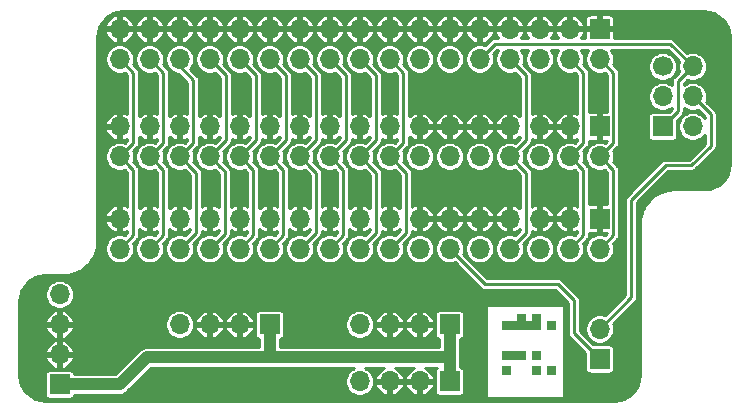
<source format=gbr>
G04 #@! TF.GenerationSoftware,KiCad,Pcbnew,(5.1.9)-1*
G04 #@! TF.CreationDate,2021-09-22T10:06:10+01:00*
G04 #@! TF.ProjectId,Amiga DF0 DF1 Switcher - Design A - Rev 2,416d6967-6120-4444-9630-204446312053,2*
G04 #@! TF.SameCoordinates,Original*
G04 #@! TF.FileFunction,Copper,L1,Top*
G04 #@! TF.FilePolarity,Positive*
%FSLAX46Y46*%
G04 Gerber Fmt 4.6, Leading zero omitted, Abs format (unit mm)*
G04 Created by KiCad (PCBNEW (5.1.9)-1) date 2021-09-22 10:06:10*
%MOMM*%
%LPD*%
G01*
G04 APERTURE LIST*
G04 #@! TA.AperFunction,EtchedComponent*
%ADD10C,0.100000*%
G04 #@! TD*
G04 #@! TA.AperFunction,ComponentPad*
%ADD11O,1.700000X1.700000*%
G04 #@! TD*
G04 #@! TA.AperFunction,ComponentPad*
%ADD12R,1.700000X1.700000*%
G04 #@! TD*
G04 #@! TA.AperFunction,ComponentPad*
%ADD13C,1.700000*%
G04 #@! TD*
G04 #@! TA.AperFunction,Conductor*
%ADD14C,0.250000*%
G04 #@! TD*
G04 #@! TA.AperFunction,Conductor*
%ADD15C,1.000000*%
G04 #@! TD*
G04 #@! TA.AperFunction,Conductor*
%ADD16C,0.254000*%
G04 #@! TD*
G04 #@! TA.AperFunction,Conductor*
%ADD17C,0.100000*%
G04 #@! TD*
G04 APERTURE END LIST*
D10*
G36*
X170180000Y-150495000D02*
G01*
X169545000Y-150495000D01*
X169545000Y-149860000D01*
X170180000Y-149860000D01*
X170180000Y-150495000D01*
G37*
X170180000Y-150495000D02*
X169545000Y-150495000D01*
X169545000Y-149860000D01*
X170180000Y-149860000D01*
X170180000Y-150495000D01*
G36*
X172720000Y-150495000D02*
G01*
X172085000Y-150495000D01*
X172085000Y-149860000D01*
X172720000Y-149860000D01*
X172720000Y-150495000D01*
G37*
X172720000Y-150495000D02*
X172085000Y-150495000D01*
X172085000Y-149860000D01*
X172720000Y-149860000D01*
X172720000Y-150495000D01*
G36*
X172720000Y-149225000D02*
G01*
X172085000Y-149225000D01*
X172085000Y-148590000D01*
X172720000Y-148590000D01*
X172720000Y-149225000D01*
G37*
X172720000Y-149225000D02*
X172085000Y-149225000D01*
X172085000Y-148590000D01*
X172720000Y-148590000D01*
X172720000Y-149225000D01*
G36*
X171450000Y-149225000D02*
G01*
X170815000Y-149225000D01*
X170815000Y-148590000D01*
X171450000Y-148590000D01*
X171450000Y-149225000D01*
G37*
X171450000Y-149225000D02*
X170815000Y-149225000D01*
X170815000Y-148590000D01*
X171450000Y-148590000D01*
X171450000Y-149225000D01*
G36*
X170815000Y-149225000D02*
G01*
X170180000Y-149225000D01*
X170180000Y-148590000D01*
X170815000Y-148590000D01*
X170815000Y-149225000D01*
G37*
X170815000Y-149225000D02*
X170180000Y-149225000D01*
X170180000Y-148590000D01*
X170815000Y-148590000D01*
X170815000Y-149225000D01*
G36*
X170180000Y-149225000D02*
G01*
X169545000Y-149225000D01*
X169545000Y-148590000D01*
X170180000Y-148590000D01*
X170180000Y-149225000D01*
G37*
X170180000Y-149225000D02*
X169545000Y-149225000D01*
X169545000Y-148590000D01*
X170180000Y-148590000D01*
X170180000Y-149225000D01*
G36*
X170180000Y-146685000D02*
G01*
X169545000Y-146685000D01*
X169545000Y-146050000D01*
X170180000Y-146050000D01*
X170180000Y-146685000D01*
G37*
X170180000Y-146685000D02*
X169545000Y-146685000D01*
X169545000Y-146050000D01*
X170180000Y-146050000D01*
X170180000Y-146685000D01*
G36*
X170815000Y-146685000D02*
G01*
X170180000Y-146685000D01*
X170180000Y-146050000D01*
X170815000Y-146050000D01*
X170815000Y-146685000D01*
G37*
X170815000Y-146685000D02*
X170180000Y-146685000D01*
X170180000Y-146050000D01*
X170815000Y-146050000D01*
X170815000Y-146685000D01*
G36*
X171450000Y-146050000D02*
G01*
X170815000Y-146050000D01*
X170815000Y-145415000D01*
X171450000Y-145415000D01*
X171450000Y-146050000D01*
G37*
X171450000Y-146050000D02*
X170815000Y-146050000D01*
X170815000Y-145415000D01*
X171450000Y-145415000D01*
X171450000Y-146050000D01*
G36*
X171450000Y-146685000D02*
G01*
X170815000Y-146685000D01*
X170815000Y-146050000D01*
X171450000Y-146050000D01*
X171450000Y-146685000D01*
G37*
X171450000Y-146685000D02*
X170815000Y-146685000D01*
X170815000Y-146050000D01*
X171450000Y-146050000D01*
X171450000Y-146685000D01*
G36*
X172085000Y-146685000D02*
G01*
X171450000Y-146685000D01*
X171450000Y-146050000D01*
X172085000Y-146050000D01*
X172085000Y-146685000D01*
G37*
X172085000Y-146685000D02*
X171450000Y-146685000D01*
X171450000Y-146050000D01*
X172085000Y-146050000D01*
X172085000Y-146685000D01*
G36*
X172720000Y-146685000D02*
G01*
X172085000Y-146685000D01*
X172085000Y-146050000D01*
X172720000Y-146050000D01*
X172720000Y-146685000D01*
G37*
X172720000Y-146685000D02*
X172085000Y-146685000D01*
X172085000Y-146050000D01*
X172720000Y-146050000D01*
X172720000Y-146685000D01*
G36*
X172720000Y-146050000D02*
G01*
X172085000Y-146050000D01*
X172085000Y-145415000D01*
X172720000Y-145415000D01*
X172720000Y-146050000D01*
G37*
X172720000Y-146050000D02*
X172085000Y-146050000D01*
X172085000Y-145415000D01*
X172720000Y-145415000D01*
X172720000Y-146050000D01*
G36*
X173990000Y-150495000D02*
G01*
X173355000Y-150495000D01*
X173355000Y-149860000D01*
X173990000Y-149860000D01*
X173990000Y-150495000D01*
G37*
X173990000Y-150495000D02*
X173355000Y-150495000D01*
X173355000Y-149860000D01*
X173990000Y-149860000D01*
X173990000Y-150495000D01*
G36*
X173990000Y-146685000D02*
G01*
X173355000Y-146685000D01*
X173355000Y-146050000D01*
X173990000Y-146050000D01*
X173990000Y-146685000D01*
G37*
X173990000Y-146685000D02*
X173355000Y-146685000D01*
X173355000Y-146050000D01*
X173990000Y-146050000D01*
X173990000Y-146685000D01*
D11*
X177800000Y-146685000D03*
D12*
X177800000Y-149225000D03*
D11*
X185674000Y-129540000D03*
D12*
X183134000Y-129540000D03*
D11*
X185674000Y-127000000D03*
X183134000Y-127000000D03*
X185674000Y-124460000D03*
D13*
X183134000Y-124460000D03*
D11*
X157480000Y-151130000D03*
X160020000Y-151130000D03*
X162560000Y-151130000D03*
D12*
X165100000Y-151130000D03*
D11*
X132080000Y-143764000D03*
X132080000Y-146304000D03*
X132080000Y-148844000D03*
D12*
X132080000Y-151384000D03*
D11*
X137160000Y-139890500D03*
X137160000Y-137350500D03*
X139700000Y-139890500D03*
X139700000Y-137350500D03*
X142240000Y-139890500D03*
X142240000Y-137350500D03*
X144780000Y-139890500D03*
X144780000Y-137350500D03*
X147320000Y-139890500D03*
X147320000Y-137350500D03*
X149860000Y-139890500D03*
X149860000Y-137350500D03*
X152400000Y-139890500D03*
X152400000Y-137350500D03*
X154940000Y-139890500D03*
X154940000Y-137350500D03*
X157480000Y-139890500D03*
X157480000Y-137350500D03*
X160020000Y-139890500D03*
X160020000Y-137350500D03*
X162560000Y-139890500D03*
X162560000Y-137350500D03*
X165100000Y-139890500D03*
X165100000Y-137350500D03*
X167640000Y-139890500D03*
X167640000Y-137350500D03*
X170180000Y-139890500D03*
X170180000Y-137350500D03*
X172720000Y-139890500D03*
X172720000Y-137350500D03*
X175260000Y-139890500D03*
X175260000Y-137350500D03*
X177800000Y-139890500D03*
D12*
X177800000Y-137350500D03*
X177800000Y-129540000D03*
D11*
X177800000Y-132080000D03*
X175260000Y-129540000D03*
X175260000Y-132080000D03*
X172720000Y-129540000D03*
X172720000Y-132080000D03*
X170180000Y-129540000D03*
X170180000Y-132080000D03*
X167640000Y-129540000D03*
X167640000Y-132080000D03*
X165100000Y-129540000D03*
X165100000Y-132080000D03*
X162560000Y-129540000D03*
X162560000Y-132080000D03*
X160020000Y-129540000D03*
X160020000Y-132080000D03*
X157480000Y-129540000D03*
X157480000Y-132080000D03*
X154940000Y-129540000D03*
X154940000Y-132080000D03*
X152400000Y-129540000D03*
X152400000Y-132080000D03*
X149860000Y-129540000D03*
X149860000Y-132080000D03*
X147320000Y-129540000D03*
X147320000Y-132080000D03*
X144780000Y-129540000D03*
X144780000Y-132080000D03*
X142240000Y-129540000D03*
X142240000Y-132080000D03*
X139700000Y-129540000D03*
X139700000Y-132080000D03*
X137160000Y-129540000D03*
X137160000Y-132080000D03*
D12*
X177800000Y-121285000D03*
D11*
X177800000Y-123825000D03*
X175260000Y-121285000D03*
X175260000Y-123825000D03*
X172720000Y-121285000D03*
X172720000Y-123825000D03*
X170180000Y-121285000D03*
X170180000Y-123825000D03*
X167640000Y-121285000D03*
X167640000Y-123825000D03*
X165100000Y-121285000D03*
X165100000Y-123825000D03*
X162560000Y-121285000D03*
X162560000Y-123825000D03*
X160020000Y-121285000D03*
X160020000Y-123825000D03*
X157480000Y-121285000D03*
X157480000Y-123825000D03*
X154940000Y-121285000D03*
X154940000Y-123825000D03*
X152400000Y-121285000D03*
X152400000Y-123825000D03*
X149860000Y-121285000D03*
X149860000Y-123825000D03*
X147320000Y-121285000D03*
X147320000Y-123825000D03*
X144780000Y-121285000D03*
X144780000Y-123825000D03*
X142240000Y-121285000D03*
X142240000Y-123825000D03*
X139700000Y-121285000D03*
X139700000Y-123825000D03*
X137160000Y-121285000D03*
X137160000Y-123825000D03*
D12*
X165100000Y-146304000D03*
D11*
X162560000Y-146304000D03*
X160020000Y-146304000D03*
X157480000Y-146304000D03*
D12*
X149860000Y-146304000D03*
D11*
X147320000Y-146304000D03*
X144780000Y-146304000D03*
X142240000Y-146304000D03*
D14*
X138009999Y-132929999D02*
X137160000Y-132080000D01*
X138335001Y-133255001D02*
X138009999Y-132929999D01*
X138335001Y-138715499D02*
X138335001Y-133255001D01*
X137160000Y-139890500D02*
X138335001Y-138715499D01*
X138335001Y-125000001D02*
X137160000Y-123825000D01*
X138335001Y-130904999D02*
X138335001Y-125000001D01*
X137160000Y-132080000D02*
X138335001Y-130904999D01*
X140549999Y-132929999D02*
X139700000Y-132080000D01*
X140875001Y-133255001D02*
X140549999Y-132929999D01*
X140875001Y-138715499D02*
X140875001Y-133255001D01*
X139700000Y-139890500D02*
X140875001Y-138715499D01*
X140875001Y-125000001D02*
X139700000Y-123825000D01*
X140875001Y-130904999D02*
X140875001Y-125000001D01*
X139700000Y-132080000D02*
X140875001Y-130904999D01*
X143089999Y-132929999D02*
X142240000Y-132080000D01*
X143604999Y-133444999D02*
X143089999Y-132929999D01*
X143604999Y-138525501D02*
X143604999Y-133444999D01*
X142240000Y-139890500D02*
X143604999Y-138525501D01*
X143415001Y-130904999D02*
X143415001Y-125635001D01*
X142240000Y-132080000D02*
X143415001Y-130904999D01*
X143415001Y-125635001D02*
X142240000Y-124460000D01*
X145629999Y-132929999D02*
X144780000Y-132080000D01*
X146050000Y-133350000D02*
X145629999Y-132929999D01*
X146050000Y-138620500D02*
X146050000Y-133350000D01*
X144780000Y-139890500D02*
X146050000Y-138620500D01*
X146144999Y-125189999D02*
X144780000Y-123825000D01*
X146144999Y-130715001D02*
X146144999Y-125189999D01*
X144780000Y-132080000D02*
X146144999Y-130715001D01*
X148169999Y-132929999D02*
X147320000Y-132080000D01*
X148495001Y-133255001D02*
X148169999Y-132929999D01*
X148495001Y-138715499D02*
X148495001Y-133317999D01*
X147320000Y-139890500D02*
X148495001Y-138715499D01*
X148684999Y-125189999D02*
X147320000Y-123825000D01*
X148684999Y-130715001D02*
X148684999Y-125189999D01*
X147320000Y-132080000D02*
X148684999Y-130715001D01*
X150709999Y-132929999D02*
X149860000Y-132080000D01*
X151035001Y-133255001D02*
X150709999Y-132929999D01*
X151035001Y-138715499D02*
X151035001Y-133317999D01*
X149860000Y-139890500D02*
X151035001Y-138715499D01*
X151224999Y-125189999D02*
X149860000Y-123825000D01*
X151224999Y-130715001D02*
X151224999Y-125189999D01*
X149860000Y-132080000D02*
X151224999Y-130715001D01*
X153249999Y-132929999D02*
X152400000Y-132080000D01*
X153764999Y-133444999D02*
X153249999Y-132929999D01*
X153764999Y-138525501D02*
X153764999Y-133444999D01*
X152400000Y-139890500D02*
X153764999Y-138525501D01*
X153764999Y-125189999D02*
X152400000Y-123825000D01*
X153764999Y-130715001D02*
X153764999Y-125189999D01*
X152400000Y-132080000D02*
X153764999Y-130715001D01*
X155789999Y-132929999D02*
X154940000Y-132080000D01*
X156115001Y-133255001D02*
X155789999Y-132929999D01*
X156115001Y-138715499D02*
X156115001Y-133255001D01*
X154940000Y-139890500D02*
X156115001Y-138715499D01*
X156304999Y-125189999D02*
X154940000Y-123825000D01*
X156304999Y-130715001D02*
X156304999Y-125189999D01*
X154940000Y-132080000D02*
X156304999Y-130715001D01*
X158329999Y-132929999D02*
X157480000Y-132080000D01*
X158844999Y-133444999D02*
X158329999Y-132929999D01*
X158844999Y-138525501D02*
X158844999Y-133444999D01*
X157480000Y-139890500D02*
X158844999Y-138525501D01*
X158844999Y-125189999D02*
X157480000Y-123825000D01*
X158844999Y-130715001D02*
X158844999Y-125189999D01*
X157480000Y-132080000D02*
X158844999Y-130715001D01*
X160869999Y-132929999D02*
X160020000Y-132080000D01*
X161384999Y-133444999D02*
X160869999Y-132929999D01*
X176109999Y-132929999D02*
X175260000Y-132080000D01*
X176435001Y-133255001D02*
X176109999Y-132929999D01*
X176435001Y-138715499D02*
X176435001Y-133255001D01*
X175260000Y-139890500D02*
X176435001Y-138715499D01*
X161384999Y-138525501D02*
X161384999Y-133444999D01*
X160020000Y-139890500D02*
X161384999Y-138525501D01*
X161195001Y-125000001D02*
X160020000Y-123825000D01*
X161195001Y-130904999D02*
X161195001Y-125000001D01*
X160020000Y-132080000D02*
X161195001Y-130904999D01*
X176435001Y-130904999D02*
X175260000Y-132080000D01*
X176435001Y-125000001D02*
X176435001Y-130904999D01*
X175260000Y-123825000D02*
X176435001Y-125000001D01*
X175641000Y-147066000D02*
X177800000Y-149225000D01*
X175641000Y-144272000D02*
X175641000Y-147066000D01*
X174244000Y-142875000D02*
X175641000Y-144272000D01*
X168084500Y-142875000D02*
X174244000Y-142875000D01*
X165100000Y-139890500D02*
X168084500Y-142875000D01*
X171029999Y-132929999D02*
X170180000Y-132080000D01*
X171544999Y-133444999D02*
X171029999Y-132929999D01*
X171544999Y-138525501D02*
X171544999Y-133444999D01*
X170180000Y-139890500D02*
X171544999Y-138525501D01*
X171544999Y-125189999D02*
X170180000Y-123825000D01*
X171544999Y-130715001D02*
X171544999Y-125189999D01*
X170180000Y-132080000D02*
X171544999Y-130715001D01*
X178649999Y-132929999D02*
X177800000Y-132080000D01*
X178975001Y-133255001D02*
X178649999Y-132929999D01*
X178975001Y-138715499D02*
X178975001Y-133255001D01*
X177800000Y-139890500D02*
X178975001Y-138715499D01*
X178975001Y-125000001D02*
X178975001Y-130904999D01*
X178975001Y-130904999D02*
X177800000Y-132080000D01*
X177800000Y-123825000D02*
X178975001Y-125000001D01*
X184404000Y-125730000D02*
X185674000Y-124460000D01*
X184404000Y-128270000D02*
X184404000Y-125730000D01*
X183134000Y-129540000D02*
X184404000Y-128270000D01*
X183769000Y-122555000D02*
X185674000Y-124460000D01*
X168910000Y-122555000D02*
X183769000Y-122555000D01*
X167640000Y-123825000D02*
X168910000Y-122555000D01*
D15*
X165100000Y-149860000D02*
X165100000Y-146304000D01*
X165100000Y-149860000D02*
X165100000Y-151384000D01*
X139446000Y-149098000D02*
X165100000Y-149098000D01*
X132080000Y-151384000D02*
X137160000Y-151384000D01*
X137160000Y-151384000D02*
X139446000Y-149098000D01*
X149860000Y-149098000D02*
X149860000Y-146304000D01*
D14*
X187198000Y-128524000D02*
X185674000Y-127000000D01*
X187198000Y-131191000D02*
X187198000Y-128524000D01*
X183388000Y-132842000D02*
X185547000Y-132842000D01*
X185547000Y-132842000D02*
X187198000Y-131191000D01*
X180467000Y-144018000D02*
X180467000Y-135763000D01*
X180467000Y-135763000D02*
X183388000Y-132842000D01*
X177800000Y-146685000D02*
X180467000Y-144018000D01*
D16*
X187104115Y-119828551D02*
X187502462Y-119948819D01*
X187869864Y-120144170D01*
X188192317Y-120407157D01*
X188457553Y-120727773D01*
X188655460Y-121093795D01*
X188778506Y-121491291D01*
X188824000Y-121924137D01*
X188824001Y-132695136D01*
X188781449Y-133129115D01*
X188661181Y-133527464D01*
X188465831Y-133894862D01*
X188202845Y-134217315D01*
X187882226Y-134482554D01*
X187516204Y-134680461D01*
X187118708Y-134803506D01*
X186685863Y-134849000D01*
X184130059Y-134849000D01*
X184111339Y-134850844D01*
X184095472Y-134850733D01*
X184089830Y-134851286D01*
X183596823Y-134903103D01*
X183560750Y-134910508D01*
X183524632Y-134917398D01*
X183519205Y-134919036D01*
X183045652Y-135065625D01*
X183011733Y-135079884D01*
X182977612Y-135093670D01*
X182972607Y-135096331D01*
X182536546Y-135332108D01*
X182506005Y-135352708D01*
X182475250Y-135372834D01*
X182470856Y-135376416D01*
X182088896Y-135692400D01*
X182062926Y-135718552D01*
X182036677Y-135744257D01*
X182033068Y-135748619D01*
X182033063Y-135748624D01*
X182033059Y-135748629D01*
X181719753Y-136132781D01*
X181699369Y-136163461D01*
X181678600Y-136193793D01*
X181675906Y-136198775D01*
X181675903Y-136198779D01*
X181675903Y-136198780D01*
X181443176Y-136636476D01*
X181429154Y-136670497D01*
X181414658Y-136704318D01*
X181412981Y-136709734D01*
X181269702Y-137184298D01*
X181262540Y-137220468D01*
X181254905Y-137256388D01*
X181254313Y-137262015D01*
X181254311Y-137262026D01*
X181254311Y-137262036D01*
X181205938Y-137755381D01*
X181204000Y-137775060D01*
X181204001Y-150602136D01*
X181161449Y-151036115D01*
X181041181Y-151434464D01*
X180845831Y-151801862D01*
X180582845Y-152124315D01*
X180262226Y-152389554D01*
X179896204Y-152587461D01*
X179498708Y-152710506D01*
X179065863Y-152756000D01*
X130829854Y-152756000D01*
X130395885Y-152713449D01*
X129997536Y-152593181D01*
X129630138Y-152397831D01*
X129307685Y-152134845D01*
X129042446Y-151814226D01*
X128844539Y-151448204D01*
X128721494Y-151050708D01*
X128676000Y-150617863D01*
X128676000Y-150534000D01*
X130847157Y-150534000D01*
X130847157Y-152234000D01*
X130854513Y-152308689D01*
X130876299Y-152380508D01*
X130911678Y-152446696D01*
X130959289Y-152504711D01*
X131017304Y-152552322D01*
X131083492Y-152587701D01*
X131155311Y-152609487D01*
X131230000Y-152616843D01*
X132930000Y-152616843D01*
X133004689Y-152609487D01*
X133076508Y-152587701D01*
X133142696Y-152552322D01*
X133200711Y-152504711D01*
X133248322Y-152446696D01*
X133283701Y-152380508D01*
X133305487Y-152308689D01*
X133309790Y-152265000D01*
X137116730Y-152265000D01*
X137160000Y-152269262D01*
X137203270Y-152265000D01*
X137203273Y-152265000D01*
X137332706Y-152252252D01*
X137498775Y-152201875D01*
X137651825Y-152120068D01*
X137785975Y-152009975D01*
X137813566Y-151976355D01*
X139810922Y-149979000D01*
X149816727Y-149979000D01*
X149860000Y-149983262D01*
X149903273Y-149979000D01*
X157042003Y-149979000D01*
X156896903Y-150039102D01*
X156695283Y-150173820D01*
X156523820Y-150345283D01*
X156389102Y-150546903D01*
X156296307Y-150770931D01*
X156249000Y-151008757D01*
X156249000Y-151251243D01*
X156296307Y-151489069D01*
X156389102Y-151713097D01*
X156523820Y-151914717D01*
X156695283Y-152086180D01*
X156896903Y-152220898D01*
X157120931Y-152313693D01*
X157358757Y-152361000D01*
X157601243Y-152361000D01*
X157839069Y-152313693D01*
X158063097Y-152220898D01*
X158264717Y-152086180D01*
X158436180Y-151914717D01*
X158570898Y-151713097D01*
X158663693Y-151489069D01*
X158672064Y-151446981D01*
X158830505Y-151446981D01*
X158915201Y-151672949D01*
X159042353Y-151878052D01*
X159207076Y-152054408D01*
X159403039Y-152195239D01*
X159622712Y-152295134D01*
X159703020Y-152319489D01*
X159893000Y-152258627D01*
X159893000Y-151257000D01*
X160147000Y-151257000D01*
X160147000Y-152258627D01*
X160336980Y-152319489D01*
X160417288Y-152295134D01*
X160636961Y-152195239D01*
X160832924Y-152054408D01*
X160997647Y-151878052D01*
X161124799Y-151672949D01*
X161209495Y-151446981D01*
X161370505Y-151446981D01*
X161455201Y-151672949D01*
X161582353Y-151878052D01*
X161747076Y-152054408D01*
X161943039Y-152195239D01*
X162162712Y-152295134D01*
X162243020Y-152319489D01*
X162433000Y-152258627D01*
X162433000Y-151257000D01*
X162687000Y-151257000D01*
X162687000Y-152258627D01*
X162876980Y-152319489D01*
X162957288Y-152295134D01*
X163176961Y-152195239D01*
X163372924Y-152054408D01*
X163537647Y-151878052D01*
X163664799Y-151672949D01*
X163749495Y-151446981D01*
X163689187Y-151257000D01*
X162687000Y-151257000D01*
X162433000Y-151257000D01*
X161430813Y-151257000D01*
X161370505Y-151446981D01*
X161209495Y-151446981D01*
X161149187Y-151257000D01*
X160147000Y-151257000D01*
X159893000Y-151257000D01*
X158890813Y-151257000D01*
X158830505Y-151446981D01*
X158672064Y-151446981D01*
X158711000Y-151251243D01*
X158711000Y-151008757D01*
X158663693Y-150770931D01*
X158570898Y-150546903D01*
X158436180Y-150345283D01*
X158264717Y-150173820D01*
X158063097Y-150039102D01*
X157917997Y-149979000D01*
X159591631Y-149979000D01*
X159403039Y-150064761D01*
X159207076Y-150205592D01*
X159042353Y-150381948D01*
X158915201Y-150587051D01*
X158830505Y-150813019D01*
X158890813Y-151003000D01*
X159893000Y-151003000D01*
X159893000Y-150983000D01*
X160147000Y-150983000D01*
X160147000Y-151003000D01*
X161149187Y-151003000D01*
X161209495Y-150813019D01*
X161124799Y-150587051D01*
X160997647Y-150381948D01*
X160832924Y-150205592D01*
X160636961Y-150064761D01*
X160448369Y-149979000D01*
X162131631Y-149979000D01*
X161943039Y-150064761D01*
X161747076Y-150205592D01*
X161582353Y-150381948D01*
X161455201Y-150587051D01*
X161370505Y-150813019D01*
X161430813Y-151003000D01*
X162433000Y-151003000D01*
X162433000Y-150983000D01*
X162687000Y-150983000D01*
X162687000Y-151003000D01*
X163689187Y-151003000D01*
X163749495Y-150813019D01*
X163664799Y-150587051D01*
X163537647Y-150381948D01*
X163372924Y-150205592D01*
X163176961Y-150064761D01*
X162988369Y-149979000D01*
X164016197Y-149979000D01*
X163979289Y-150009289D01*
X163931678Y-150067304D01*
X163896299Y-150133492D01*
X163874513Y-150205311D01*
X163867157Y-150280000D01*
X163867157Y-151980000D01*
X163874513Y-152054689D01*
X163896299Y-152126508D01*
X163931678Y-152192696D01*
X163979289Y-152250711D01*
X164037304Y-152298322D01*
X164103492Y-152333701D01*
X164175311Y-152355487D01*
X164250000Y-152362843D01*
X165950000Y-152362843D01*
X166024689Y-152355487D01*
X166096508Y-152333701D01*
X166162696Y-152298322D01*
X166220711Y-152250711D01*
X166268322Y-152192696D01*
X166303701Y-152126508D01*
X166325487Y-152054689D01*
X166332843Y-151980000D01*
X166332843Y-150280000D01*
X166325487Y-150205311D01*
X166303701Y-150133492D01*
X166268322Y-150067304D01*
X166220711Y-150009289D01*
X166162696Y-149961678D01*
X166096508Y-149926299D01*
X166024689Y-149904513D01*
X165981000Y-149900210D01*
X165981000Y-149141272D01*
X165985262Y-149098000D01*
X165981000Y-149054727D01*
X165981000Y-147533790D01*
X166024689Y-147529487D01*
X166096508Y-147507701D01*
X166162696Y-147472322D01*
X166220711Y-147424711D01*
X166268322Y-147366696D01*
X166303701Y-147300508D01*
X166325487Y-147228689D01*
X166332843Y-147154000D01*
X166332843Y-145454000D01*
X166325487Y-145379311D01*
X166303701Y-145307492D01*
X166268322Y-145241304D01*
X166220711Y-145183289D01*
X166162696Y-145135678D01*
X166096508Y-145100299D01*
X166024689Y-145078513D01*
X165950000Y-145071157D01*
X164250000Y-145071157D01*
X164175311Y-145078513D01*
X164103492Y-145100299D01*
X164037304Y-145135678D01*
X163979289Y-145183289D01*
X163931678Y-145241304D01*
X163896299Y-145307492D01*
X163874513Y-145379311D01*
X163867157Y-145454000D01*
X163867157Y-147154000D01*
X163874513Y-147228689D01*
X163896299Y-147300508D01*
X163931678Y-147366696D01*
X163979289Y-147424711D01*
X164037304Y-147472322D01*
X164103492Y-147507701D01*
X164175311Y-147529487D01*
X164219001Y-147533790D01*
X164219000Y-148217000D01*
X150741000Y-148217000D01*
X150741000Y-147533790D01*
X150784689Y-147529487D01*
X150856508Y-147507701D01*
X150922696Y-147472322D01*
X150980711Y-147424711D01*
X151028322Y-147366696D01*
X151063701Y-147300508D01*
X151085487Y-147228689D01*
X151092843Y-147154000D01*
X151092843Y-146182757D01*
X156249000Y-146182757D01*
X156249000Y-146425243D01*
X156296307Y-146663069D01*
X156389102Y-146887097D01*
X156523820Y-147088717D01*
X156695283Y-147260180D01*
X156896903Y-147394898D01*
X157120931Y-147487693D01*
X157358757Y-147535000D01*
X157601243Y-147535000D01*
X157839069Y-147487693D01*
X158063097Y-147394898D01*
X158264717Y-147260180D01*
X158436180Y-147088717D01*
X158570898Y-146887097D01*
X158663693Y-146663069D01*
X158672064Y-146620981D01*
X158830505Y-146620981D01*
X158915201Y-146846949D01*
X159042353Y-147052052D01*
X159207076Y-147228408D01*
X159403039Y-147369239D01*
X159622712Y-147469134D01*
X159703020Y-147493489D01*
X159893000Y-147432627D01*
X159893000Y-146431000D01*
X160147000Y-146431000D01*
X160147000Y-147432627D01*
X160336980Y-147493489D01*
X160417288Y-147469134D01*
X160636961Y-147369239D01*
X160832924Y-147228408D01*
X160997647Y-147052052D01*
X161124799Y-146846949D01*
X161209495Y-146620981D01*
X161370505Y-146620981D01*
X161455201Y-146846949D01*
X161582353Y-147052052D01*
X161747076Y-147228408D01*
X161943039Y-147369239D01*
X162162712Y-147469134D01*
X162243020Y-147493489D01*
X162433000Y-147432627D01*
X162433000Y-146431000D01*
X162687000Y-146431000D01*
X162687000Y-147432627D01*
X162876980Y-147493489D01*
X162957288Y-147469134D01*
X163176961Y-147369239D01*
X163372924Y-147228408D01*
X163537647Y-147052052D01*
X163664799Y-146846949D01*
X163749495Y-146620981D01*
X163689187Y-146431000D01*
X162687000Y-146431000D01*
X162433000Y-146431000D01*
X161430813Y-146431000D01*
X161370505Y-146620981D01*
X161209495Y-146620981D01*
X161149187Y-146431000D01*
X160147000Y-146431000D01*
X159893000Y-146431000D01*
X158890813Y-146431000D01*
X158830505Y-146620981D01*
X158672064Y-146620981D01*
X158711000Y-146425243D01*
X158711000Y-146182757D01*
X158672065Y-145987019D01*
X158830505Y-145987019D01*
X158890813Y-146177000D01*
X159893000Y-146177000D01*
X159893000Y-145175373D01*
X160147000Y-145175373D01*
X160147000Y-146177000D01*
X161149187Y-146177000D01*
X161209495Y-145987019D01*
X161370505Y-145987019D01*
X161430813Y-146177000D01*
X162433000Y-146177000D01*
X162433000Y-145175373D01*
X162687000Y-145175373D01*
X162687000Y-146177000D01*
X163689187Y-146177000D01*
X163749495Y-145987019D01*
X163664799Y-145761051D01*
X163537647Y-145555948D01*
X163372924Y-145379592D01*
X163176961Y-145238761D01*
X162957288Y-145138866D01*
X162876980Y-145114511D01*
X162687000Y-145175373D01*
X162433000Y-145175373D01*
X162243020Y-145114511D01*
X162162712Y-145138866D01*
X161943039Y-145238761D01*
X161747076Y-145379592D01*
X161582353Y-145555948D01*
X161455201Y-145761051D01*
X161370505Y-145987019D01*
X161209495Y-145987019D01*
X161124799Y-145761051D01*
X160997647Y-145555948D01*
X160832924Y-145379592D01*
X160636961Y-145238761D01*
X160417288Y-145138866D01*
X160336980Y-145114511D01*
X160147000Y-145175373D01*
X159893000Y-145175373D01*
X159703020Y-145114511D01*
X159622712Y-145138866D01*
X159403039Y-145238761D01*
X159207076Y-145379592D01*
X159042353Y-145555948D01*
X158915201Y-145761051D01*
X158830505Y-145987019D01*
X158672065Y-145987019D01*
X158663693Y-145944931D01*
X158570898Y-145720903D01*
X158436180Y-145519283D01*
X158264717Y-145347820D01*
X158063097Y-145213102D01*
X157839069Y-145120307D01*
X157601243Y-145073000D01*
X157358757Y-145073000D01*
X157120931Y-145120307D01*
X156896903Y-145213102D01*
X156695283Y-145347820D01*
X156523820Y-145519283D01*
X156389102Y-145720903D01*
X156296307Y-145944931D01*
X156249000Y-146182757D01*
X151092843Y-146182757D01*
X151092843Y-145454000D01*
X151085487Y-145379311D01*
X151063701Y-145307492D01*
X151028322Y-145241304D01*
X150980711Y-145183289D01*
X150922696Y-145135678D01*
X150856508Y-145100299D01*
X150784689Y-145078513D01*
X150710000Y-145071157D01*
X149010000Y-145071157D01*
X148935311Y-145078513D01*
X148863492Y-145100299D01*
X148797304Y-145135678D01*
X148739289Y-145183289D01*
X148691678Y-145241304D01*
X148656299Y-145307492D01*
X148634513Y-145379311D01*
X148627157Y-145454000D01*
X148627157Y-147154000D01*
X148634513Y-147228689D01*
X148656299Y-147300508D01*
X148691678Y-147366696D01*
X148739289Y-147424711D01*
X148797304Y-147472322D01*
X148863492Y-147507701D01*
X148935311Y-147529487D01*
X148979001Y-147533790D01*
X148979000Y-148217000D01*
X139489269Y-148217000D01*
X139445999Y-148212738D01*
X139402729Y-148217000D01*
X139402727Y-148217000D01*
X139273294Y-148229748D01*
X139107225Y-148280125D01*
X139069460Y-148300311D01*
X138954174Y-148361932D01*
X138938251Y-148375000D01*
X138820025Y-148472025D01*
X138792439Y-148505639D01*
X136795079Y-150503000D01*
X133309790Y-150503000D01*
X133305487Y-150459311D01*
X133283701Y-150387492D01*
X133248322Y-150321304D01*
X133200711Y-150263289D01*
X133142696Y-150215678D01*
X133076508Y-150180299D01*
X133004689Y-150158513D01*
X132930000Y-150151157D01*
X131230000Y-150151157D01*
X131155311Y-150158513D01*
X131083492Y-150180299D01*
X131017304Y-150215678D01*
X130959289Y-150263289D01*
X130911678Y-150321304D01*
X130876299Y-150387492D01*
X130854513Y-150459311D01*
X130847157Y-150534000D01*
X128676000Y-150534000D01*
X128676000Y-149160980D01*
X130890511Y-149160980D01*
X130914866Y-149241288D01*
X131014761Y-149460961D01*
X131155592Y-149656924D01*
X131331948Y-149821647D01*
X131537051Y-149948799D01*
X131763019Y-150033495D01*
X131953000Y-149973187D01*
X131953000Y-148971000D01*
X132207000Y-148971000D01*
X132207000Y-149973187D01*
X132396981Y-150033495D01*
X132622949Y-149948799D01*
X132828052Y-149821647D01*
X133004408Y-149656924D01*
X133145239Y-149460961D01*
X133245134Y-149241288D01*
X133269489Y-149160980D01*
X133208627Y-148971000D01*
X132207000Y-148971000D01*
X131953000Y-148971000D01*
X130951373Y-148971000D01*
X130890511Y-149160980D01*
X128676000Y-149160980D01*
X128676000Y-148527020D01*
X130890511Y-148527020D01*
X130951373Y-148717000D01*
X131953000Y-148717000D01*
X131953000Y-147714813D01*
X132207000Y-147714813D01*
X132207000Y-148717000D01*
X133208627Y-148717000D01*
X133269489Y-148527020D01*
X133245134Y-148446712D01*
X133145239Y-148227039D01*
X133004408Y-148031076D01*
X132828052Y-147866353D01*
X132622949Y-147739201D01*
X132396981Y-147654505D01*
X132207000Y-147714813D01*
X131953000Y-147714813D01*
X131763019Y-147654505D01*
X131537051Y-147739201D01*
X131331948Y-147866353D01*
X131155592Y-148031076D01*
X131014761Y-148227039D01*
X130914866Y-148446712D01*
X130890511Y-148527020D01*
X128676000Y-148527020D01*
X128676000Y-146620980D01*
X130890511Y-146620980D01*
X130914866Y-146701288D01*
X131014761Y-146920961D01*
X131155592Y-147116924D01*
X131331948Y-147281647D01*
X131537051Y-147408799D01*
X131763019Y-147493495D01*
X131953000Y-147433187D01*
X131953000Y-146431000D01*
X132207000Y-146431000D01*
X132207000Y-147433187D01*
X132396981Y-147493495D01*
X132622949Y-147408799D01*
X132828052Y-147281647D01*
X133004408Y-147116924D01*
X133145239Y-146920961D01*
X133245134Y-146701288D01*
X133269489Y-146620980D01*
X133208627Y-146431000D01*
X132207000Y-146431000D01*
X131953000Y-146431000D01*
X130951373Y-146431000D01*
X130890511Y-146620980D01*
X128676000Y-146620980D01*
X128676000Y-146182757D01*
X141009000Y-146182757D01*
X141009000Y-146425243D01*
X141056307Y-146663069D01*
X141149102Y-146887097D01*
X141283820Y-147088717D01*
X141455283Y-147260180D01*
X141656903Y-147394898D01*
X141880931Y-147487693D01*
X142118757Y-147535000D01*
X142361243Y-147535000D01*
X142599069Y-147487693D01*
X142823097Y-147394898D01*
X143024717Y-147260180D01*
X143196180Y-147088717D01*
X143330898Y-146887097D01*
X143423693Y-146663069D01*
X143432064Y-146620981D01*
X143590505Y-146620981D01*
X143675201Y-146846949D01*
X143802353Y-147052052D01*
X143967076Y-147228408D01*
X144163039Y-147369239D01*
X144382712Y-147469134D01*
X144463020Y-147493489D01*
X144653000Y-147432627D01*
X144653000Y-146431000D01*
X144907000Y-146431000D01*
X144907000Y-147432627D01*
X145096980Y-147493489D01*
X145177288Y-147469134D01*
X145396961Y-147369239D01*
X145592924Y-147228408D01*
X145757647Y-147052052D01*
X145884799Y-146846949D01*
X145969495Y-146620981D01*
X146130505Y-146620981D01*
X146215201Y-146846949D01*
X146342353Y-147052052D01*
X146507076Y-147228408D01*
X146703039Y-147369239D01*
X146922712Y-147469134D01*
X147003020Y-147493489D01*
X147193000Y-147432627D01*
X147193000Y-146431000D01*
X147447000Y-146431000D01*
X147447000Y-147432627D01*
X147636980Y-147493489D01*
X147717288Y-147469134D01*
X147936961Y-147369239D01*
X148132924Y-147228408D01*
X148297647Y-147052052D01*
X148424799Y-146846949D01*
X148509495Y-146620981D01*
X148449187Y-146431000D01*
X147447000Y-146431000D01*
X147193000Y-146431000D01*
X146190813Y-146431000D01*
X146130505Y-146620981D01*
X145969495Y-146620981D01*
X145909187Y-146431000D01*
X144907000Y-146431000D01*
X144653000Y-146431000D01*
X143650813Y-146431000D01*
X143590505Y-146620981D01*
X143432064Y-146620981D01*
X143471000Y-146425243D01*
X143471000Y-146182757D01*
X143432065Y-145987019D01*
X143590505Y-145987019D01*
X143650813Y-146177000D01*
X144653000Y-146177000D01*
X144653000Y-145175373D01*
X144907000Y-145175373D01*
X144907000Y-146177000D01*
X145909187Y-146177000D01*
X145969495Y-145987019D01*
X146130505Y-145987019D01*
X146190813Y-146177000D01*
X147193000Y-146177000D01*
X147193000Y-145175373D01*
X147447000Y-145175373D01*
X147447000Y-146177000D01*
X148449187Y-146177000D01*
X148509495Y-145987019D01*
X148424799Y-145761051D01*
X148297647Y-145555948D01*
X148132924Y-145379592D01*
X147936961Y-145238761D01*
X147717288Y-145138866D01*
X147636980Y-145114511D01*
X147447000Y-145175373D01*
X147193000Y-145175373D01*
X147003020Y-145114511D01*
X146922712Y-145138866D01*
X146703039Y-145238761D01*
X146507076Y-145379592D01*
X146342353Y-145555948D01*
X146215201Y-145761051D01*
X146130505Y-145987019D01*
X145969495Y-145987019D01*
X145884799Y-145761051D01*
X145757647Y-145555948D01*
X145592924Y-145379592D01*
X145396961Y-145238761D01*
X145177288Y-145138866D01*
X145096980Y-145114511D01*
X144907000Y-145175373D01*
X144653000Y-145175373D01*
X144463020Y-145114511D01*
X144382712Y-145138866D01*
X144163039Y-145238761D01*
X143967076Y-145379592D01*
X143802353Y-145555948D01*
X143675201Y-145761051D01*
X143590505Y-145987019D01*
X143432065Y-145987019D01*
X143423693Y-145944931D01*
X143330898Y-145720903D01*
X143196180Y-145519283D01*
X143024717Y-145347820D01*
X142823097Y-145213102D01*
X142599069Y-145120307D01*
X142361243Y-145073000D01*
X142118757Y-145073000D01*
X141880931Y-145120307D01*
X141656903Y-145213102D01*
X141455283Y-145347820D01*
X141283820Y-145519283D01*
X141149102Y-145720903D01*
X141056307Y-145944931D01*
X141009000Y-146182757D01*
X128676000Y-146182757D01*
X128676000Y-145987020D01*
X130890511Y-145987020D01*
X130951373Y-146177000D01*
X131953000Y-146177000D01*
X131953000Y-145174813D01*
X132207000Y-145174813D01*
X132207000Y-146177000D01*
X133208627Y-146177000D01*
X133269489Y-145987020D01*
X133245134Y-145906712D01*
X133145239Y-145687039D01*
X133004408Y-145491076D01*
X132828052Y-145326353D01*
X132622949Y-145199201D01*
X132396981Y-145114505D01*
X132207000Y-145174813D01*
X131953000Y-145174813D01*
X131763019Y-145114505D01*
X131537051Y-145199201D01*
X131331948Y-145326353D01*
X131155592Y-145491076D01*
X131014761Y-145687039D01*
X130914866Y-145906712D01*
X130890511Y-145987020D01*
X128676000Y-145987020D01*
X128676000Y-144291854D01*
X128718551Y-143857885D01*
X128783501Y-143642757D01*
X130849000Y-143642757D01*
X130849000Y-143885243D01*
X130896307Y-144123069D01*
X130989102Y-144347097D01*
X131123820Y-144548717D01*
X131295283Y-144720180D01*
X131496903Y-144854898D01*
X131720931Y-144947693D01*
X131958757Y-144995000D01*
X132201243Y-144995000D01*
X132439069Y-144947693D01*
X132663097Y-144854898D01*
X132775189Y-144780000D01*
X168148000Y-144780000D01*
X168148000Y-152400000D01*
X168150440Y-152424776D01*
X168157667Y-152448601D01*
X168169403Y-152470557D01*
X168185197Y-152489803D01*
X168204443Y-152505597D01*
X168226399Y-152517333D01*
X168250224Y-152524560D01*
X168275000Y-152527000D01*
X174625000Y-152527000D01*
X174649776Y-152524560D01*
X174673601Y-152517333D01*
X174695557Y-152505597D01*
X174714803Y-152489803D01*
X174730597Y-152470557D01*
X174742333Y-152448601D01*
X174749560Y-152424776D01*
X174752000Y-152400000D01*
X174752000Y-144780000D01*
X174749560Y-144755224D01*
X174742333Y-144731399D01*
X174730597Y-144709443D01*
X174714803Y-144690197D01*
X174695557Y-144674403D01*
X174673601Y-144662667D01*
X174649776Y-144655440D01*
X174625000Y-144653000D01*
X168275000Y-144653000D01*
X168250224Y-144655440D01*
X168226399Y-144662667D01*
X168204443Y-144674403D01*
X168185197Y-144690197D01*
X168169403Y-144709443D01*
X168157667Y-144731399D01*
X168150440Y-144755224D01*
X168148000Y-144780000D01*
X132775189Y-144780000D01*
X132864717Y-144720180D01*
X133036180Y-144548717D01*
X133170898Y-144347097D01*
X133263693Y-144123069D01*
X133311000Y-143885243D01*
X133311000Y-143642757D01*
X133263693Y-143404931D01*
X133170898Y-143180903D01*
X133036180Y-142979283D01*
X132864717Y-142807820D01*
X132663097Y-142673102D01*
X132439069Y-142580307D01*
X132201243Y-142533000D01*
X131958757Y-142533000D01*
X131720931Y-142580307D01*
X131496903Y-142673102D01*
X131295283Y-142807820D01*
X131123820Y-142979283D01*
X130989102Y-143180903D01*
X130896307Y-143404931D01*
X130849000Y-143642757D01*
X128783501Y-143642757D01*
X128838819Y-143459538D01*
X129034170Y-143092136D01*
X129297157Y-142769683D01*
X129617773Y-142504447D01*
X129983795Y-142306540D01*
X130381291Y-142183494D01*
X130814137Y-142138000D01*
X132353941Y-142138000D01*
X132372661Y-142136156D01*
X132388528Y-142136267D01*
X132394171Y-142135714D01*
X132887177Y-142083897D01*
X132923256Y-142076491D01*
X132959368Y-142069602D01*
X132964796Y-142067964D01*
X133438348Y-141921375D01*
X133472308Y-141907100D01*
X133506388Y-141893330D01*
X133511394Y-141890669D01*
X133947454Y-141654892D01*
X133977972Y-141634307D01*
X134008750Y-141614166D01*
X134013144Y-141610584D01*
X134395104Y-141294600D01*
X134421074Y-141268448D01*
X134447323Y-141242743D01*
X134450932Y-141238381D01*
X134450937Y-141238376D01*
X134450941Y-141238371D01*
X134764248Y-140854219D01*
X134784629Y-140823543D01*
X134805400Y-140793207D01*
X134808097Y-140788220D01*
X135040824Y-140350525D01*
X135054858Y-140316476D01*
X135069342Y-140282681D01*
X135071019Y-140277266D01*
X135214298Y-139802701D01*
X135221457Y-139766546D01*
X135229095Y-139730612D01*
X135229687Y-139724983D01*
X135229689Y-139724973D01*
X135229689Y-139724964D01*
X135278062Y-139231619D01*
X135278062Y-139231618D01*
X135280000Y-139211941D01*
X135280000Y-137667481D01*
X135970505Y-137667481D01*
X136055201Y-137893449D01*
X136182353Y-138098552D01*
X136347076Y-138274908D01*
X136543039Y-138415739D01*
X136762712Y-138515634D01*
X136843020Y-138539989D01*
X137033000Y-138479127D01*
X137033000Y-137477500D01*
X136030813Y-137477500D01*
X135970505Y-137667481D01*
X135280000Y-137667481D01*
X135280000Y-137033519D01*
X135970505Y-137033519D01*
X136030813Y-137223500D01*
X137033000Y-137223500D01*
X137033000Y-136221873D01*
X136843020Y-136161011D01*
X136762712Y-136185366D01*
X136543039Y-136285261D01*
X136347076Y-136426092D01*
X136182353Y-136602448D01*
X136055201Y-136807551D01*
X135970505Y-137033519D01*
X135280000Y-137033519D01*
X135280000Y-129856981D01*
X135970505Y-129856981D01*
X136055201Y-130082949D01*
X136182353Y-130288052D01*
X136347076Y-130464408D01*
X136543039Y-130605239D01*
X136762712Y-130705134D01*
X136843020Y-130729489D01*
X137033000Y-130668627D01*
X137033000Y-129667000D01*
X136030813Y-129667000D01*
X135970505Y-129856981D01*
X135280000Y-129856981D01*
X135280000Y-129223019D01*
X135970505Y-129223019D01*
X136030813Y-129413000D01*
X137033000Y-129413000D01*
X137033000Y-128411373D01*
X136843020Y-128350511D01*
X136762712Y-128374866D01*
X136543039Y-128474761D01*
X136347076Y-128615592D01*
X136182353Y-128791948D01*
X136055201Y-128997051D01*
X135970505Y-129223019D01*
X135280000Y-129223019D01*
X135280000Y-123703757D01*
X135929000Y-123703757D01*
X135929000Y-123946243D01*
X135976307Y-124184069D01*
X136069102Y-124408097D01*
X136203820Y-124609717D01*
X136375283Y-124781180D01*
X136576903Y-124915898D01*
X136800931Y-125008693D01*
X137038757Y-125056000D01*
X137281243Y-125056000D01*
X137519069Y-125008693D01*
X137596167Y-124976758D01*
X137829002Y-125209594D01*
X137829001Y-128512160D01*
X137776961Y-128474761D01*
X137557288Y-128374866D01*
X137476980Y-128350511D01*
X137287000Y-128411373D01*
X137287000Y-129413000D01*
X137307000Y-129413000D01*
X137307000Y-129667000D01*
X137287000Y-129667000D01*
X137287000Y-130668627D01*
X137476980Y-130729489D01*
X137557288Y-130705134D01*
X137776961Y-130605239D01*
X137829001Y-130567840D01*
X137829001Y-130695407D01*
X137596167Y-130928242D01*
X137519069Y-130896307D01*
X137281243Y-130849000D01*
X137038757Y-130849000D01*
X136800931Y-130896307D01*
X136576903Y-130989102D01*
X136375283Y-131123820D01*
X136203820Y-131295283D01*
X136069102Y-131496903D01*
X135976307Y-131720931D01*
X135929000Y-131958757D01*
X135929000Y-132201243D01*
X135976307Y-132439069D01*
X136069102Y-132663097D01*
X136203820Y-132864717D01*
X136375283Y-133036180D01*
X136576903Y-133170898D01*
X136800931Y-133263693D01*
X137038757Y-133311000D01*
X137281243Y-133311000D01*
X137519069Y-133263693D01*
X137596166Y-133231758D01*
X137669777Y-133305369D01*
X137669783Y-133305374D01*
X137829002Y-133464593D01*
X137829001Y-136322660D01*
X137776961Y-136285261D01*
X137557288Y-136185366D01*
X137476980Y-136161011D01*
X137287000Y-136221873D01*
X137287000Y-137223500D01*
X137307000Y-137223500D01*
X137307000Y-137477500D01*
X137287000Y-137477500D01*
X137287000Y-138479127D01*
X137476980Y-138539989D01*
X137557288Y-138515634D01*
X137776961Y-138415739D01*
X137829001Y-138378340D01*
X137829001Y-138505907D01*
X137596167Y-138738742D01*
X137519069Y-138706807D01*
X137281243Y-138659500D01*
X137038757Y-138659500D01*
X136800931Y-138706807D01*
X136576903Y-138799602D01*
X136375283Y-138934320D01*
X136203820Y-139105783D01*
X136069102Y-139307403D01*
X135976307Y-139531431D01*
X135929000Y-139769257D01*
X135929000Y-140011743D01*
X135976307Y-140249569D01*
X136069102Y-140473597D01*
X136203820Y-140675217D01*
X136375283Y-140846680D01*
X136576903Y-140981398D01*
X136800931Y-141074193D01*
X137038757Y-141121500D01*
X137281243Y-141121500D01*
X137519069Y-141074193D01*
X137743097Y-140981398D01*
X137944717Y-140846680D01*
X138116180Y-140675217D01*
X138250898Y-140473597D01*
X138343693Y-140249569D01*
X138391000Y-140011743D01*
X138391000Y-139769257D01*
X138343693Y-139531431D01*
X138311758Y-139454333D01*
X138675221Y-139090871D01*
X138694528Y-139075026D01*
X138757760Y-138997978D01*
X138804746Y-138910074D01*
X138833679Y-138814692D01*
X138841001Y-138740353D01*
X138841001Y-138740346D01*
X138843448Y-138715500D01*
X138841001Y-138690654D01*
X138841001Y-138225579D01*
X138887076Y-138274908D01*
X139083039Y-138415739D01*
X139302712Y-138515634D01*
X139383020Y-138539989D01*
X139573000Y-138479127D01*
X139573000Y-137477500D01*
X139553000Y-137477500D01*
X139553000Y-137223500D01*
X139573000Y-137223500D01*
X139573000Y-136221873D01*
X139383020Y-136161011D01*
X139302712Y-136185366D01*
X139083039Y-136285261D01*
X138887076Y-136426092D01*
X138841001Y-136475421D01*
X138841001Y-133279846D01*
X138843448Y-133255000D01*
X138841001Y-133230154D01*
X138841001Y-133230147D01*
X138833679Y-133155808D01*
X138824176Y-133124478D01*
X138804746Y-133060426D01*
X138791997Y-133036575D01*
X138757760Y-132972522D01*
X138694528Y-132895474D01*
X138675216Y-132879625D01*
X138385374Y-132589783D01*
X138385369Y-132589777D01*
X138311758Y-132516166D01*
X138343693Y-132439069D01*
X138391000Y-132201243D01*
X138391000Y-131958757D01*
X138343693Y-131720931D01*
X138311758Y-131643833D01*
X138675221Y-131280371D01*
X138694528Y-131264526D01*
X138757760Y-131187478D01*
X138804746Y-131099574D01*
X138833679Y-131004192D01*
X138841001Y-130929853D01*
X138841001Y-130929846D01*
X138843448Y-130905000D01*
X138841001Y-130880154D01*
X138841001Y-130415079D01*
X138887076Y-130464408D01*
X139083039Y-130605239D01*
X139302712Y-130705134D01*
X139383020Y-130729489D01*
X139573000Y-130668627D01*
X139573000Y-129667000D01*
X139553000Y-129667000D01*
X139553000Y-129413000D01*
X139573000Y-129413000D01*
X139573000Y-128411373D01*
X139383020Y-128350511D01*
X139302712Y-128374866D01*
X139083039Y-128474761D01*
X138887076Y-128615592D01*
X138841001Y-128664921D01*
X138841001Y-125024846D01*
X138843448Y-125000000D01*
X138841001Y-124975154D01*
X138841001Y-124975147D01*
X138833679Y-124900808D01*
X138804746Y-124805426D01*
X138757760Y-124717522D01*
X138694528Y-124640474D01*
X138675221Y-124624629D01*
X138311758Y-124261167D01*
X138343693Y-124184069D01*
X138391000Y-123946243D01*
X138391000Y-123703757D01*
X138469000Y-123703757D01*
X138469000Y-123946243D01*
X138516307Y-124184069D01*
X138609102Y-124408097D01*
X138743820Y-124609717D01*
X138915283Y-124781180D01*
X139116903Y-124915898D01*
X139340931Y-125008693D01*
X139578757Y-125056000D01*
X139821243Y-125056000D01*
X140059069Y-125008693D01*
X140136167Y-124976758D01*
X140369002Y-125209594D01*
X140369001Y-128512160D01*
X140316961Y-128474761D01*
X140097288Y-128374866D01*
X140016980Y-128350511D01*
X139827000Y-128411373D01*
X139827000Y-129413000D01*
X139847000Y-129413000D01*
X139847000Y-129667000D01*
X139827000Y-129667000D01*
X139827000Y-130668627D01*
X140016980Y-130729489D01*
X140097288Y-130705134D01*
X140316961Y-130605239D01*
X140369001Y-130567840D01*
X140369001Y-130695407D01*
X140136167Y-130928242D01*
X140059069Y-130896307D01*
X139821243Y-130849000D01*
X139578757Y-130849000D01*
X139340931Y-130896307D01*
X139116903Y-130989102D01*
X138915283Y-131123820D01*
X138743820Y-131295283D01*
X138609102Y-131496903D01*
X138516307Y-131720931D01*
X138469000Y-131958757D01*
X138469000Y-132201243D01*
X138516307Y-132439069D01*
X138609102Y-132663097D01*
X138743820Y-132864717D01*
X138915283Y-133036180D01*
X139116903Y-133170898D01*
X139340931Y-133263693D01*
X139578757Y-133311000D01*
X139821243Y-133311000D01*
X140059069Y-133263693D01*
X140136166Y-133231758D01*
X140209777Y-133305369D01*
X140209783Y-133305374D01*
X140369002Y-133464593D01*
X140369001Y-136322660D01*
X140316961Y-136285261D01*
X140097288Y-136185366D01*
X140016980Y-136161011D01*
X139827000Y-136221873D01*
X139827000Y-137223500D01*
X139847000Y-137223500D01*
X139847000Y-137477500D01*
X139827000Y-137477500D01*
X139827000Y-138479127D01*
X140016980Y-138539989D01*
X140097288Y-138515634D01*
X140316961Y-138415739D01*
X140369001Y-138378340D01*
X140369001Y-138505907D01*
X140136167Y-138738742D01*
X140059069Y-138706807D01*
X139821243Y-138659500D01*
X139578757Y-138659500D01*
X139340931Y-138706807D01*
X139116903Y-138799602D01*
X138915283Y-138934320D01*
X138743820Y-139105783D01*
X138609102Y-139307403D01*
X138516307Y-139531431D01*
X138469000Y-139769257D01*
X138469000Y-140011743D01*
X138516307Y-140249569D01*
X138609102Y-140473597D01*
X138743820Y-140675217D01*
X138915283Y-140846680D01*
X139116903Y-140981398D01*
X139340931Y-141074193D01*
X139578757Y-141121500D01*
X139821243Y-141121500D01*
X140059069Y-141074193D01*
X140283097Y-140981398D01*
X140484717Y-140846680D01*
X140656180Y-140675217D01*
X140790898Y-140473597D01*
X140883693Y-140249569D01*
X140931000Y-140011743D01*
X140931000Y-139769257D01*
X140883693Y-139531431D01*
X140851758Y-139454333D01*
X141215221Y-139090871D01*
X141234528Y-139075026D01*
X141297760Y-138997978D01*
X141344746Y-138910074D01*
X141373679Y-138814692D01*
X141381001Y-138740353D01*
X141381001Y-138740346D01*
X141383448Y-138715500D01*
X141381001Y-138690654D01*
X141381001Y-138225579D01*
X141427076Y-138274908D01*
X141623039Y-138415739D01*
X141842712Y-138515634D01*
X141923020Y-138539989D01*
X142113000Y-138479127D01*
X142113000Y-137477500D01*
X142093000Y-137477500D01*
X142093000Y-137223500D01*
X142113000Y-137223500D01*
X142113000Y-136221873D01*
X141923020Y-136161011D01*
X141842712Y-136185366D01*
X141623039Y-136285261D01*
X141427076Y-136426092D01*
X141381001Y-136475421D01*
X141381001Y-133279846D01*
X141383448Y-133255000D01*
X141381001Y-133230154D01*
X141381001Y-133230147D01*
X141373679Y-133155808D01*
X141364176Y-133124478D01*
X141344746Y-133060426D01*
X141331997Y-133036575D01*
X141297760Y-132972522D01*
X141234528Y-132895474D01*
X141215216Y-132879625D01*
X140925374Y-132589783D01*
X140925369Y-132589777D01*
X140851758Y-132516166D01*
X140883693Y-132439069D01*
X140931000Y-132201243D01*
X140931000Y-131958757D01*
X140883693Y-131720931D01*
X140851758Y-131643833D01*
X141215221Y-131280371D01*
X141234528Y-131264526D01*
X141297760Y-131187478D01*
X141344746Y-131099574D01*
X141373679Y-131004192D01*
X141381001Y-130929853D01*
X141381001Y-130929846D01*
X141383448Y-130905000D01*
X141381001Y-130880154D01*
X141381001Y-130415079D01*
X141427076Y-130464408D01*
X141623039Y-130605239D01*
X141842712Y-130705134D01*
X141923020Y-130729489D01*
X142113000Y-130668627D01*
X142113000Y-129667000D01*
X142093000Y-129667000D01*
X142093000Y-129413000D01*
X142113000Y-129413000D01*
X142113000Y-128411373D01*
X141923020Y-128350511D01*
X141842712Y-128374866D01*
X141623039Y-128474761D01*
X141427076Y-128615592D01*
X141381001Y-128664921D01*
X141381001Y-125024846D01*
X141383448Y-125000000D01*
X141381001Y-124975154D01*
X141381001Y-124975147D01*
X141373679Y-124900808D01*
X141344746Y-124805426D01*
X141297760Y-124717522D01*
X141234528Y-124640474D01*
X141215221Y-124624629D01*
X140851758Y-124261167D01*
X140883693Y-124184069D01*
X140931000Y-123946243D01*
X140931000Y-123703757D01*
X141009000Y-123703757D01*
X141009000Y-123946243D01*
X141056307Y-124184069D01*
X141149102Y-124408097D01*
X141283820Y-124609717D01*
X141455283Y-124781180D01*
X141656903Y-124915898D01*
X141880931Y-125008693D01*
X142118757Y-125056000D01*
X142120409Y-125056000D01*
X142909002Y-125844594D01*
X142909001Y-128512160D01*
X142856961Y-128474761D01*
X142637288Y-128374866D01*
X142556980Y-128350511D01*
X142367000Y-128411373D01*
X142367000Y-129413000D01*
X142387000Y-129413000D01*
X142387000Y-129667000D01*
X142367000Y-129667000D01*
X142367000Y-130668627D01*
X142556980Y-130729489D01*
X142637288Y-130705134D01*
X142856961Y-130605239D01*
X142909001Y-130567840D01*
X142909001Y-130695407D01*
X142676167Y-130928242D01*
X142599069Y-130896307D01*
X142361243Y-130849000D01*
X142118757Y-130849000D01*
X141880931Y-130896307D01*
X141656903Y-130989102D01*
X141455283Y-131123820D01*
X141283820Y-131295283D01*
X141149102Y-131496903D01*
X141056307Y-131720931D01*
X141009000Y-131958757D01*
X141009000Y-132201243D01*
X141056307Y-132439069D01*
X141149102Y-132663097D01*
X141283820Y-132864717D01*
X141455283Y-133036180D01*
X141656903Y-133170898D01*
X141880931Y-133263693D01*
X142118757Y-133311000D01*
X142361243Y-133311000D01*
X142599069Y-133263693D01*
X142676166Y-133231758D01*
X142749777Y-133305369D01*
X142749782Y-133305373D01*
X143099000Y-133654592D01*
X143098999Y-136475421D01*
X143052924Y-136426092D01*
X142856961Y-136285261D01*
X142637288Y-136185366D01*
X142556980Y-136161011D01*
X142367000Y-136221873D01*
X142367000Y-137223500D01*
X142387000Y-137223500D01*
X142387000Y-137477500D01*
X142367000Y-137477500D01*
X142367000Y-138479127D01*
X142556980Y-138539989D01*
X142637288Y-138515634D01*
X142856961Y-138415739D01*
X143052924Y-138274908D01*
X143098999Y-138225579D01*
X143098999Y-138315909D01*
X142676167Y-138738742D01*
X142599069Y-138706807D01*
X142361243Y-138659500D01*
X142118757Y-138659500D01*
X141880931Y-138706807D01*
X141656903Y-138799602D01*
X141455283Y-138934320D01*
X141283820Y-139105783D01*
X141149102Y-139307403D01*
X141056307Y-139531431D01*
X141009000Y-139769257D01*
X141009000Y-140011743D01*
X141056307Y-140249569D01*
X141149102Y-140473597D01*
X141283820Y-140675217D01*
X141455283Y-140846680D01*
X141656903Y-140981398D01*
X141880931Y-141074193D01*
X142118757Y-141121500D01*
X142361243Y-141121500D01*
X142599069Y-141074193D01*
X142823097Y-140981398D01*
X143024717Y-140846680D01*
X143196180Y-140675217D01*
X143330898Y-140473597D01*
X143423693Y-140249569D01*
X143471000Y-140011743D01*
X143471000Y-139769257D01*
X143423693Y-139531431D01*
X143391758Y-139454333D01*
X143945219Y-138900873D01*
X143964526Y-138885028D01*
X144027758Y-138807980D01*
X144074744Y-138720076D01*
X144097410Y-138645354D01*
X144103677Y-138624695D01*
X144110620Y-138554201D01*
X144110999Y-138550355D01*
X144110999Y-138550348D01*
X144113446Y-138525502D01*
X144110999Y-138500656D01*
X144110999Y-138378340D01*
X144163039Y-138415739D01*
X144382712Y-138515634D01*
X144463020Y-138539989D01*
X144653000Y-138479127D01*
X144653000Y-137477500D01*
X144633000Y-137477500D01*
X144633000Y-137223500D01*
X144653000Y-137223500D01*
X144653000Y-136221873D01*
X144463020Y-136161011D01*
X144382712Y-136185366D01*
X144163039Y-136285261D01*
X144110999Y-136322660D01*
X144110999Y-133469845D01*
X144113446Y-133444999D01*
X144110999Y-133420153D01*
X144110999Y-133420145D01*
X144103677Y-133345806D01*
X144074744Y-133250424D01*
X144027758Y-133162520D01*
X143964526Y-133085472D01*
X143945219Y-133069627D01*
X143465373Y-132589782D01*
X143465369Y-132589777D01*
X143391758Y-132516166D01*
X143423693Y-132439069D01*
X143471000Y-132201243D01*
X143471000Y-131958757D01*
X143423693Y-131720931D01*
X143391758Y-131643833D01*
X143755221Y-131280371D01*
X143774528Y-131264526D01*
X143837760Y-131187478D01*
X143884746Y-131099574D01*
X143913679Y-131004192D01*
X143921001Y-130929853D01*
X143921001Y-130929846D01*
X143923448Y-130905000D01*
X143921001Y-130880154D01*
X143921001Y-130415079D01*
X143967076Y-130464408D01*
X144163039Y-130605239D01*
X144382712Y-130705134D01*
X144463020Y-130729489D01*
X144653000Y-130668627D01*
X144653000Y-129667000D01*
X144633000Y-129667000D01*
X144633000Y-129413000D01*
X144653000Y-129413000D01*
X144653000Y-128411373D01*
X144463020Y-128350511D01*
X144382712Y-128374866D01*
X144163039Y-128474761D01*
X143967076Y-128615592D01*
X143921001Y-128664921D01*
X143921001Y-125659846D01*
X143923448Y-125635000D01*
X143921001Y-125610154D01*
X143921001Y-125610147D01*
X143913679Y-125535808D01*
X143884746Y-125440426D01*
X143837760Y-125352522D01*
X143774528Y-125275474D01*
X143755221Y-125259629D01*
X143150744Y-124655153D01*
X143196180Y-124609717D01*
X143330898Y-124408097D01*
X143423693Y-124184069D01*
X143471000Y-123946243D01*
X143471000Y-123703757D01*
X143549000Y-123703757D01*
X143549000Y-123946243D01*
X143596307Y-124184069D01*
X143689102Y-124408097D01*
X143823820Y-124609717D01*
X143995283Y-124781180D01*
X144196903Y-124915898D01*
X144420931Y-125008693D01*
X144658757Y-125056000D01*
X144901243Y-125056000D01*
X145139069Y-125008693D01*
X145216167Y-124976758D01*
X145639000Y-125399592D01*
X145638999Y-128664921D01*
X145592924Y-128615592D01*
X145396961Y-128474761D01*
X145177288Y-128374866D01*
X145096980Y-128350511D01*
X144907000Y-128411373D01*
X144907000Y-129413000D01*
X144927000Y-129413000D01*
X144927000Y-129667000D01*
X144907000Y-129667000D01*
X144907000Y-130668627D01*
X145096980Y-130729489D01*
X145177288Y-130705134D01*
X145396961Y-130605239D01*
X145592924Y-130464408D01*
X145638999Y-130415079D01*
X145638999Y-130505409D01*
X145216167Y-130928242D01*
X145139069Y-130896307D01*
X144901243Y-130849000D01*
X144658757Y-130849000D01*
X144420931Y-130896307D01*
X144196903Y-130989102D01*
X143995283Y-131123820D01*
X143823820Y-131295283D01*
X143689102Y-131496903D01*
X143596307Y-131720931D01*
X143549000Y-131958757D01*
X143549000Y-132201243D01*
X143596307Y-132439069D01*
X143689102Y-132663097D01*
X143823820Y-132864717D01*
X143995283Y-133036180D01*
X144196903Y-133170898D01*
X144420931Y-133263693D01*
X144658757Y-133311000D01*
X144901243Y-133311000D01*
X145139069Y-133263693D01*
X145216166Y-133231758D01*
X145289777Y-133305369D01*
X145289782Y-133305373D01*
X145544001Y-133559593D01*
X145544000Y-136390933D01*
X145396961Y-136285261D01*
X145177288Y-136185366D01*
X145096980Y-136161011D01*
X144907000Y-136221873D01*
X144907000Y-137223500D01*
X144927000Y-137223500D01*
X144927000Y-137477500D01*
X144907000Y-137477500D01*
X144907000Y-138479127D01*
X145096980Y-138539989D01*
X145177288Y-138515634D01*
X145396961Y-138415739D01*
X145544000Y-138310068D01*
X145544000Y-138410908D01*
X145216167Y-138738742D01*
X145139069Y-138706807D01*
X144901243Y-138659500D01*
X144658757Y-138659500D01*
X144420931Y-138706807D01*
X144196903Y-138799602D01*
X143995283Y-138934320D01*
X143823820Y-139105783D01*
X143689102Y-139307403D01*
X143596307Y-139531431D01*
X143549000Y-139769257D01*
X143549000Y-140011743D01*
X143596307Y-140249569D01*
X143689102Y-140473597D01*
X143823820Y-140675217D01*
X143995283Y-140846680D01*
X144196903Y-140981398D01*
X144420931Y-141074193D01*
X144658757Y-141121500D01*
X144901243Y-141121500D01*
X145139069Y-141074193D01*
X145363097Y-140981398D01*
X145564717Y-140846680D01*
X145736180Y-140675217D01*
X145870898Y-140473597D01*
X145963693Y-140249569D01*
X146011000Y-140011743D01*
X146011000Y-139769257D01*
X145963693Y-139531431D01*
X145931758Y-139454333D01*
X146390220Y-138995872D01*
X146409527Y-138980027D01*
X146472759Y-138902979D01*
X146519745Y-138815075D01*
X146542411Y-138740353D01*
X146548678Y-138719694D01*
X146549947Y-138706807D01*
X146556000Y-138645354D01*
X146556000Y-138645347D01*
X146558447Y-138620501D01*
X146556000Y-138595655D01*
X146556000Y-138310068D01*
X146703039Y-138415739D01*
X146922712Y-138515634D01*
X147003020Y-138539989D01*
X147193000Y-138479127D01*
X147193000Y-137477500D01*
X147173000Y-137477500D01*
X147173000Y-137223500D01*
X147193000Y-137223500D01*
X147193000Y-136221873D01*
X147003020Y-136161011D01*
X146922712Y-136185366D01*
X146703039Y-136285261D01*
X146556000Y-136390932D01*
X146556000Y-133374845D01*
X146558447Y-133349999D01*
X146556000Y-133325153D01*
X146556000Y-133325146D01*
X146548678Y-133250807D01*
X146547819Y-133247973D01*
X146519745Y-133155425D01*
X146498204Y-133115125D01*
X146472759Y-133067521D01*
X146409527Y-132990473D01*
X146390220Y-132974628D01*
X146005373Y-132589782D01*
X146005369Y-132589777D01*
X145931758Y-132516166D01*
X145963693Y-132439069D01*
X146011000Y-132201243D01*
X146011000Y-131958757D01*
X145963693Y-131720931D01*
X145931758Y-131643833D01*
X146485219Y-131090373D01*
X146504526Y-131074528D01*
X146567758Y-130997480D01*
X146614744Y-130909576D01*
X146638436Y-130831473D01*
X146643677Y-130814195D01*
X146650620Y-130743701D01*
X146650999Y-130739855D01*
X146650999Y-130739848D01*
X146653446Y-130715002D01*
X146650999Y-130690156D01*
X146650999Y-130567840D01*
X146703039Y-130605239D01*
X146922712Y-130705134D01*
X147003020Y-130729489D01*
X147193000Y-130668627D01*
X147193000Y-129667000D01*
X147173000Y-129667000D01*
X147173000Y-129413000D01*
X147193000Y-129413000D01*
X147193000Y-128411373D01*
X147003020Y-128350511D01*
X146922712Y-128374866D01*
X146703039Y-128474761D01*
X146650999Y-128512160D01*
X146650999Y-125214844D01*
X146653446Y-125189998D01*
X146650999Y-125165152D01*
X146650999Y-125165145D01*
X146643677Y-125090806D01*
X146614744Y-124995424D01*
X146567758Y-124907520D01*
X146504526Y-124830472D01*
X146485219Y-124814627D01*
X145931758Y-124261167D01*
X145963693Y-124184069D01*
X146011000Y-123946243D01*
X146011000Y-123703757D01*
X146089000Y-123703757D01*
X146089000Y-123946243D01*
X146136307Y-124184069D01*
X146229102Y-124408097D01*
X146363820Y-124609717D01*
X146535283Y-124781180D01*
X146736903Y-124915898D01*
X146960931Y-125008693D01*
X147198757Y-125056000D01*
X147441243Y-125056000D01*
X147679069Y-125008693D01*
X147756167Y-124976758D01*
X148179000Y-125399592D01*
X148178999Y-128664921D01*
X148132924Y-128615592D01*
X147936961Y-128474761D01*
X147717288Y-128374866D01*
X147636980Y-128350511D01*
X147447000Y-128411373D01*
X147447000Y-129413000D01*
X147467000Y-129413000D01*
X147467000Y-129667000D01*
X147447000Y-129667000D01*
X147447000Y-130668627D01*
X147636980Y-130729489D01*
X147717288Y-130705134D01*
X147936961Y-130605239D01*
X148132924Y-130464408D01*
X148178999Y-130415079D01*
X148178999Y-130505409D01*
X147756167Y-130928242D01*
X147679069Y-130896307D01*
X147441243Y-130849000D01*
X147198757Y-130849000D01*
X146960931Y-130896307D01*
X146736903Y-130989102D01*
X146535283Y-131123820D01*
X146363820Y-131295283D01*
X146229102Y-131496903D01*
X146136307Y-131720931D01*
X146089000Y-131958757D01*
X146089000Y-132201243D01*
X146136307Y-132439069D01*
X146229102Y-132663097D01*
X146363820Y-132864717D01*
X146535283Y-133036180D01*
X146736903Y-133170898D01*
X146960931Y-133263693D01*
X147198757Y-133311000D01*
X147441243Y-133311000D01*
X147679069Y-133263693D01*
X147756166Y-133231758D01*
X147829777Y-133305369D01*
X147829783Y-133305374D01*
X147989002Y-133464593D01*
X147989001Y-136322660D01*
X147936961Y-136285261D01*
X147717288Y-136185366D01*
X147636980Y-136161011D01*
X147447000Y-136221873D01*
X147447000Y-137223500D01*
X147467000Y-137223500D01*
X147467000Y-137477500D01*
X147447000Y-137477500D01*
X147447000Y-138479127D01*
X147636980Y-138539989D01*
X147717288Y-138515634D01*
X147936961Y-138415739D01*
X147989001Y-138378340D01*
X147989001Y-138505907D01*
X147756167Y-138738742D01*
X147679069Y-138706807D01*
X147441243Y-138659500D01*
X147198757Y-138659500D01*
X146960931Y-138706807D01*
X146736903Y-138799602D01*
X146535283Y-138934320D01*
X146363820Y-139105783D01*
X146229102Y-139307403D01*
X146136307Y-139531431D01*
X146089000Y-139769257D01*
X146089000Y-140011743D01*
X146136307Y-140249569D01*
X146229102Y-140473597D01*
X146363820Y-140675217D01*
X146535283Y-140846680D01*
X146736903Y-140981398D01*
X146960931Y-141074193D01*
X147198757Y-141121500D01*
X147441243Y-141121500D01*
X147679069Y-141074193D01*
X147903097Y-140981398D01*
X148104717Y-140846680D01*
X148276180Y-140675217D01*
X148410898Y-140473597D01*
X148503693Y-140249569D01*
X148551000Y-140011743D01*
X148551000Y-139769257D01*
X148503693Y-139531431D01*
X148471758Y-139454333D01*
X148835221Y-139090871D01*
X148854528Y-139075026D01*
X148917760Y-138997978D01*
X148964746Y-138910074D01*
X148993679Y-138814692D01*
X149001001Y-138740353D01*
X149001001Y-138740346D01*
X149003448Y-138715500D01*
X149001001Y-138690654D01*
X149001001Y-138225579D01*
X149047076Y-138274908D01*
X149243039Y-138415739D01*
X149462712Y-138515634D01*
X149543020Y-138539989D01*
X149733000Y-138479127D01*
X149733000Y-137477500D01*
X149713000Y-137477500D01*
X149713000Y-137223500D01*
X149733000Y-137223500D01*
X149733000Y-136221873D01*
X149543020Y-136161011D01*
X149462712Y-136185366D01*
X149243039Y-136285261D01*
X149047076Y-136426092D01*
X149001001Y-136475421D01*
X149001001Y-133293145D01*
X149000346Y-133286496D01*
X149003448Y-133255000D01*
X148993679Y-133155807D01*
X148964746Y-133060426D01*
X148917759Y-132972522D01*
X148870371Y-132914780D01*
X148545374Y-132589783D01*
X148545369Y-132589777D01*
X148471758Y-132516166D01*
X148503693Y-132439069D01*
X148551000Y-132201243D01*
X148551000Y-131958757D01*
X148503693Y-131720931D01*
X148471758Y-131643833D01*
X149025219Y-131090373D01*
X149044526Y-131074528D01*
X149107758Y-130997480D01*
X149154744Y-130909576D01*
X149178436Y-130831473D01*
X149183677Y-130814195D01*
X149190620Y-130743701D01*
X149190999Y-130739855D01*
X149190999Y-130739848D01*
X149193446Y-130715002D01*
X149190999Y-130690156D01*
X149190999Y-130567840D01*
X149243039Y-130605239D01*
X149462712Y-130705134D01*
X149543020Y-130729489D01*
X149733000Y-130668627D01*
X149733000Y-129667000D01*
X149713000Y-129667000D01*
X149713000Y-129413000D01*
X149733000Y-129413000D01*
X149733000Y-128411373D01*
X149543020Y-128350511D01*
X149462712Y-128374866D01*
X149243039Y-128474761D01*
X149190999Y-128512160D01*
X149190999Y-125214844D01*
X149193446Y-125189998D01*
X149190999Y-125165152D01*
X149190999Y-125165145D01*
X149183677Y-125090806D01*
X149154744Y-124995424D01*
X149107758Y-124907520D01*
X149044526Y-124830472D01*
X149025219Y-124814627D01*
X148471758Y-124261167D01*
X148503693Y-124184069D01*
X148551000Y-123946243D01*
X148551000Y-123703757D01*
X148629000Y-123703757D01*
X148629000Y-123946243D01*
X148676307Y-124184069D01*
X148769102Y-124408097D01*
X148903820Y-124609717D01*
X149075283Y-124781180D01*
X149276903Y-124915898D01*
X149500931Y-125008693D01*
X149738757Y-125056000D01*
X149981243Y-125056000D01*
X150219069Y-125008693D01*
X150296167Y-124976758D01*
X150719000Y-125399592D01*
X150718999Y-128664921D01*
X150672924Y-128615592D01*
X150476961Y-128474761D01*
X150257288Y-128374866D01*
X150176980Y-128350511D01*
X149987000Y-128411373D01*
X149987000Y-129413000D01*
X150007000Y-129413000D01*
X150007000Y-129667000D01*
X149987000Y-129667000D01*
X149987000Y-130668627D01*
X150176980Y-130729489D01*
X150257288Y-130705134D01*
X150476961Y-130605239D01*
X150672924Y-130464408D01*
X150718999Y-130415079D01*
X150718999Y-130505409D01*
X150296167Y-130928242D01*
X150219069Y-130896307D01*
X149981243Y-130849000D01*
X149738757Y-130849000D01*
X149500931Y-130896307D01*
X149276903Y-130989102D01*
X149075283Y-131123820D01*
X148903820Y-131295283D01*
X148769102Y-131496903D01*
X148676307Y-131720931D01*
X148629000Y-131958757D01*
X148629000Y-132201243D01*
X148676307Y-132439069D01*
X148769102Y-132663097D01*
X148903820Y-132864717D01*
X149075283Y-133036180D01*
X149276903Y-133170898D01*
X149500931Y-133263693D01*
X149738757Y-133311000D01*
X149981243Y-133311000D01*
X150219069Y-133263693D01*
X150296166Y-133231758D01*
X150369777Y-133305369D01*
X150369783Y-133305374D01*
X150529002Y-133464593D01*
X150529001Y-136322660D01*
X150476961Y-136285261D01*
X150257288Y-136185366D01*
X150176980Y-136161011D01*
X149987000Y-136221873D01*
X149987000Y-137223500D01*
X150007000Y-137223500D01*
X150007000Y-137477500D01*
X149987000Y-137477500D01*
X149987000Y-138479127D01*
X150176980Y-138539989D01*
X150257288Y-138515634D01*
X150476961Y-138415739D01*
X150529001Y-138378340D01*
X150529001Y-138505907D01*
X150296167Y-138738742D01*
X150219069Y-138706807D01*
X149981243Y-138659500D01*
X149738757Y-138659500D01*
X149500931Y-138706807D01*
X149276903Y-138799602D01*
X149075283Y-138934320D01*
X148903820Y-139105783D01*
X148769102Y-139307403D01*
X148676307Y-139531431D01*
X148629000Y-139769257D01*
X148629000Y-140011743D01*
X148676307Y-140249569D01*
X148769102Y-140473597D01*
X148903820Y-140675217D01*
X149075283Y-140846680D01*
X149276903Y-140981398D01*
X149500931Y-141074193D01*
X149738757Y-141121500D01*
X149981243Y-141121500D01*
X150219069Y-141074193D01*
X150443097Y-140981398D01*
X150644717Y-140846680D01*
X150816180Y-140675217D01*
X150950898Y-140473597D01*
X151043693Y-140249569D01*
X151091000Y-140011743D01*
X151091000Y-139769257D01*
X151043693Y-139531431D01*
X151011758Y-139454333D01*
X151375221Y-139090871D01*
X151394528Y-139075026D01*
X151457760Y-138997978D01*
X151504746Y-138910074D01*
X151533679Y-138814692D01*
X151541001Y-138740353D01*
X151541001Y-138740346D01*
X151543448Y-138715500D01*
X151541001Y-138690654D01*
X151541001Y-138225579D01*
X151587076Y-138274908D01*
X151783039Y-138415739D01*
X152002712Y-138515634D01*
X152083020Y-138539989D01*
X152273000Y-138479127D01*
X152273000Y-137477500D01*
X152253000Y-137477500D01*
X152253000Y-137223500D01*
X152273000Y-137223500D01*
X152273000Y-136221873D01*
X152083020Y-136161011D01*
X152002712Y-136185366D01*
X151783039Y-136285261D01*
X151587076Y-136426092D01*
X151541001Y-136475421D01*
X151541001Y-133293145D01*
X151540346Y-133286496D01*
X151543448Y-133255000D01*
X151533679Y-133155807D01*
X151504746Y-133060426D01*
X151457759Y-132972522D01*
X151410371Y-132914780D01*
X151085374Y-132589783D01*
X151085369Y-132589777D01*
X151011758Y-132516166D01*
X151043693Y-132439069D01*
X151091000Y-132201243D01*
X151091000Y-131958757D01*
X151043693Y-131720931D01*
X151011758Y-131643833D01*
X151565219Y-131090373D01*
X151584526Y-131074528D01*
X151647758Y-130997480D01*
X151694744Y-130909576D01*
X151718436Y-130831473D01*
X151723677Y-130814195D01*
X151730620Y-130743701D01*
X151730999Y-130739855D01*
X151730999Y-130739848D01*
X151733446Y-130715002D01*
X151730999Y-130690156D01*
X151730999Y-130567840D01*
X151783039Y-130605239D01*
X152002712Y-130705134D01*
X152083020Y-130729489D01*
X152273000Y-130668627D01*
X152273000Y-129667000D01*
X152253000Y-129667000D01*
X152253000Y-129413000D01*
X152273000Y-129413000D01*
X152273000Y-128411373D01*
X152083020Y-128350511D01*
X152002712Y-128374866D01*
X151783039Y-128474761D01*
X151730999Y-128512160D01*
X151730999Y-125214844D01*
X151733446Y-125189998D01*
X151730999Y-125165152D01*
X151730999Y-125165145D01*
X151723677Y-125090806D01*
X151694744Y-124995424D01*
X151647758Y-124907520D01*
X151584526Y-124830472D01*
X151565219Y-124814627D01*
X151011758Y-124261167D01*
X151043693Y-124184069D01*
X151091000Y-123946243D01*
X151091000Y-123703757D01*
X151169000Y-123703757D01*
X151169000Y-123946243D01*
X151216307Y-124184069D01*
X151309102Y-124408097D01*
X151443820Y-124609717D01*
X151615283Y-124781180D01*
X151816903Y-124915898D01*
X152040931Y-125008693D01*
X152278757Y-125056000D01*
X152521243Y-125056000D01*
X152759069Y-125008693D01*
X152836167Y-124976758D01*
X153259000Y-125399592D01*
X153258999Y-128664921D01*
X153212924Y-128615592D01*
X153016961Y-128474761D01*
X152797288Y-128374866D01*
X152716980Y-128350511D01*
X152527000Y-128411373D01*
X152527000Y-129413000D01*
X152547000Y-129413000D01*
X152547000Y-129667000D01*
X152527000Y-129667000D01*
X152527000Y-130668627D01*
X152716980Y-130729489D01*
X152797288Y-130705134D01*
X153016961Y-130605239D01*
X153212924Y-130464408D01*
X153258999Y-130415079D01*
X153258999Y-130505409D01*
X152836167Y-130928242D01*
X152759069Y-130896307D01*
X152521243Y-130849000D01*
X152278757Y-130849000D01*
X152040931Y-130896307D01*
X151816903Y-130989102D01*
X151615283Y-131123820D01*
X151443820Y-131295283D01*
X151309102Y-131496903D01*
X151216307Y-131720931D01*
X151169000Y-131958757D01*
X151169000Y-132201243D01*
X151216307Y-132439069D01*
X151309102Y-132663097D01*
X151443820Y-132864717D01*
X151615283Y-133036180D01*
X151816903Y-133170898D01*
X152040931Y-133263693D01*
X152278757Y-133311000D01*
X152521243Y-133311000D01*
X152759069Y-133263693D01*
X152836166Y-133231758D01*
X152909777Y-133305369D01*
X152909782Y-133305373D01*
X153259000Y-133654592D01*
X153258999Y-136475421D01*
X153212924Y-136426092D01*
X153016961Y-136285261D01*
X152797288Y-136185366D01*
X152716980Y-136161011D01*
X152527000Y-136221873D01*
X152527000Y-137223500D01*
X152547000Y-137223500D01*
X152547000Y-137477500D01*
X152527000Y-137477500D01*
X152527000Y-138479127D01*
X152716980Y-138539989D01*
X152797288Y-138515634D01*
X153016961Y-138415739D01*
X153212924Y-138274908D01*
X153258999Y-138225579D01*
X153258999Y-138315909D01*
X152836167Y-138738742D01*
X152759069Y-138706807D01*
X152521243Y-138659500D01*
X152278757Y-138659500D01*
X152040931Y-138706807D01*
X151816903Y-138799602D01*
X151615283Y-138934320D01*
X151443820Y-139105783D01*
X151309102Y-139307403D01*
X151216307Y-139531431D01*
X151169000Y-139769257D01*
X151169000Y-140011743D01*
X151216307Y-140249569D01*
X151309102Y-140473597D01*
X151443820Y-140675217D01*
X151615283Y-140846680D01*
X151816903Y-140981398D01*
X152040931Y-141074193D01*
X152278757Y-141121500D01*
X152521243Y-141121500D01*
X152759069Y-141074193D01*
X152983097Y-140981398D01*
X153184717Y-140846680D01*
X153356180Y-140675217D01*
X153490898Y-140473597D01*
X153583693Y-140249569D01*
X153631000Y-140011743D01*
X153631000Y-139769257D01*
X153583693Y-139531431D01*
X153551758Y-139454333D01*
X154105219Y-138900873D01*
X154124526Y-138885028D01*
X154187758Y-138807980D01*
X154234744Y-138720076D01*
X154257410Y-138645354D01*
X154263677Y-138624695D01*
X154270620Y-138554201D01*
X154270999Y-138550355D01*
X154270999Y-138550348D01*
X154273446Y-138525502D01*
X154270999Y-138500656D01*
X154270999Y-138378340D01*
X154323039Y-138415739D01*
X154542712Y-138515634D01*
X154623020Y-138539989D01*
X154813000Y-138479127D01*
X154813000Y-137477500D01*
X154793000Y-137477500D01*
X154793000Y-137223500D01*
X154813000Y-137223500D01*
X154813000Y-136221873D01*
X154623020Y-136161011D01*
X154542712Y-136185366D01*
X154323039Y-136285261D01*
X154270999Y-136322660D01*
X154270999Y-133469845D01*
X154273446Y-133444999D01*
X154270999Y-133420153D01*
X154270999Y-133420145D01*
X154263677Y-133345806D01*
X154234744Y-133250424D01*
X154187758Y-133162520D01*
X154124526Y-133085472D01*
X154105219Y-133069627D01*
X153625373Y-132589782D01*
X153625369Y-132589777D01*
X153551758Y-132516166D01*
X153583693Y-132439069D01*
X153631000Y-132201243D01*
X153631000Y-131958757D01*
X153583693Y-131720931D01*
X153551758Y-131643833D01*
X154105219Y-131090373D01*
X154124526Y-131074528D01*
X154187758Y-130997480D01*
X154234744Y-130909576D01*
X154258436Y-130831473D01*
X154263677Y-130814195D01*
X154270620Y-130743701D01*
X154270999Y-130739855D01*
X154270999Y-130739848D01*
X154273446Y-130715002D01*
X154270999Y-130690156D01*
X154270999Y-130567840D01*
X154323039Y-130605239D01*
X154542712Y-130705134D01*
X154623020Y-130729489D01*
X154813000Y-130668627D01*
X154813000Y-129667000D01*
X154793000Y-129667000D01*
X154793000Y-129413000D01*
X154813000Y-129413000D01*
X154813000Y-128411373D01*
X154623020Y-128350511D01*
X154542712Y-128374866D01*
X154323039Y-128474761D01*
X154270999Y-128512160D01*
X154270999Y-125214844D01*
X154273446Y-125189998D01*
X154270999Y-125165152D01*
X154270999Y-125165145D01*
X154263677Y-125090806D01*
X154234744Y-124995424D01*
X154187758Y-124907520D01*
X154124526Y-124830472D01*
X154105219Y-124814627D01*
X153551758Y-124261167D01*
X153583693Y-124184069D01*
X153631000Y-123946243D01*
X153631000Y-123703757D01*
X153709000Y-123703757D01*
X153709000Y-123946243D01*
X153756307Y-124184069D01*
X153849102Y-124408097D01*
X153983820Y-124609717D01*
X154155283Y-124781180D01*
X154356903Y-124915898D01*
X154580931Y-125008693D01*
X154818757Y-125056000D01*
X155061243Y-125056000D01*
X155299069Y-125008693D01*
X155376167Y-124976758D01*
X155799000Y-125399592D01*
X155798999Y-128664921D01*
X155752924Y-128615592D01*
X155556961Y-128474761D01*
X155337288Y-128374866D01*
X155256980Y-128350511D01*
X155067000Y-128411373D01*
X155067000Y-129413000D01*
X155087000Y-129413000D01*
X155087000Y-129667000D01*
X155067000Y-129667000D01*
X155067000Y-130668627D01*
X155256980Y-130729489D01*
X155337288Y-130705134D01*
X155556961Y-130605239D01*
X155752924Y-130464408D01*
X155798999Y-130415079D01*
X155798999Y-130505409D01*
X155376167Y-130928242D01*
X155299069Y-130896307D01*
X155061243Y-130849000D01*
X154818757Y-130849000D01*
X154580931Y-130896307D01*
X154356903Y-130989102D01*
X154155283Y-131123820D01*
X153983820Y-131295283D01*
X153849102Y-131496903D01*
X153756307Y-131720931D01*
X153709000Y-131958757D01*
X153709000Y-132201243D01*
X153756307Y-132439069D01*
X153849102Y-132663097D01*
X153983820Y-132864717D01*
X154155283Y-133036180D01*
X154356903Y-133170898D01*
X154580931Y-133263693D01*
X154818757Y-133311000D01*
X155061243Y-133311000D01*
X155299069Y-133263693D01*
X155376166Y-133231758D01*
X155449777Y-133305369D01*
X155449783Y-133305374D01*
X155609002Y-133464593D01*
X155609001Y-136322660D01*
X155556961Y-136285261D01*
X155337288Y-136185366D01*
X155256980Y-136161011D01*
X155067000Y-136221873D01*
X155067000Y-137223500D01*
X155087000Y-137223500D01*
X155087000Y-137477500D01*
X155067000Y-137477500D01*
X155067000Y-138479127D01*
X155256980Y-138539989D01*
X155337288Y-138515634D01*
X155556961Y-138415739D01*
X155609001Y-138378340D01*
X155609001Y-138505907D01*
X155376167Y-138738742D01*
X155299069Y-138706807D01*
X155061243Y-138659500D01*
X154818757Y-138659500D01*
X154580931Y-138706807D01*
X154356903Y-138799602D01*
X154155283Y-138934320D01*
X153983820Y-139105783D01*
X153849102Y-139307403D01*
X153756307Y-139531431D01*
X153709000Y-139769257D01*
X153709000Y-140011743D01*
X153756307Y-140249569D01*
X153849102Y-140473597D01*
X153983820Y-140675217D01*
X154155283Y-140846680D01*
X154356903Y-140981398D01*
X154580931Y-141074193D01*
X154818757Y-141121500D01*
X155061243Y-141121500D01*
X155299069Y-141074193D01*
X155523097Y-140981398D01*
X155724717Y-140846680D01*
X155896180Y-140675217D01*
X156030898Y-140473597D01*
X156123693Y-140249569D01*
X156171000Y-140011743D01*
X156171000Y-139769257D01*
X156123693Y-139531431D01*
X156091758Y-139454333D01*
X156455221Y-139090871D01*
X156474528Y-139075026D01*
X156537760Y-138997978D01*
X156584746Y-138910074D01*
X156613679Y-138814692D01*
X156621001Y-138740353D01*
X156621001Y-138740346D01*
X156623448Y-138715500D01*
X156621001Y-138690654D01*
X156621001Y-138225579D01*
X156667076Y-138274908D01*
X156863039Y-138415739D01*
X157082712Y-138515634D01*
X157163020Y-138539989D01*
X157353000Y-138479127D01*
X157353000Y-137477500D01*
X157333000Y-137477500D01*
X157333000Y-137223500D01*
X157353000Y-137223500D01*
X157353000Y-136221873D01*
X157163020Y-136161011D01*
X157082712Y-136185366D01*
X156863039Y-136285261D01*
X156667076Y-136426092D01*
X156621001Y-136475421D01*
X156621001Y-133279846D01*
X156623448Y-133255000D01*
X156621001Y-133230154D01*
X156621001Y-133230147D01*
X156613679Y-133155808D01*
X156604176Y-133124478D01*
X156584746Y-133060426D01*
X156571997Y-133036575D01*
X156537760Y-132972522D01*
X156474528Y-132895474D01*
X156455216Y-132879625D01*
X156165374Y-132589783D01*
X156165369Y-132589777D01*
X156091758Y-132516166D01*
X156123693Y-132439069D01*
X156171000Y-132201243D01*
X156171000Y-131958757D01*
X156123693Y-131720931D01*
X156091758Y-131643833D01*
X156645219Y-131090373D01*
X156664526Y-131074528D01*
X156727758Y-130997480D01*
X156774744Y-130909576D01*
X156798436Y-130831473D01*
X156803677Y-130814195D01*
X156810620Y-130743701D01*
X156810999Y-130739855D01*
X156810999Y-130739848D01*
X156813446Y-130715002D01*
X156810999Y-130690156D01*
X156810999Y-130567840D01*
X156863039Y-130605239D01*
X157082712Y-130705134D01*
X157163020Y-130729489D01*
X157353000Y-130668627D01*
X157353000Y-129667000D01*
X157333000Y-129667000D01*
X157333000Y-129413000D01*
X157353000Y-129413000D01*
X157353000Y-128411373D01*
X157163020Y-128350511D01*
X157082712Y-128374866D01*
X156863039Y-128474761D01*
X156810999Y-128512160D01*
X156810999Y-125214844D01*
X156813446Y-125189998D01*
X156810999Y-125165152D01*
X156810999Y-125165145D01*
X156803677Y-125090806D01*
X156774744Y-124995424D01*
X156727758Y-124907520D01*
X156664526Y-124830472D01*
X156645219Y-124814627D01*
X156091758Y-124261167D01*
X156123693Y-124184069D01*
X156171000Y-123946243D01*
X156171000Y-123703757D01*
X156249000Y-123703757D01*
X156249000Y-123946243D01*
X156296307Y-124184069D01*
X156389102Y-124408097D01*
X156523820Y-124609717D01*
X156695283Y-124781180D01*
X156896903Y-124915898D01*
X157120931Y-125008693D01*
X157358757Y-125056000D01*
X157601243Y-125056000D01*
X157839069Y-125008693D01*
X157916167Y-124976758D01*
X158339000Y-125399592D01*
X158338999Y-128664921D01*
X158292924Y-128615592D01*
X158096961Y-128474761D01*
X157877288Y-128374866D01*
X157796980Y-128350511D01*
X157607000Y-128411373D01*
X157607000Y-129413000D01*
X157627000Y-129413000D01*
X157627000Y-129667000D01*
X157607000Y-129667000D01*
X157607000Y-130668627D01*
X157796980Y-130729489D01*
X157877288Y-130705134D01*
X158096961Y-130605239D01*
X158292924Y-130464408D01*
X158338999Y-130415079D01*
X158338999Y-130505409D01*
X157916167Y-130928242D01*
X157839069Y-130896307D01*
X157601243Y-130849000D01*
X157358757Y-130849000D01*
X157120931Y-130896307D01*
X156896903Y-130989102D01*
X156695283Y-131123820D01*
X156523820Y-131295283D01*
X156389102Y-131496903D01*
X156296307Y-131720931D01*
X156249000Y-131958757D01*
X156249000Y-132201243D01*
X156296307Y-132439069D01*
X156389102Y-132663097D01*
X156523820Y-132864717D01*
X156695283Y-133036180D01*
X156896903Y-133170898D01*
X157120931Y-133263693D01*
X157358757Y-133311000D01*
X157601243Y-133311000D01*
X157839069Y-133263693D01*
X157916166Y-133231758D01*
X157989777Y-133305369D01*
X157989782Y-133305373D01*
X158339000Y-133654592D01*
X158338999Y-136475421D01*
X158292924Y-136426092D01*
X158096961Y-136285261D01*
X157877288Y-136185366D01*
X157796980Y-136161011D01*
X157607000Y-136221873D01*
X157607000Y-137223500D01*
X157627000Y-137223500D01*
X157627000Y-137477500D01*
X157607000Y-137477500D01*
X157607000Y-138479127D01*
X157796980Y-138539989D01*
X157877288Y-138515634D01*
X158096961Y-138415739D01*
X158292924Y-138274908D01*
X158338999Y-138225579D01*
X158338999Y-138315909D01*
X157916167Y-138738742D01*
X157839069Y-138706807D01*
X157601243Y-138659500D01*
X157358757Y-138659500D01*
X157120931Y-138706807D01*
X156896903Y-138799602D01*
X156695283Y-138934320D01*
X156523820Y-139105783D01*
X156389102Y-139307403D01*
X156296307Y-139531431D01*
X156249000Y-139769257D01*
X156249000Y-140011743D01*
X156296307Y-140249569D01*
X156389102Y-140473597D01*
X156523820Y-140675217D01*
X156695283Y-140846680D01*
X156896903Y-140981398D01*
X157120931Y-141074193D01*
X157358757Y-141121500D01*
X157601243Y-141121500D01*
X157839069Y-141074193D01*
X158063097Y-140981398D01*
X158264717Y-140846680D01*
X158436180Y-140675217D01*
X158570898Y-140473597D01*
X158663693Y-140249569D01*
X158711000Y-140011743D01*
X158711000Y-139769257D01*
X158663693Y-139531431D01*
X158631758Y-139454333D01*
X159185219Y-138900873D01*
X159204526Y-138885028D01*
X159267758Y-138807980D01*
X159314744Y-138720076D01*
X159337410Y-138645354D01*
X159343677Y-138624695D01*
X159350620Y-138554201D01*
X159350999Y-138550355D01*
X159350999Y-138550348D01*
X159353446Y-138525502D01*
X159350999Y-138500656D01*
X159350999Y-138378340D01*
X159403039Y-138415739D01*
X159622712Y-138515634D01*
X159703020Y-138539989D01*
X159893000Y-138479127D01*
X159893000Y-137477500D01*
X159873000Y-137477500D01*
X159873000Y-137223500D01*
X159893000Y-137223500D01*
X159893000Y-136221873D01*
X159703020Y-136161011D01*
X159622712Y-136185366D01*
X159403039Y-136285261D01*
X159350999Y-136322660D01*
X159350999Y-133469845D01*
X159353446Y-133444999D01*
X159350999Y-133420153D01*
X159350999Y-133420145D01*
X159343677Y-133345806D01*
X159314744Y-133250424D01*
X159267758Y-133162520D01*
X159204526Y-133085472D01*
X159185219Y-133069627D01*
X158705373Y-132589782D01*
X158705369Y-132589777D01*
X158631758Y-132516166D01*
X158663693Y-132439069D01*
X158711000Y-132201243D01*
X158711000Y-131958757D01*
X158663693Y-131720931D01*
X158631758Y-131643833D01*
X159185219Y-131090373D01*
X159204526Y-131074528D01*
X159267758Y-130997480D01*
X159314744Y-130909576D01*
X159338436Y-130831473D01*
X159343677Y-130814195D01*
X159350620Y-130743701D01*
X159350999Y-130739855D01*
X159350999Y-130739848D01*
X159353446Y-130715002D01*
X159350999Y-130690156D01*
X159350999Y-130567840D01*
X159403039Y-130605239D01*
X159622712Y-130705134D01*
X159703020Y-130729489D01*
X159893000Y-130668627D01*
X159893000Y-129667000D01*
X159873000Y-129667000D01*
X159873000Y-129413000D01*
X159893000Y-129413000D01*
X159893000Y-128411373D01*
X159703020Y-128350511D01*
X159622712Y-128374866D01*
X159403039Y-128474761D01*
X159350999Y-128512160D01*
X159350999Y-125214844D01*
X159353446Y-125189998D01*
X159350999Y-125165152D01*
X159350999Y-125165145D01*
X159343677Y-125090806D01*
X159314744Y-124995424D01*
X159267758Y-124907520D01*
X159204526Y-124830472D01*
X159185219Y-124814627D01*
X158631758Y-124261167D01*
X158663693Y-124184069D01*
X158711000Y-123946243D01*
X158711000Y-123703757D01*
X158789000Y-123703757D01*
X158789000Y-123946243D01*
X158836307Y-124184069D01*
X158929102Y-124408097D01*
X159063820Y-124609717D01*
X159235283Y-124781180D01*
X159436903Y-124915898D01*
X159660931Y-125008693D01*
X159898757Y-125056000D01*
X160141243Y-125056000D01*
X160379069Y-125008693D01*
X160456167Y-124976758D01*
X160689002Y-125209594D01*
X160689001Y-128512160D01*
X160636961Y-128474761D01*
X160417288Y-128374866D01*
X160336980Y-128350511D01*
X160147000Y-128411373D01*
X160147000Y-129413000D01*
X160167000Y-129413000D01*
X160167000Y-129667000D01*
X160147000Y-129667000D01*
X160147000Y-130668627D01*
X160336980Y-130729489D01*
X160417288Y-130705134D01*
X160636961Y-130605239D01*
X160689001Y-130567840D01*
X160689001Y-130695407D01*
X160456167Y-130928242D01*
X160379069Y-130896307D01*
X160141243Y-130849000D01*
X159898757Y-130849000D01*
X159660931Y-130896307D01*
X159436903Y-130989102D01*
X159235283Y-131123820D01*
X159063820Y-131295283D01*
X158929102Y-131496903D01*
X158836307Y-131720931D01*
X158789000Y-131958757D01*
X158789000Y-132201243D01*
X158836307Y-132439069D01*
X158929102Y-132663097D01*
X159063820Y-132864717D01*
X159235283Y-133036180D01*
X159436903Y-133170898D01*
X159660931Y-133263693D01*
X159898757Y-133311000D01*
X160141243Y-133311000D01*
X160379069Y-133263693D01*
X160456166Y-133231758D01*
X160529777Y-133305369D01*
X160529782Y-133305373D01*
X160879000Y-133654592D01*
X160878999Y-136475421D01*
X160832924Y-136426092D01*
X160636961Y-136285261D01*
X160417288Y-136185366D01*
X160336980Y-136161011D01*
X160147000Y-136221873D01*
X160147000Y-137223500D01*
X160167000Y-137223500D01*
X160167000Y-137477500D01*
X160147000Y-137477500D01*
X160147000Y-138479127D01*
X160336980Y-138539989D01*
X160417288Y-138515634D01*
X160636961Y-138415739D01*
X160832924Y-138274908D01*
X160878999Y-138225579D01*
X160878999Y-138315909D01*
X160456167Y-138738742D01*
X160379069Y-138706807D01*
X160141243Y-138659500D01*
X159898757Y-138659500D01*
X159660931Y-138706807D01*
X159436903Y-138799602D01*
X159235283Y-138934320D01*
X159063820Y-139105783D01*
X158929102Y-139307403D01*
X158836307Y-139531431D01*
X158789000Y-139769257D01*
X158789000Y-140011743D01*
X158836307Y-140249569D01*
X158929102Y-140473597D01*
X159063820Y-140675217D01*
X159235283Y-140846680D01*
X159436903Y-140981398D01*
X159660931Y-141074193D01*
X159898757Y-141121500D01*
X160141243Y-141121500D01*
X160379069Y-141074193D01*
X160603097Y-140981398D01*
X160804717Y-140846680D01*
X160976180Y-140675217D01*
X161110898Y-140473597D01*
X161203693Y-140249569D01*
X161251000Y-140011743D01*
X161251000Y-139769257D01*
X161329000Y-139769257D01*
X161329000Y-140011743D01*
X161376307Y-140249569D01*
X161469102Y-140473597D01*
X161603820Y-140675217D01*
X161775283Y-140846680D01*
X161976903Y-140981398D01*
X162200931Y-141074193D01*
X162438757Y-141121500D01*
X162681243Y-141121500D01*
X162919069Y-141074193D01*
X163143097Y-140981398D01*
X163344717Y-140846680D01*
X163516180Y-140675217D01*
X163650898Y-140473597D01*
X163743693Y-140249569D01*
X163791000Y-140011743D01*
X163791000Y-139769257D01*
X163869000Y-139769257D01*
X163869000Y-140011743D01*
X163916307Y-140249569D01*
X164009102Y-140473597D01*
X164143820Y-140675217D01*
X164315283Y-140846680D01*
X164516903Y-140981398D01*
X164740931Y-141074193D01*
X164978757Y-141121500D01*
X165221243Y-141121500D01*
X165459069Y-141074193D01*
X165536167Y-141042258D01*
X167709128Y-143215220D01*
X167724973Y-143234527D01*
X167802021Y-143297759D01*
X167889925Y-143344745D01*
X167963107Y-143366944D01*
X167985306Y-143373678D01*
X167991774Y-143374315D01*
X168059646Y-143381000D01*
X168059653Y-143381000D01*
X168084499Y-143383447D01*
X168109345Y-143381000D01*
X174034409Y-143381000D01*
X175135000Y-144481592D01*
X175135001Y-147041144D01*
X175132553Y-147066000D01*
X175142322Y-147165192D01*
X175171255Y-147260574D01*
X175182519Y-147281647D01*
X175218242Y-147348479D01*
X175281474Y-147425527D01*
X175300781Y-147441372D01*
X176567157Y-148707749D01*
X176567157Y-150075000D01*
X176574513Y-150149689D01*
X176596299Y-150221508D01*
X176631678Y-150287696D01*
X176679289Y-150345711D01*
X176737304Y-150393322D01*
X176803492Y-150428701D01*
X176875311Y-150450487D01*
X176950000Y-150457843D01*
X178650000Y-150457843D01*
X178724689Y-150450487D01*
X178796508Y-150428701D01*
X178862696Y-150393322D01*
X178920711Y-150345711D01*
X178968322Y-150287696D01*
X179003701Y-150221508D01*
X179025487Y-150149689D01*
X179032843Y-150075000D01*
X179032843Y-148375000D01*
X179025487Y-148300311D01*
X179003701Y-148228492D01*
X178968322Y-148162304D01*
X178920711Y-148104289D01*
X178862696Y-148056678D01*
X178796508Y-148021299D01*
X178724689Y-147999513D01*
X178650000Y-147992157D01*
X177282749Y-147992157D01*
X176147000Y-146856409D01*
X176147000Y-144296845D01*
X176149447Y-144271999D01*
X176147000Y-144247153D01*
X176147000Y-144247146D01*
X176139678Y-144172807D01*
X176110745Y-144077425D01*
X176063759Y-143989521D01*
X176000527Y-143912473D01*
X175981220Y-143896628D01*
X174619376Y-142534785D01*
X174603527Y-142515473D01*
X174526479Y-142452241D01*
X174438575Y-142405255D01*
X174343193Y-142376322D01*
X174268854Y-142369000D01*
X174268846Y-142369000D01*
X174244000Y-142366553D01*
X174219154Y-142369000D01*
X168294092Y-142369000D01*
X166251758Y-140326667D01*
X166283693Y-140249569D01*
X166331000Y-140011743D01*
X166331000Y-139769257D01*
X166409000Y-139769257D01*
X166409000Y-140011743D01*
X166456307Y-140249569D01*
X166549102Y-140473597D01*
X166683820Y-140675217D01*
X166855283Y-140846680D01*
X167056903Y-140981398D01*
X167280931Y-141074193D01*
X167518757Y-141121500D01*
X167761243Y-141121500D01*
X167999069Y-141074193D01*
X168223097Y-140981398D01*
X168424717Y-140846680D01*
X168596180Y-140675217D01*
X168730898Y-140473597D01*
X168823693Y-140249569D01*
X168871000Y-140011743D01*
X168871000Y-139769257D01*
X168823693Y-139531431D01*
X168730898Y-139307403D01*
X168596180Y-139105783D01*
X168424717Y-138934320D01*
X168223097Y-138799602D01*
X167999069Y-138706807D01*
X167761243Y-138659500D01*
X167518757Y-138659500D01*
X167280931Y-138706807D01*
X167056903Y-138799602D01*
X166855283Y-138934320D01*
X166683820Y-139105783D01*
X166549102Y-139307403D01*
X166456307Y-139531431D01*
X166409000Y-139769257D01*
X166331000Y-139769257D01*
X166283693Y-139531431D01*
X166190898Y-139307403D01*
X166056180Y-139105783D01*
X165884717Y-138934320D01*
X165683097Y-138799602D01*
X165459069Y-138706807D01*
X165221243Y-138659500D01*
X164978757Y-138659500D01*
X164740931Y-138706807D01*
X164516903Y-138799602D01*
X164315283Y-138934320D01*
X164143820Y-139105783D01*
X164009102Y-139307403D01*
X163916307Y-139531431D01*
X163869000Y-139769257D01*
X163791000Y-139769257D01*
X163743693Y-139531431D01*
X163650898Y-139307403D01*
X163516180Y-139105783D01*
X163344717Y-138934320D01*
X163143097Y-138799602D01*
X162919069Y-138706807D01*
X162681243Y-138659500D01*
X162438757Y-138659500D01*
X162200931Y-138706807D01*
X161976903Y-138799602D01*
X161775283Y-138934320D01*
X161603820Y-139105783D01*
X161469102Y-139307403D01*
X161376307Y-139531431D01*
X161329000Y-139769257D01*
X161251000Y-139769257D01*
X161203693Y-139531431D01*
X161171758Y-139454333D01*
X161725219Y-138900873D01*
X161744526Y-138885028D01*
X161807758Y-138807980D01*
X161854744Y-138720076D01*
X161877410Y-138645354D01*
X161883677Y-138624695D01*
X161890620Y-138554201D01*
X161890999Y-138550355D01*
X161890999Y-138550348D01*
X161893446Y-138525502D01*
X161890999Y-138500656D01*
X161890999Y-138378340D01*
X161943039Y-138415739D01*
X162162712Y-138515634D01*
X162243020Y-138539989D01*
X162433000Y-138479127D01*
X162433000Y-137477500D01*
X162687000Y-137477500D01*
X162687000Y-138479127D01*
X162876980Y-138539989D01*
X162957288Y-138515634D01*
X163176961Y-138415739D01*
X163372924Y-138274908D01*
X163537647Y-138098552D01*
X163664799Y-137893449D01*
X163749495Y-137667481D01*
X163910505Y-137667481D01*
X163995201Y-137893449D01*
X164122353Y-138098552D01*
X164287076Y-138274908D01*
X164483039Y-138415739D01*
X164702712Y-138515634D01*
X164783020Y-138539989D01*
X164973000Y-138479127D01*
X164973000Y-137477500D01*
X165227000Y-137477500D01*
X165227000Y-138479127D01*
X165416980Y-138539989D01*
X165497288Y-138515634D01*
X165716961Y-138415739D01*
X165912924Y-138274908D01*
X166077647Y-138098552D01*
X166204799Y-137893449D01*
X166289495Y-137667481D01*
X166450505Y-137667481D01*
X166535201Y-137893449D01*
X166662353Y-138098552D01*
X166827076Y-138274908D01*
X167023039Y-138415739D01*
X167242712Y-138515634D01*
X167323020Y-138539989D01*
X167513000Y-138479127D01*
X167513000Y-137477500D01*
X167767000Y-137477500D01*
X167767000Y-138479127D01*
X167956980Y-138539989D01*
X168037288Y-138515634D01*
X168256961Y-138415739D01*
X168452924Y-138274908D01*
X168617647Y-138098552D01*
X168744799Y-137893449D01*
X168829495Y-137667481D01*
X168990505Y-137667481D01*
X169075201Y-137893449D01*
X169202353Y-138098552D01*
X169367076Y-138274908D01*
X169563039Y-138415739D01*
X169782712Y-138515634D01*
X169863020Y-138539989D01*
X170053000Y-138479127D01*
X170053000Y-137477500D01*
X169050813Y-137477500D01*
X168990505Y-137667481D01*
X168829495Y-137667481D01*
X168769187Y-137477500D01*
X167767000Y-137477500D01*
X167513000Y-137477500D01*
X166510813Y-137477500D01*
X166450505Y-137667481D01*
X166289495Y-137667481D01*
X166229187Y-137477500D01*
X165227000Y-137477500D01*
X164973000Y-137477500D01*
X163970813Y-137477500D01*
X163910505Y-137667481D01*
X163749495Y-137667481D01*
X163689187Y-137477500D01*
X162687000Y-137477500D01*
X162433000Y-137477500D01*
X162413000Y-137477500D01*
X162413000Y-137223500D01*
X162433000Y-137223500D01*
X162433000Y-136221873D01*
X162687000Y-136221873D01*
X162687000Y-137223500D01*
X163689187Y-137223500D01*
X163749495Y-137033519D01*
X163910505Y-137033519D01*
X163970813Y-137223500D01*
X164973000Y-137223500D01*
X164973000Y-136221873D01*
X165227000Y-136221873D01*
X165227000Y-137223500D01*
X166229187Y-137223500D01*
X166289495Y-137033519D01*
X166450505Y-137033519D01*
X166510813Y-137223500D01*
X167513000Y-137223500D01*
X167513000Y-136221873D01*
X167767000Y-136221873D01*
X167767000Y-137223500D01*
X168769187Y-137223500D01*
X168829495Y-137033519D01*
X168990505Y-137033519D01*
X169050813Y-137223500D01*
X170053000Y-137223500D01*
X170053000Y-136221873D01*
X169863020Y-136161011D01*
X169782712Y-136185366D01*
X169563039Y-136285261D01*
X169367076Y-136426092D01*
X169202353Y-136602448D01*
X169075201Y-136807551D01*
X168990505Y-137033519D01*
X168829495Y-137033519D01*
X168744799Y-136807551D01*
X168617647Y-136602448D01*
X168452924Y-136426092D01*
X168256961Y-136285261D01*
X168037288Y-136185366D01*
X167956980Y-136161011D01*
X167767000Y-136221873D01*
X167513000Y-136221873D01*
X167323020Y-136161011D01*
X167242712Y-136185366D01*
X167023039Y-136285261D01*
X166827076Y-136426092D01*
X166662353Y-136602448D01*
X166535201Y-136807551D01*
X166450505Y-137033519D01*
X166289495Y-137033519D01*
X166204799Y-136807551D01*
X166077647Y-136602448D01*
X165912924Y-136426092D01*
X165716961Y-136285261D01*
X165497288Y-136185366D01*
X165416980Y-136161011D01*
X165227000Y-136221873D01*
X164973000Y-136221873D01*
X164783020Y-136161011D01*
X164702712Y-136185366D01*
X164483039Y-136285261D01*
X164287076Y-136426092D01*
X164122353Y-136602448D01*
X163995201Y-136807551D01*
X163910505Y-137033519D01*
X163749495Y-137033519D01*
X163664799Y-136807551D01*
X163537647Y-136602448D01*
X163372924Y-136426092D01*
X163176961Y-136285261D01*
X162957288Y-136185366D01*
X162876980Y-136161011D01*
X162687000Y-136221873D01*
X162433000Y-136221873D01*
X162243020Y-136161011D01*
X162162712Y-136185366D01*
X161943039Y-136285261D01*
X161890999Y-136322660D01*
X161890999Y-133469845D01*
X161893446Y-133444999D01*
X161890999Y-133420153D01*
X161890999Y-133420145D01*
X161883677Y-133345806D01*
X161854744Y-133250424D01*
X161807758Y-133162520D01*
X161744526Y-133085472D01*
X161725219Y-133069627D01*
X161245373Y-132589782D01*
X161245369Y-132589777D01*
X161171758Y-132516166D01*
X161203693Y-132439069D01*
X161251000Y-132201243D01*
X161251000Y-131958757D01*
X161329000Y-131958757D01*
X161329000Y-132201243D01*
X161376307Y-132439069D01*
X161469102Y-132663097D01*
X161603820Y-132864717D01*
X161775283Y-133036180D01*
X161976903Y-133170898D01*
X162200931Y-133263693D01*
X162438757Y-133311000D01*
X162681243Y-133311000D01*
X162919069Y-133263693D01*
X163143097Y-133170898D01*
X163344717Y-133036180D01*
X163516180Y-132864717D01*
X163650898Y-132663097D01*
X163743693Y-132439069D01*
X163791000Y-132201243D01*
X163791000Y-131958757D01*
X163869000Y-131958757D01*
X163869000Y-132201243D01*
X163916307Y-132439069D01*
X164009102Y-132663097D01*
X164143820Y-132864717D01*
X164315283Y-133036180D01*
X164516903Y-133170898D01*
X164740931Y-133263693D01*
X164978757Y-133311000D01*
X165221243Y-133311000D01*
X165459069Y-133263693D01*
X165683097Y-133170898D01*
X165884717Y-133036180D01*
X166056180Y-132864717D01*
X166190898Y-132663097D01*
X166283693Y-132439069D01*
X166331000Y-132201243D01*
X166331000Y-131958757D01*
X166409000Y-131958757D01*
X166409000Y-132201243D01*
X166456307Y-132439069D01*
X166549102Y-132663097D01*
X166683820Y-132864717D01*
X166855283Y-133036180D01*
X167056903Y-133170898D01*
X167280931Y-133263693D01*
X167518757Y-133311000D01*
X167761243Y-133311000D01*
X167999069Y-133263693D01*
X168223097Y-133170898D01*
X168424717Y-133036180D01*
X168596180Y-132864717D01*
X168730898Y-132663097D01*
X168823693Y-132439069D01*
X168871000Y-132201243D01*
X168871000Y-131958757D01*
X168823693Y-131720931D01*
X168730898Y-131496903D01*
X168596180Y-131295283D01*
X168424717Y-131123820D01*
X168223097Y-130989102D01*
X167999069Y-130896307D01*
X167761243Y-130849000D01*
X167518757Y-130849000D01*
X167280931Y-130896307D01*
X167056903Y-130989102D01*
X166855283Y-131123820D01*
X166683820Y-131295283D01*
X166549102Y-131496903D01*
X166456307Y-131720931D01*
X166409000Y-131958757D01*
X166331000Y-131958757D01*
X166283693Y-131720931D01*
X166190898Y-131496903D01*
X166056180Y-131295283D01*
X165884717Y-131123820D01*
X165683097Y-130989102D01*
X165459069Y-130896307D01*
X165221243Y-130849000D01*
X164978757Y-130849000D01*
X164740931Y-130896307D01*
X164516903Y-130989102D01*
X164315283Y-131123820D01*
X164143820Y-131295283D01*
X164009102Y-131496903D01*
X163916307Y-131720931D01*
X163869000Y-131958757D01*
X163791000Y-131958757D01*
X163743693Y-131720931D01*
X163650898Y-131496903D01*
X163516180Y-131295283D01*
X163344717Y-131123820D01*
X163143097Y-130989102D01*
X162919069Y-130896307D01*
X162681243Y-130849000D01*
X162438757Y-130849000D01*
X162200931Y-130896307D01*
X161976903Y-130989102D01*
X161775283Y-131123820D01*
X161603820Y-131295283D01*
X161469102Y-131496903D01*
X161376307Y-131720931D01*
X161329000Y-131958757D01*
X161251000Y-131958757D01*
X161203693Y-131720931D01*
X161171758Y-131643833D01*
X161535221Y-131280371D01*
X161554528Y-131264526D01*
X161617760Y-131187478D01*
X161664746Y-131099574D01*
X161693679Y-131004192D01*
X161701001Y-130929853D01*
X161701001Y-130929846D01*
X161703448Y-130905000D01*
X161701001Y-130880154D01*
X161701001Y-130415079D01*
X161747076Y-130464408D01*
X161943039Y-130605239D01*
X162162712Y-130705134D01*
X162243020Y-130729489D01*
X162433000Y-130668627D01*
X162433000Y-129667000D01*
X162687000Y-129667000D01*
X162687000Y-130668627D01*
X162876980Y-130729489D01*
X162957288Y-130705134D01*
X163176961Y-130605239D01*
X163372924Y-130464408D01*
X163537647Y-130288052D01*
X163664799Y-130082949D01*
X163749495Y-129856981D01*
X163910505Y-129856981D01*
X163995201Y-130082949D01*
X164122353Y-130288052D01*
X164287076Y-130464408D01*
X164483039Y-130605239D01*
X164702712Y-130705134D01*
X164783020Y-130729489D01*
X164973000Y-130668627D01*
X164973000Y-129667000D01*
X165227000Y-129667000D01*
X165227000Y-130668627D01*
X165416980Y-130729489D01*
X165497288Y-130705134D01*
X165716961Y-130605239D01*
X165912924Y-130464408D01*
X166077647Y-130288052D01*
X166204799Y-130082949D01*
X166289495Y-129856981D01*
X166450505Y-129856981D01*
X166535201Y-130082949D01*
X166662353Y-130288052D01*
X166827076Y-130464408D01*
X167023039Y-130605239D01*
X167242712Y-130705134D01*
X167323020Y-130729489D01*
X167513000Y-130668627D01*
X167513000Y-129667000D01*
X167767000Y-129667000D01*
X167767000Y-130668627D01*
X167956980Y-130729489D01*
X168037288Y-130705134D01*
X168256961Y-130605239D01*
X168452924Y-130464408D01*
X168617647Y-130288052D01*
X168744799Y-130082949D01*
X168829495Y-129856981D01*
X168990505Y-129856981D01*
X169075201Y-130082949D01*
X169202353Y-130288052D01*
X169367076Y-130464408D01*
X169563039Y-130605239D01*
X169782712Y-130705134D01*
X169863020Y-130729489D01*
X170053000Y-130668627D01*
X170053000Y-129667000D01*
X169050813Y-129667000D01*
X168990505Y-129856981D01*
X168829495Y-129856981D01*
X168769187Y-129667000D01*
X167767000Y-129667000D01*
X167513000Y-129667000D01*
X166510813Y-129667000D01*
X166450505Y-129856981D01*
X166289495Y-129856981D01*
X166229187Y-129667000D01*
X165227000Y-129667000D01*
X164973000Y-129667000D01*
X163970813Y-129667000D01*
X163910505Y-129856981D01*
X163749495Y-129856981D01*
X163689187Y-129667000D01*
X162687000Y-129667000D01*
X162433000Y-129667000D01*
X162413000Y-129667000D01*
X162413000Y-129413000D01*
X162433000Y-129413000D01*
X162433000Y-128411373D01*
X162687000Y-128411373D01*
X162687000Y-129413000D01*
X163689187Y-129413000D01*
X163749495Y-129223019D01*
X163910505Y-129223019D01*
X163970813Y-129413000D01*
X164973000Y-129413000D01*
X164973000Y-128411373D01*
X165227000Y-128411373D01*
X165227000Y-129413000D01*
X166229187Y-129413000D01*
X166289495Y-129223019D01*
X166450505Y-129223019D01*
X166510813Y-129413000D01*
X167513000Y-129413000D01*
X167513000Y-128411373D01*
X167767000Y-128411373D01*
X167767000Y-129413000D01*
X168769187Y-129413000D01*
X168829495Y-129223019D01*
X168990505Y-129223019D01*
X169050813Y-129413000D01*
X170053000Y-129413000D01*
X170053000Y-128411373D01*
X169863020Y-128350511D01*
X169782712Y-128374866D01*
X169563039Y-128474761D01*
X169367076Y-128615592D01*
X169202353Y-128791948D01*
X169075201Y-128997051D01*
X168990505Y-129223019D01*
X168829495Y-129223019D01*
X168744799Y-128997051D01*
X168617647Y-128791948D01*
X168452924Y-128615592D01*
X168256961Y-128474761D01*
X168037288Y-128374866D01*
X167956980Y-128350511D01*
X167767000Y-128411373D01*
X167513000Y-128411373D01*
X167323020Y-128350511D01*
X167242712Y-128374866D01*
X167023039Y-128474761D01*
X166827076Y-128615592D01*
X166662353Y-128791948D01*
X166535201Y-128997051D01*
X166450505Y-129223019D01*
X166289495Y-129223019D01*
X166204799Y-128997051D01*
X166077647Y-128791948D01*
X165912924Y-128615592D01*
X165716961Y-128474761D01*
X165497288Y-128374866D01*
X165416980Y-128350511D01*
X165227000Y-128411373D01*
X164973000Y-128411373D01*
X164783020Y-128350511D01*
X164702712Y-128374866D01*
X164483039Y-128474761D01*
X164287076Y-128615592D01*
X164122353Y-128791948D01*
X163995201Y-128997051D01*
X163910505Y-129223019D01*
X163749495Y-129223019D01*
X163664799Y-128997051D01*
X163537647Y-128791948D01*
X163372924Y-128615592D01*
X163176961Y-128474761D01*
X162957288Y-128374866D01*
X162876980Y-128350511D01*
X162687000Y-128411373D01*
X162433000Y-128411373D01*
X162243020Y-128350511D01*
X162162712Y-128374866D01*
X161943039Y-128474761D01*
X161747076Y-128615592D01*
X161701001Y-128664921D01*
X161701001Y-125024846D01*
X161703448Y-125000000D01*
X161701001Y-124975154D01*
X161701001Y-124975147D01*
X161693679Y-124900808D01*
X161664746Y-124805426D01*
X161617760Y-124717522D01*
X161554528Y-124640474D01*
X161535221Y-124624629D01*
X161171758Y-124261167D01*
X161203693Y-124184069D01*
X161251000Y-123946243D01*
X161251000Y-123703757D01*
X161329000Y-123703757D01*
X161329000Y-123946243D01*
X161376307Y-124184069D01*
X161469102Y-124408097D01*
X161603820Y-124609717D01*
X161775283Y-124781180D01*
X161976903Y-124915898D01*
X162200931Y-125008693D01*
X162438757Y-125056000D01*
X162681243Y-125056000D01*
X162919069Y-125008693D01*
X163143097Y-124915898D01*
X163344717Y-124781180D01*
X163516180Y-124609717D01*
X163650898Y-124408097D01*
X163743693Y-124184069D01*
X163791000Y-123946243D01*
X163791000Y-123703757D01*
X163869000Y-123703757D01*
X163869000Y-123946243D01*
X163916307Y-124184069D01*
X164009102Y-124408097D01*
X164143820Y-124609717D01*
X164315283Y-124781180D01*
X164516903Y-124915898D01*
X164740931Y-125008693D01*
X164978757Y-125056000D01*
X165221243Y-125056000D01*
X165459069Y-125008693D01*
X165683097Y-124915898D01*
X165884717Y-124781180D01*
X166056180Y-124609717D01*
X166190898Y-124408097D01*
X166283693Y-124184069D01*
X166331000Y-123946243D01*
X166331000Y-123703757D01*
X166409000Y-123703757D01*
X166409000Y-123946243D01*
X166456307Y-124184069D01*
X166549102Y-124408097D01*
X166683820Y-124609717D01*
X166855283Y-124781180D01*
X167056903Y-124915898D01*
X167280931Y-125008693D01*
X167518757Y-125056000D01*
X167761243Y-125056000D01*
X167999069Y-125008693D01*
X168223097Y-124915898D01*
X168424717Y-124781180D01*
X168596180Y-124609717D01*
X168730898Y-124408097D01*
X168823693Y-124184069D01*
X168871000Y-123946243D01*
X168871000Y-123703757D01*
X168823693Y-123465931D01*
X168791758Y-123388833D01*
X169119592Y-123061000D01*
X169209977Y-123061000D01*
X169089102Y-123241903D01*
X168996307Y-123465931D01*
X168949000Y-123703757D01*
X168949000Y-123946243D01*
X168996307Y-124184069D01*
X169089102Y-124408097D01*
X169223820Y-124609717D01*
X169395283Y-124781180D01*
X169596903Y-124915898D01*
X169820931Y-125008693D01*
X170058757Y-125056000D01*
X170301243Y-125056000D01*
X170539069Y-125008693D01*
X170616167Y-124976758D01*
X171039000Y-125399592D01*
X171038999Y-128664921D01*
X170992924Y-128615592D01*
X170796961Y-128474761D01*
X170577288Y-128374866D01*
X170496980Y-128350511D01*
X170307000Y-128411373D01*
X170307000Y-129413000D01*
X170327000Y-129413000D01*
X170327000Y-129667000D01*
X170307000Y-129667000D01*
X170307000Y-130668627D01*
X170496980Y-130729489D01*
X170577288Y-130705134D01*
X170796961Y-130605239D01*
X170992924Y-130464408D01*
X171038999Y-130415079D01*
X171038999Y-130505409D01*
X170616167Y-130928242D01*
X170539069Y-130896307D01*
X170301243Y-130849000D01*
X170058757Y-130849000D01*
X169820931Y-130896307D01*
X169596903Y-130989102D01*
X169395283Y-131123820D01*
X169223820Y-131295283D01*
X169089102Y-131496903D01*
X168996307Y-131720931D01*
X168949000Y-131958757D01*
X168949000Y-132201243D01*
X168996307Y-132439069D01*
X169089102Y-132663097D01*
X169223820Y-132864717D01*
X169395283Y-133036180D01*
X169596903Y-133170898D01*
X169820931Y-133263693D01*
X170058757Y-133311000D01*
X170301243Y-133311000D01*
X170539069Y-133263693D01*
X170616166Y-133231758D01*
X170689777Y-133305369D01*
X170689782Y-133305373D01*
X171039000Y-133654592D01*
X171038999Y-136475421D01*
X170992924Y-136426092D01*
X170796961Y-136285261D01*
X170577288Y-136185366D01*
X170496980Y-136161011D01*
X170307000Y-136221873D01*
X170307000Y-137223500D01*
X170327000Y-137223500D01*
X170327000Y-137477500D01*
X170307000Y-137477500D01*
X170307000Y-138479127D01*
X170496980Y-138539989D01*
X170577288Y-138515634D01*
X170796961Y-138415739D01*
X170992924Y-138274908D01*
X171038999Y-138225579D01*
X171038999Y-138315909D01*
X170616167Y-138738742D01*
X170539069Y-138706807D01*
X170301243Y-138659500D01*
X170058757Y-138659500D01*
X169820931Y-138706807D01*
X169596903Y-138799602D01*
X169395283Y-138934320D01*
X169223820Y-139105783D01*
X169089102Y-139307403D01*
X168996307Y-139531431D01*
X168949000Y-139769257D01*
X168949000Y-140011743D01*
X168996307Y-140249569D01*
X169089102Y-140473597D01*
X169223820Y-140675217D01*
X169395283Y-140846680D01*
X169596903Y-140981398D01*
X169820931Y-141074193D01*
X170058757Y-141121500D01*
X170301243Y-141121500D01*
X170539069Y-141074193D01*
X170763097Y-140981398D01*
X170964717Y-140846680D01*
X171136180Y-140675217D01*
X171270898Y-140473597D01*
X171363693Y-140249569D01*
X171411000Y-140011743D01*
X171411000Y-139769257D01*
X171489000Y-139769257D01*
X171489000Y-140011743D01*
X171536307Y-140249569D01*
X171629102Y-140473597D01*
X171763820Y-140675217D01*
X171935283Y-140846680D01*
X172136903Y-140981398D01*
X172360931Y-141074193D01*
X172598757Y-141121500D01*
X172841243Y-141121500D01*
X173079069Y-141074193D01*
X173303097Y-140981398D01*
X173504717Y-140846680D01*
X173676180Y-140675217D01*
X173810898Y-140473597D01*
X173903693Y-140249569D01*
X173951000Y-140011743D01*
X173951000Y-139769257D01*
X173903693Y-139531431D01*
X173810898Y-139307403D01*
X173676180Y-139105783D01*
X173504717Y-138934320D01*
X173303097Y-138799602D01*
X173079069Y-138706807D01*
X172841243Y-138659500D01*
X172598757Y-138659500D01*
X172360931Y-138706807D01*
X172136903Y-138799602D01*
X171935283Y-138934320D01*
X171763820Y-139105783D01*
X171629102Y-139307403D01*
X171536307Y-139531431D01*
X171489000Y-139769257D01*
X171411000Y-139769257D01*
X171363693Y-139531431D01*
X171331758Y-139454333D01*
X171885219Y-138900873D01*
X171904526Y-138885028D01*
X171967758Y-138807980D01*
X172014744Y-138720076D01*
X172037410Y-138645354D01*
X172043677Y-138624695D01*
X172050620Y-138554201D01*
X172050999Y-138550355D01*
X172050999Y-138550348D01*
X172053446Y-138525502D01*
X172050999Y-138500656D01*
X172050999Y-138378340D01*
X172103039Y-138415739D01*
X172322712Y-138515634D01*
X172403020Y-138539989D01*
X172593000Y-138479127D01*
X172593000Y-137477500D01*
X172847000Y-137477500D01*
X172847000Y-138479127D01*
X173036980Y-138539989D01*
X173117288Y-138515634D01*
X173336961Y-138415739D01*
X173532924Y-138274908D01*
X173697647Y-138098552D01*
X173824799Y-137893449D01*
X173909495Y-137667481D01*
X174070505Y-137667481D01*
X174155201Y-137893449D01*
X174282353Y-138098552D01*
X174447076Y-138274908D01*
X174643039Y-138415739D01*
X174862712Y-138515634D01*
X174943020Y-138539989D01*
X175133000Y-138479127D01*
X175133000Y-137477500D01*
X174130813Y-137477500D01*
X174070505Y-137667481D01*
X173909495Y-137667481D01*
X173849187Y-137477500D01*
X172847000Y-137477500D01*
X172593000Y-137477500D01*
X172573000Y-137477500D01*
X172573000Y-137223500D01*
X172593000Y-137223500D01*
X172593000Y-136221873D01*
X172847000Y-136221873D01*
X172847000Y-137223500D01*
X173849187Y-137223500D01*
X173909495Y-137033519D01*
X174070505Y-137033519D01*
X174130813Y-137223500D01*
X175133000Y-137223500D01*
X175133000Y-136221873D01*
X174943020Y-136161011D01*
X174862712Y-136185366D01*
X174643039Y-136285261D01*
X174447076Y-136426092D01*
X174282353Y-136602448D01*
X174155201Y-136807551D01*
X174070505Y-137033519D01*
X173909495Y-137033519D01*
X173824799Y-136807551D01*
X173697647Y-136602448D01*
X173532924Y-136426092D01*
X173336961Y-136285261D01*
X173117288Y-136185366D01*
X173036980Y-136161011D01*
X172847000Y-136221873D01*
X172593000Y-136221873D01*
X172403020Y-136161011D01*
X172322712Y-136185366D01*
X172103039Y-136285261D01*
X172050999Y-136322660D01*
X172050999Y-133469845D01*
X172053446Y-133444999D01*
X172050999Y-133420153D01*
X172050999Y-133420145D01*
X172043677Y-133345806D01*
X172014744Y-133250424D01*
X171967758Y-133162520D01*
X171904526Y-133085472D01*
X171885219Y-133069627D01*
X171405373Y-132589782D01*
X171405369Y-132589777D01*
X171331758Y-132516166D01*
X171363693Y-132439069D01*
X171411000Y-132201243D01*
X171411000Y-131958757D01*
X171489000Y-131958757D01*
X171489000Y-132201243D01*
X171536307Y-132439069D01*
X171629102Y-132663097D01*
X171763820Y-132864717D01*
X171935283Y-133036180D01*
X172136903Y-133170898D01*
X172360931Y-133263693D01*
X172598757Y-133311000D01*
X172841243Y-133311000D01*
X173079069Y-133263693D01*
X173303097Y-133170898D01*
X173504717Y-133036180D01*
X173676180Y-132864717D01*
X173810898Y-132663097D01*
X173903693Y-132439069D01*
X173951000Y-132201243D01*
X173951000Y-131958757D01*
X173903693Y-131720931D01*
X173810898Y-131496903D01*
X173676180Y-131295283D01*
X173504717Y-131123820D01*
X173303097Y-130989102D01*
X173079069Y-130896307D01*
X172841243Y-130849000D01*
X172598757Y-130849000D01*
X172360931Y-130896307D01*
X172136903Y-130989102D01*
X171935283Y-131123820D01*
X171763820Y-131295283D01*
X171629102Y-131496903D01*
X171536307Y-131720931D01*
X171489000Y-131958757D01*
X171411000Y-131958757D01*
X171363693Y-131720931D01*
X171331758Y-131643833D01*
X171885219Y-131090373D01*
X171904526Y-131074528D01*
X171967758Y-130997480D01*
X172014744Y-130909576D01*
X172038436Y-130831473D01*
X172043677Y-130814195D01*
X172050620Y-130743701D01*
X172050999Y-130739855D01*
X172050999Y-130739848D01*
X172053446Y-130715002D01*
X172050999Y-130690156D01*
X172050999Y-130567840D01*
X172103039Y-130605239D01*
X172322712Y-130705134D01*
X172403020Y-130729489D01*
X172593000Y-130668627D01*
X172593000Y-129667000D01*
X172847000Y-129667000D01*
X172847000Y-130668627D01*
X173036980Y-130729489D01*
X173117288Y-130705134D01*
X173336961Y-130605239D01*
X173532924Y-130464408D01*
X173697647Y-130288052D01*
X173824799Y-130082949D01*
X173909495Y-129856981D01*
X174070505Y-129856981D01*
X174155201Y-130082949D01*
X174282353Y-130288052D01*
X174447076Y-130464408D01*
X174643039Y-130605239D01*
X174862712Y-130705134D01*
X174943020Y-130729489D01*
X175133000Y-130668627D01*
X175133000Y-129667000D01*
X174130813Y-129667000D01*
X174070505Y-129856981D01*
X173909495Y-129856981D01*
X173849187Y-129667000D01*
X172847000Y-129667000D01*
X172593000Y-129667000D01*
X172573000Y-129667000D01*
X172573000Y-129413000D01*
X172593000Y-129413000D01*
X172593000Y-128411373D01*
X172847000Y-128411373D01*
X172847000Y-129413000D01*
X173849187Y-129413000D01*
X173909495Y-129223019D01*
X174070505Y-129223019D01*
X174130813Y-129413000D01*
X175133000Y-129413000D01*
X175133000Y-128411373D01*
X174943020Y-128350511D01*
X174862712Y-128374866D01*
X174643039Y-128474761D01*
X174447076Y-128615592D01*
X174282353Y-128791948D01*
X174155201Y-128997051D01*
X174070505Y-129223019D01*
X173909495Y-129223019D01*
X173824799Y-128997051D01*
X173697647Y-128791948D01*
X173532924Y-128615592D01*
X173336961Y-128474761D01*
X173117288Y-128374866D01*
X173036980Y-128350511D01*
X172847000Y-128411373D01*
X172593000Y-128411373D01*
X172403020Y-128350511D01*
X172322712Y-128374866D01*
X172103039Y-128474761D01*
X172050999Y-128512160D01*
X172050999Y-125214844D01*
X172053446Y-125189998D01*
X172050999Y-125165152D01*
X172050999Y-125165145D01*
X172043677Y-125090806D01*
X172014744Y-124995424D01*
X171967758Y-124907520D01*
X171904526Y-124830472D01*
X171885219Y-124814627D01*
X171331758Y-124261167D01*
X171363693Y-124184069D01*
X171411000Y-123946243D01*
X171411000Y-123703757D01*
X171363693Y-123465931D01*
X171270898Y-123241903D01*
X171150023Y-123061000D01*
X171749977Y-123061000D01*
X171629102Y-123241903D01*
X171536307Y-123465931D01*
X171489000Y-123703757D01*
X171489000Y-123946243D01*
X171536307Y-124184069D01*
X171629102Y-124408097D01*
X171763820Y-124609717D01*
X171935283Y-124781180D01*
X172136903Y-124915898D01*
X172360931Y-125008693D01*
X172598757Y-125056000D01*
X172841243Y-125056000D01*
X173079069Y-125008693D01*
X173303097Y-124915898D01*
X173504717Y-124781180D01*
X173676180Y-124609717D01*
X173810898Y-124408097D01*
X173903693Y-124184069D01*
X173951000Y-123946243D01*
X173951000Y-123703757D01*
X173903693Y-123465931D01*
X173810898Y-123241903D01*
X173690023Y-123061000D01*
X174289977Y-123061000D01*
X174169102Y-123241903D01*
X174076307Y-123465931D01*
X174029000Y-123703757D01*
X174029000Y-123946243D01*
X174076307Y-124184069D01*
X174169102Y-124408097D01*
X174303820Y-124609717D01*
X174475283Y-124781180D01*
X174676903Y-124915898D01*
X174900931Y-125008693D01*
X175138757Y-125056000D01*
X175381243Y-125056000D01*
X175619069Y-125008693D01*
X175696167Y-124976758D01*
X175929001Y-125209593D01*
X175929002Y-128512161D01*
X175876961Y-128474761D01*
X175657288Y-128374866D01*
X175576980Y-128350511D01*
X175387000Y-128411373D01*
X175387000Y-129413000D01*
X175407000Y-129413000D01*
X175407000Y-129667000D01*
X175387000Y-129667000D01*
X175387000Y-130668627D01*
X175576980Y-130729489D01*
X175657288Y-130705134D01*
X175876961Y-130605239D01*
X175929002Y-130567839D01*
X175929002Y-130695406D01*
X175696167Y-130928242D01*
X175619069Y-130896307D01*
X175381243Y-130849000D01*
X175138757Y-130849000D01*
X174900931Y-130896307D01*
X174676903Y-130989102D01*
X174475283Y-131123820D01*
X174303820Y-131295283D01*
X174169102Y-131496903D01*
X174076307Y-131720931D01*
X174029000Y-131958757D01*
X174029000Y-132201243D01*
X174076307Y-132439069D01*
X174169102Y-132663097D01*
X174303820Y-132864717D01*
X174475283Y-133036180D01*
X174676903Y-133170898D01*
X174900931Y-133263693D01*
X175138757Y-133311000D01*
X175381243Y-133311000D01*
X175619069Y-133263693D01*
X175696166Y-133231758D01*
X175769777Y-133305369D01*
X175769783Y-133305374D01*
X175929002Y-133464593D01*
X175929001Y-136322660D01*
X175876961Y-136285261D01*
X175657288Y-136185366D01*
X175576980Y-136161011D01*
X175387000Y-136221873D01*
X175387000Y-137223500D01*
X175407000Y-137223500D01*
X175407000Y-137477500D01*
X175387000Y-137477500D01*
X175387000Y-138479127D01*
X175576980Y-138539989D01*
X175657288Y-138515634D01*
X175876961Y-138415739D01*
X175929001Y-138378340D01*
X175929001Y-138505907D01*
X175696167Y-138738742D01*
X175619069Y-138706807D01*
X175381243Y-138659500D01*
X175138757Y-138659500D01*
X174900931Y-138706807D01*
X174676903Y-138799602D01*
X174475283Y-138934320D01*
X174303820Y-139105783D01*
X174169102Y-139307403D01*
X174076307Y-139531431D01*
X174029000Y-139769257D01*
X174029000Y-140011743D01*
X174076307Y-140249569D01*
X174169102Y-140473597D01*
X174303820Y-140675217D01*
X174475283Y-140846680D01*
X174676903Y-140981398D01*
X174900931Y-141074193D01*
X175138757Y-141121500D01*
X175381243Y-141121500D01*
X175619069Y-141074193D01*
X175843097Y-140981398D01*
X176044717Y-140846680D01*
X176216180Y-140675217D01*
X176350898Y-140473597D01*
X176443693Y-140249569D01*
X176491000Y-140011743D01*
X176491000Y-139769257D01*
X176443693Y-139531431D01*
X176411758Y-139454333D01*
X176775221Y-139090871D01*
X176794528Y-139075026D01*
X176857760Y-138997978D01*
X176904746Y-138910074D01*
X176933679Y-138814692D01*
X176941001Y-138740353D01*
X176941001Y-138740346D01*
X176943448Y-138715500D01*
X176941001Y-138690654D01*
X176941001Y-138582457D01*
X176950000Y-138583343D01*
X177577750Y-138581500D01*
X177673000Y-138486250D01*
X177673000Y-137477500D01*
X177653000Y-137477500D01*
X177653000Y-137223500D01*
X177673000Y-137223500D01*
X177673000Y-136214750D01*
X177577750Y-136119500D01*
X176950000Y-136117657D01*
X176941001Y-136118543D01*
X176941001Y-133279846D01*
X176943448Y-133255000D01*
X176941001Y-133230154D01*
X176941001Y-133230147D01*
X176933679Y-133155808D01*
X176924176Y-133124478D01*
X176904746Y-133060426D01*
X176891997Y-133036575D01*
X176857760Y-132972522D01*
X176794528Y-132895474D01*
X176775216Y-132879625D01*
X176485374Y-132589783D01*
X176485369Y-132589777D01*
X176411758Y-132516166D01*
X176443693Y-132439069D01*
X176491000Y-132201243D01*
X176491000Y-131958757D01*
X176443693Y-131720931D01*
X176411758Y-131643833D01*
X176775221Y-131280371D01*
X176794528Y-131264526D01*
X176857760Y-131187478D01*
X176904746Y-131099574D01*
X176933679Y-131004192D01*
X176941001Y-130929853D01*
X176941001Y-130929846D01*
X176943448Y-130905000D01*
X176941001Y-130880154D01*
X176941001Y-130771957D01*
X176950000Y-130772843D01*
X177577750Y-130771000D01*
X177673000Y-130675750D01*
X177673000Y-129667000D01*
X177653000Y-129667000D01*
X177653000Y-129413000D01*
X177673000Y-129413000D01*
X177673000Y-128404250D01*
X177577750Y-128309000D01*
X176950000Y-128307157D01*
X176941001Y-128308043D01*
X176941001Y-125024846D01*
X176943448Y-125000000D01*
X176941001Y-124975154D01*
X176941001Y-124975147D01*
X176933679Y-124900808D01*
X176904746Y-124805426D01*
X176857760Y-124717522D01*
X176794528Y-124640474D01*
X176775221Y-124624629D01*
X176411758Y-124261167D01*
X176443693Y-124184069D01*
X176491000Y-123946243D01*
X176491000Y-123703757D01*
X176443693Y-123465931D01*
X176350898Y-123241903D01*
X176230023Y-123061000D01*
X176829977Y-123061000D01*
X176709102Y-123241903D01*
X176616307Y-123465931D01*
X176569000Y-123703757D01*
X176569000Y-123946243D01*
X176616307Y-124184069D01*
X176709102Y-124408097D01*
X176843820Y-124609717D01*
X177015283Y-124781180D01*
X177216903Y-124915898D01*
X177440931Y-125008693D01*
X177678757Y-125056000D01*
X177921243Y-125056000D01*
X178159069Y-125008693D01*
X178236167Y-124976758D01*
X178469001Y-125209593D01*
X178469002Y-128307688D01*
X178022250Y-128309000D01*
X177927000Y-128404250D01*
X177927000Y-129413000D01*
X177947000Y-129413000D01*
X177947000Y-129667000D01*
X177927000Y-129667000D01*
X177927000Y-130675750D01*
X178022250Y-130771000D01*
X178392322Y-130772086D01*
X178236167Y-130928242D01*
X178159069Y-130896307D01*
X177921243Y-130849000D01*
X177678757Y-130849000D01*
X177440931Y-130896307D01*
X177216903Y-130989102D01*
X177015283Y-131123820D01*
X176843820Y-131295283D01*
X176709102Y-131496903D01*
X176616307Y-131720931D01*
X176569000Y-131958757D01*
X176569000Y-132201243D01*
X176616307Y-132439069D01*
X176709102Y-132663097D01*
X176843820Y-132864717D01*
X177015283Y-133036180D01*
X177216903Y-133170898D01*
X177440931Y-133263693D01*
X177678757Y-133311000D01*
X177921243Y-133311000D01*
X178159069Y-133263693D01*
X178236166Y-133231758D01*
X178309777Y-133305369D01*
X178309783Y-133305374D01*
X178469002Y-133464593D01*
X178469001Y-136118188D01*
X178022250Y-136119500D01*
X177927000Y-136214750D01*
X177927000Y-137223500D01*
X177947000Y-137223500D01*
X177947000Y-137477500D01*
X177927000Y-137477500D01*
X177927000Y-138486250D01*
X178022250Y-138581500D01*
X178392322Y-138582586D01*
X178236167Y-138738742D01*
X178159069Y-138706807D01*
X177921243Y-138659500D01*
X177678757Y-138659500D01*
X177440931Y-138706807D01*
X177216903Y-138799602D01*
X177015283Y-138934320D01*
X176843820Y-139105783D01*
X176709102Y-139307403D01*
X176616307Y-139531431D01*
X176569000Y-139769257D01*
X176569000Y-140011743D01*
X176616307Y-140249569D01*
X176709102Y-140473597D01*
X176843820Y-140675217D01*
X177015283Y-140846680D01*
X177216903Y-140981398D01*
X177440931Y-141074193D01*
X177678757Y-141121500D01*
X177921243Y-141121500D01*
X178159069Y-141074193D01*
X178383097Y-140981398D01*
X178584717Y-140846680D01*
X178756180Y-140675217D01*
X178890898Y-140473597D01*
X178983693Y-140249569D01*
X179031000Y-140011743D01*
X179031000Y-139769257D01*
X178983693Y-139531431D01*
X178951758Y-139454333D01*
X179315221Y-139090871D01*
X179334528Y-139075026D01*
X179397760Y-138997978D01*
X179444746Y-138910074D01*
X179473679Y-138814692D01*
X179481001Y-138740353D01*
X179481001Y-138740346D01*
X179483448Y-138715500D01*
X179481001Y-138690654D01*
X179481001Y-133279846D01*
X179483448Y-133255000D01*
X179481001Y-133230154D01*
X179481001Y-133230147D01*
X179473679Y-133155808D01*
X179464176Y-133124478D01*
X179444746Y-133060426D01*
X179431997Y-133036575D01*
X179397760Y-132972522D01*
X179334528Y-132895474D01*
X179315216Y-132879625D01*
X179025374Y-132589783D01*
X179025369Y-132589777D01*
X178951758Y-132516166D01*
X178983693Y-132439069D01*
X179031000Y-132201243D01*
X179031000Y-131958757D01*
X178983693Y-131720931D01*
X178951758Y-131643833D01*
X179315221Y-131280371D01*
X179334528Y-131264526D01*
X179397760Y-131187478D01*
X179444746Y-131099574D01*
X179473679Y-131004192D01*
X179481001Y-130929853D01*
X179481001Y-130929846D01*
X179483448Y-130905000D01*
X179481001Y-130880154D01*
X179481001Y-125024846D01*
X179483448Y-125000000D01*
X179481001Y-124975154D01*
X179481001Y-124975147D01*
X179473679Y-124900808D01*
X179444746Y-124805426D01*
X179397760Y-124717522D01*
X179334528Y-124640474D01*
X179315221Y-124624629D01*
X179029349Y-124338757D01*
X181903000Y-124338757D01*
X181903000Y-124581243D01*
X181950307Y-124819069D01*
X182043102Y-125043097D01*
X182177820Y-125244717D01*
X182349283Y-125416180D01*
X182550903Y-125550898D01*
X182774931Y-125643693D01*
X183012757Y-125691000D01*
X183255243Y-125691000D01*
X183493069Y-125643693D01*
X183717097Y-125550898D01*
X183918717Y-125416180D01*
X184090180Y-125244717D01*
X184224898Y-125043097D01*
X184317693Y-124819069D01*
X184365000Y-124581243D01*
X184365000Y-124338757D01*
X184317693Y-124100931D01*
X184224898Y-123876903D01*
X184090180Y-123675283D01*
X183918717Y-123503820D01*
X183717097Y-123369102D01*
X183493069Y-123276307D01*
X183255243Y-123229000D01*
X183012757Y-123229000D01*
X182774931Y-123276307D01*
X182550903Y-123369102D01*
X182349283Y-123503820D01*
X182177820Y-123675283D01*
X182043102Y-123876903D01*
X181950307Y-124100931D01*
X181903000Y-124338757D01*
X179029349Y-124338757D01*
X178951758Y-124261167D01*
X178983693Y-124184069D01*
X179031000Y-123946243D01*
X179031000Y-123703757D01*
X178983693Y-123465931D01*
X178890898Y-123241903D01*
X178770023Y-123061000D01*
X183559409Y-123061000D01*
X184522242Y-124023833D01*
X184490307Y-124100931D01*
X184443000Y-124338757D01*
X184443000Y-124581243D01*
X184490307Y-124819069D01*
X184522242Y-124896167D01*
X184063780Y-125354629D01*
X184044474Y-125370473D01*
X183981242Y-125447521D01*
X183969363Y-125469745D01*
X183934255Y-125535426D01*
X183905322Y-125630808D01*
X183895553Y-125730000D01*
X183898001Y-125754856D01*
X183898001Y-126029978D01*
X183717097Y-125909102D01*
X183493069Y-125816307D01*
X183255243Y-125769000D01*
X183012757Y-125769000D01*
X182774931Y-125816307D01*
X182550903Y-125909102D01*
X182349283Y-126043820D01*
X182177820Y-126215283D01*
X182043102Y-126416903D01*
X181950307Y-126640931D01*
X181903000Y-126878757D01*
X181903000Y-127121243D01*
X181950307Y-127359069D01*
X182043102Y-127583097D01*
X182177820Y-127784717D01*
X182349283Y-127956180D01*
X182550903Y-128090898D01*
X182774931Y-128183693D01*
X183012757Y-128231000D01*
X183255243Y-128231000D01*
X183493069Y-128183693D01*
X183717097Y-128090898D01*
X183898000Y-127970023D01*
X183898000Y-128060408D01*
X183651251Y-128307157D01*
X182284000Y-128307157D01*
X182209311Y-128314513D01*
X182137492Y-128336299D01*
X182071304Y-128371678D01*
X182013289Y-128419289D01*
X181965678Y-128477304D01*
X181930299Y-128543492D01*
X181908513Y-128615311D01*
X181901157Y-128690000D01*
X181901157Y-130390000D01*
X181908513Y-130464689D01*
X181930299Y-130536508D01*
X181965678Y-130602696D01*
X182013289Y-130660711D01*
X182071304Y-130708322D01*
X182137492Y-130743701D01*
X182209311Y-130765487D01*
X182284000Y-130772843D01*
X183984000Y-130772843D01*
X184058689Y-130765487D01*
X184130508Y-130743701D01*
X184196696Y-130708322D01*
X184254711Y-130660711D01*
X184302322Y-130602696D01*
X184337701Y-130536508D01*
X184359487Y-130464689D01*
X184366843Y-130390000D01*
X184366843Y-129022749D01*
X184744220Y-128645372D01*
X184763527Y-128629527D01*
X184826759Y-128552479D01*
X184873745Y-128464575D01*
X184885808Y-128424807D01*
X184902678Y-128369194D01*
X184906595Y-128329425D01*
X184910000Y-128294854D01*
X184910000Y-128294847D01*
X184912447Y-128270001D01*
X184910000Y-128245155D01*
X184910000Y-127970023D01*
X185090903Y-128090898D01*
X185314931Y-128183693D01*
X185552757Y-128231000D01*
X185795243Y-128231000D01*
X186033069Y-128183693D01*
X186110167Y-128151758D01*
X186692001Y-128733593D01*
X186692001Y-128847805D01*
X186630180Y-128755283D01*
X186458717Y-128583820D01*
X186257097Y-128449102D01*
X186033069Y-128356307D01*
X185795243Y-128309000D01*
X185552757Y-128309000D01*
X185314931Y-128356307D01*
X185090903Y-128449102D01*
X184889283Y-128583820D01*
X184717820Y-128755283D01*
X184583102Y-128956903D01*
X184490307Y-129180931D01*
X184443000Y-129418757D01*
X184443000Y-129661243D01*
X184490307Y-129899069D01*
X184583102Y-130123097D01*
X184717820Y-130324717D01*
X184889283Y-130496180D01*
X185090903Y-130630898D01*
X185314931Y-130723693D01*
X185552757Y-130771000D01*
X185795243Y-130771000D01*
X186033069Y-130723693D01*
X186257097Y-130630898D01*
X186458717Y-130496180D01*
X186630180Y-130324717D01*
X186692000Y-130232196D01*
X186692000Y-130981408D01*
X185337409Y-132336000D01*
X183412854Y-132336000D01*
X183388000Y-132333552D01*
X183363146Y-132336000D01*
X183288807Y-132343322D01*
X183193425Y-132372255D01*
X183105521Y-132419241D01*
X183028473Y-132482473D01*
X183012629Y-132501779D01*
X180126781Y-135387628D01*
X180107474Y-135403473D01*
X180044242Y-135480521D01*
X180034557Y-135498640D01*
X179997255Y-135568426D01*
X179968322Y-135663808D01*
X179958553Y-135763000D01*
X179961001Y-135787856D01*
X179961000Y-143808408D01*
X178236167Y-145533242D01*
X178159069Y-145501307D01*
X177921243Y-145454000D01*
X177678757Y-145454000D01*
X177440931Y-145501307D01*
X177216903Y-145594102D01*
X177015283Y-145728820D01*
X176843820Y-145900283D01*
X176709102Y-146101903D01*
X176616307Y-146325931D01*
X176569000Y-146563757D01*
X176569000Y-146806243D01*
X176616307Y-147044069D01*
X176709102Y-147268097D01*
X176843820Y-147469717D01*
X177015283Y-147641180D01*
X177216903Y-147775898D01*
X177440931Y-147868693D01*
X177678757Y-147916000D01*
X177921243Y-147916000D01*
X178159069Y-147868693D01*
X178383097Y-147775898D01*
X178584717Y-147641180D01*
X178756180Y-147469717D01*
X178890898Y-147268097D01*
X178983693Y-147044069D01*
X179031000Y-146806243D01*
X179031000Y-146563757D01*
X178983693Y-146325931D01*
X178951758Y-146248833D01*
X180807220Y-144393372D01*
X180826527Y-144377527D01*
X180889759Y-144300479D01*
X180936745Y-144212575D01*
X180965678Y-144117193D01*
X180973000Y-144042854D01*
X180973000Y-144042853D01*
X180975448Y-144018000D01*
X180973000Y-143993146D01*
X180973000Y-135972591D01*
X183597592Y-133348000D01*
X185522154Y-133348000D01*
X185547000Y-133350447D01*
X185571846Y-133348000D01*
X185571854Y-133348000D01*
X185646193Y-133340678D01*
X185741575Y-133311745D01*
X185829479Y-133264759D01*
X185906527Y-133201527D01*
X185922376Y-133182215D01*
X187538220Y-131566372D01*
X187557527Y-131550527D01*
X187620759Y-131473479D01*
X187667745Y-131385575D01*
X187696678Y-131290193D01*
X187704000Y-131215854D01*
X187704000Y-131215853D01*
X187706448Y-131191000D01*
X187704000Y-131166146D01*
X187704000Y-128548845D01*
X187706447Y-128523999D01*
X187704000Y-128499153D01*
X187704000Y-128499146D01*
X187696678Y-128424807D01*
X187667745Y-128329425D01*
X187620759Y-128241521D01*
X187557527Y-128164473D01*
X187538220Y-128148628D01*
X186825758Y-127436167D01*
X186857693Y-127359069D01*
X186905000Y-127121243D01*
X186905000Y-126878757D01*
X186857693Y-126640931D01*
X186764898Y-126416903D01*
X186630180Y-126215283D01*
X186458717Y-126043820D01*
X186257097Y-125909102D01*
X186033069Y-125816307D01*
X185795243Y-125769000D01*
X185552757Y-125769000D01*
X185314931Y-125816307D01*
X185090903Y-125909102D01*
X184910000Y-126029977D01*
X184910000Y-125939591D01*
X185237833Y-125611758D01*
X185314931Y-125643693D01*
X185552757Y-125691000D01*
X185795243Y-125691000D01*
X186033069Y-125643693D01*
X186257097Y-125550898D01*
X186458717Y-125416180D01*
X186630180Y-125244717D01*
X186764898Y-125043097D01*
X186857693Y-124819069D01*
X186905000Y-124581243D01*
X186905000Y-124338757D01*
X186857693Y-124100931D01*
X186764898Y-123876903D01*
X186630180Y-123675283D01*
X186458717Y-123503820D01*
X186257097Y-123369102D01*
X186033069Y-123276307D01*
X185795243Y-123229000D01*
X185552757Y-123229000D01*
X185314931Y-123276307D01*
X185237833Y-123308242D01*
X184144376Y-122214785D01*
X184128527Y-122195473D01*
X184051479Y-122132241D01*
X183963575Y-122085255D01*
X183868193Y-122056322D01*
X183793854Y-122049000D01*
X183793846Y-122049000D01*
X183769000Y-122046553D01*
X183744154Y-122049000D01*
X179032591Y-122049000D01*
X179031000Y-121507250D01*
X178935750Y-121412000D01*
X177927000Y-121412000D01*
X177927000Y-121432000D01*
X177673000Y-121432000D01*
X177673000Y-121412000D01*
X176664250Y-121412000D01*
X176569000Y-121507250D01*
X176567409Y-122049000D01*
X176222751Y-122049000D01*
X176237647Y-122033052D01*
X176364799Y-121827949D01*
X176449495Y-121601981D01*
X176389187Y-121412000D01*
X175387000Y-121412000D01*
X175387000Y-121432000D01*
X175133000Y-121432000D01*
X175133000Y-121412000D01*
X174130813Y-121412000D01*
X174070505Y-121601981D01*
X174155201Y-121827949D01*
X174282353Y-122033052D01*
X174297249Y-122049000D01*
X173682751Y-122049000D01*
X173697647Y-122033052D01*
X173824799Y-121827949D01*
X173909495Y-121601981D01*
X173849187Y-121412000D01*
X172847000Y-121412000D01*
X172847000Y-121432000D01*
X172593000Y-121432000D01*
X172593000Y-121412000D01*
X171590813Y-121412000D01*
X171530505Y-121601981D01*
X171615201Y-121827949D01*
X171742353Y-122033052D01*
X171757249Y-122049000D01*
X171142751Y-122049000D01*
X171157647Y-122033052D01*
X171284799Y-121827949D01*
X171369495Y-121601981D01*
X171309187Y-121412000D01*
X170307000Y-121412000D01*
X170307000Y-121432000D01*
X170053000Y-121432000D01*
X170053000Y-121412000D01*
X169050813Y-121412000D01*
X168990505Y-121601981D01*
X169075201Y-121827949D01*
X169202353Y-122033052D01*
X169217249Y-122049000D01*
X168934845Y-122049000D01*
X168909999Y-122046553D01*
X168885153Y-122049000D01*
X168885146Y-122049000D01*
X168820694Y-122055348D01*
X168810806Y-122056322D01*
X168737252Y-122078634D01*
X168715425Y-122085255D01*
X168627521Y-122132241D01*
X168550473Y-122195473D01*
X168534628Y-122214780D01*
X168076167Y-122673242D01*
X167999069Y-122641307D01*
X167761243Y-122594000D01*
X167518757Y-122594000D01*
X167280931Y-122641307D01*
X167056903Y-122734102D01*
X166855283Y-122868820D01*
X166683820Y-123040283D01*
X166549102Y-123241903D01*
X166456307Y-123465931D01*
X166409000Y-123703757D01*
X166331000Y-123703757D01*
X166283693Y-123465931D01*
X166190898Y-123241903D01*
X166056180Y-123040283D01*
X165884717Y-122868820D01*
X165683097Y-122734102D01*
X165459069Y-122641307D01*
X165221243Y-122594000D01*
X164978757Y-122594000D01*
X164740931Y-122641307D01*
X164516903Y-122734102D01*
X164315283Y-122868820D01*
X164143820Y-123040283D01*
X164009102Y-123241903D01*
X163916307Y-123465931D01*
X163869000Y-123703757D01*
X163791000Y-123703757D01*
X163743693Y-123465931D01*
X163650898Y-123241903D01*
X163516180Y-123040283D01*
X163344717Y-122868820D01*
X163143097Y-122734102D01*
X162919069Y-122641307D01*
X162681243Y-122594000D01*
X162438757Y-122594000D01*
X162200931Y-122641307D01*
X161976903Y-122734102D01*
X161775283Y-122868820D01*
X161603820Y-123040283D01*
X161469102Y-123241903D01*
X161376307Y-123465931D01*
X161329000Y-123703757D01*
X161251000Y-123703757D01*
X161203693Y-123465931D01*
X161110898Y-123241903D01*
X160976180Y-123040283D01*
X160804717Y-122868820D01*
X160603097Y-122734102D01*
X160379069Y-122641307D01*
X160141243Y-122594000D01*
X159898757Y-122594000D01*
X159660931Y-122641307D01*
X159436903Y-122734102D01*
X159235283Y-122868820D01*
X159063820Y-123040283D01*
X158929102Y-123241903D01*
X158836307Y-123465931D01*
X158789000Y-123703757D01*
X158711000Y-123703757D01*
X158663693Y-123465931D01*
X158570898Y-123241903D01*
X158436180Y-123040283D01*
X158264717Y-122868820D01*
X158063097Y-122734102D01*
X157839069Y-122641307D01*
X157601243Y-122594000D01*
X157358757Y-122594000D01*
X157120931Y-122641307D01*
X156896903Y-122734102D01*
X156695283Y-122868820D01*
X156523820Y-123040283D01*
X156389102Y-123241903D01*
X156296307Y-123465931D01*
X156249000Y-123703757D01*
X156171000Y-123703757D01*
X156123693Y-123465931D01*
X156030898Y-123241903D01*
X155896180Y-123040283D01*
X155724717Y-122868820D01*
X155523097Y-122734102D01*
X155299069Y-122641307D01*
X155061243Y-122594000D01*
X154818757Y-122594000D01*
X154580931Y-122641307D01*
X154356903Y-122734102D01*
X154155283Y-122868820D01*
X153983820Y-123040283D01*
X153849102Y-123241903D01*
X153756307Y-123465931D01*
X153709000Y-123703757D01*
X153631000Y-123703757D01*
X153583693Y-123465931D01*
X153490898Y-123241903D01*
X153356180Y-123040283D01*
X153184717Y-122868820D01*
X152983097Y-122734102D01*
X152759069Y-122641307D01*
X152521243Y-122594000D01*
X152278757Y-122594000D01*
X152040931Y-122641307D01*
X151816903Y-122734102D01*
X151615283Y-122868820D01*
X151443820Y-123040283D01*
X151309102Y-123241903D01*
X151216307Y-123465931D01*
X151169000Y-123703757D01*
X151091000Y-123703757D01*
X151043693Y-123465931D01*
X150950898Y-123241903D01*
X150816180Y-123040283D01*
X150644717Y-122868820D01*
X150443097Y-122734102D01*
X150219069Y-122641307D01*
X149981243Y-122594000D01*
X149738757Y-122594000D01*
X149500931Y-122641307D01*
X149276903Y-122734102D01*
X149075283Y-122868820D01*
X148903820Y-123040283D01*
X148769102Y-123241903D01*
X148676307Y-123465931D01*
X148629000Y-123703757D01*
X148551000Y-123703757D01*
X148503693Y-123465931D01*
X148410898Y-123241903D01*
X148276180Y-123040283D01*
X148104717Y-122868820D01*
X147903097Y-122734102D01*
X147679069Y-122641307D01*
X147441243Y-122594000D01*
X147198757Y-122594000D01*
X146960931Y-122641307D01*
X146736903Y-122734102D01*
X146535283Y-122868820D01*
X146363820Y-123040283D01*
X146229102Y-123241903D01*
X146136307Y-123465931D01*
X146089000Y-123703757D01*
X146011000Y-123703757D01*
X145963693Y-123465931D01*
X145870898Y-123241903D01*
X145736180Y-123040283D01*
X145564717Y-122868820D01*
X145363097Y-122734102D01*
X145139069Y-122641307D01*
X144901243Y-122594000D01*
X144658757Y-122594000D01*
X144420931Y-122641307D01*
X144196903Y-122734102D01*
X143995283Y-122868820D01*
X143823820Y-123040283D01*
X143689102Y-123241903D01*
X143596307Y-123465931D01*
X143549000Y-123703757D01*
X143471000Y-123703757D01*
X143423693Y-123465931D01*
X143330898Y-123241903D01*
X143196180Y-123040283D01*
X143024717Y-122868820D01*
X142823097Y-122734102D01*
X142599069Y-122641307D01*
X142361243Y-122594000D01*
X142118757Y-122594000D01*
X141880931Y-122641307D01*
X141656903Y-122734102D01*
X141455283Y-122868820D01*
X141283820Y-123040283D01*
X141149102Y-123241903D01*
X141056307Y-123465931D01*
X141009000Y-123703757D01*
X140931000Y-123703757D01*
X140883693Y-123465931D01*
X140790898Y-123241903D01*
X140656180Y-123040283D01*
X140484717Y-122868820D01*
X140283097Y-122734102D01*
X140059069Y-122641307D01*
X139821243Y-122594000D01*
X139578757Y-122594000D01*
X139340931Y-122641307D01*
X139116903Y-122734102D01*
X138915283Y-122868820D01*
X138743820Y-123040283D01*
X138609102Y-123241903D01*
X138516307Y-123465931D01*
X138469000Y-123703757D01*
X138391000Y-123703757D01*
X138343693Y-123465931D01*
X138250898Y-123241903D01*
X138116180Y-123040283D01*
X137944717Y-122868820D01*
X137743097Y-122734102D01*
X137519069Y-122641307D01*
X137281243Y-122594000D01*
X137038757Y-122594000D01*
X136800931Y-122641307D01*
X136576903Y-122734102D01*
X136375283Y-122868820D01*
X136203820Y-123040283D01*
X136069102Y-123241903D01*
X135976307Y-123465931D01*
X135929000Y-123703757D01*
X135280000Y-123703757D01*
X135280000Y-121939854D01*
X135313128Y-121601981D01*
X135970505Y-121601981D01*
X136055201Y-121827949D01*
X136182353Y-122033052D01*
X136347076Y-122209408D01*
X136543039Y-122350239D01*
X136762712Y-122450134D01*
X136843020Y-122474489D01*
X137033000Y-122413627D01*
X137033000Y-121412000D01*
X137287000Y-121412000D01*
X137287000Y-122413627D01*
X137476980Y-122474489D01*
X137557288Y-122450134D01*
X137776961Y-122350239D01*
X137972924Y-122209408D01*
X138137647Y-122033052D01*
X138264799Y-121827949D01*
X138349495Y-121601981D01*
X138510505Y-121601981D01*
X138595201Y-121827949D01*
X138722353Y-122033052D01*
X138887076Y-122209408D01*
X139083039Y-122350239D01*
X139302712Y-122450134D01*
X139383020Y-122474489D01*
X139573000Y-122413627D01*
X139573000Y-121412000D01*
X139827000Y-121412000D01*
X139827000Y-122413627D01*
X140016980Y-122474489D01*
X140097288Y-122450134D01*
X140316961Y-122350239D01*
X140512924Y-122209408D01*
X140677647Y-122033052D01*
X140804799Y-121827949D01*
X140889495Y-121601981D01*
X141050505Y-121601981D01*
X141135201Y-121827949D01*
X141262353Y-122033052D01*
X141427076Y-122209408D01*
X141623039Y-122350239D01*
X141842712Y-122450134D01*
X141923020Y-122474489D01*
X142113000Y-122413627D01*
X142113000Y-121412000D01*
X142367000Y-121412000D01*
X142367000Y-122413627D01*
X142556980Y-122474489D01*
X142637288Y-122450134D01*
X142856961Y-122350239D01*
X143052924Y-122209408D01*
X143217647Y-122033052D01*
X143344799Y-121827949D01*
X143429495Y-121601981D01*
X143590505Y-121601981D01*
X143675201Y-121827949D01*
X143802353Y-122033052D01*
X143967076Y-122209408D01*
X144163039Y-122350239D01*
X144382712Y-122450134D01*
X144463020Y-122474489D01*
X144653000Y-122413627D01*
X144653000Y-121412000D01*
X144907000Y-121412000D01*
X144907000Y-122413627D01*
X145096980Y-122474489D01*
X145177288Y-122450134D01*
X145396961Y-122350239D01*
X145592924Y-122209408D01*
X145757647Y-122033052D01*
X145884799Y-121827949D01*
X145969495Y-121601981D01*
X146130505Y-121601981D01*
X146215201Y-121827949D01*
X146342353Y-122033052D01*
X146507076Y-122209408D01*
X146703039Y-122350239D01*
X146922712Y-122450134D01*
X147003020Y-122474489D01*
X147193000Y-122413627D01*
X147193000Y-121412000D01*
X147447000Y-121412000D01*
X147447000Y-122413627D01*
X147636980Y-122474489D01*
X147717288Y-122450134D01*
X147936961Y-122350239D01*
X148132924Y-122209408D01*
X148297647Y-122033052D01*
X148424799Y-121827949D01*
X148509495Y-121601981D01*
X148670505Y-121601981D01*
X148755201Y-121827949D01*
X148882353Y-122033052D01*
X149047076Y-122209408D01*
X149243039Y-122350239D01*
X149462712Y-122450134D01*
X149543020Y-122474489D01*
X149733000Y-122413627D01*
X149733000Y-121412000D01*
X149987000Y-121412000D01*
X149987000Y-122413627D01*
X150176980Y-122474489D01*
X150257288Y-122450134D01*
X150476961Y-122350239D01*
X150672924Y-122209408D01*
X150837647Y-122033052D01*
X150964799Y-121827949D01*
X151049495Y-121601981D01*
X151210505Y-121601981D01*
X151295201Y-121827949D01*
X151422353Y-122033052D01*
X151587076Y-122209408D01*
X151783039Y-122350239D01*
X152002712Y-122450134D01*
X152083020Y-122474489D01*
X152273000Y-122413627D01*
X152273000Y-121412000D01*
X152527000Y-121412000D01*
X152527000Y-122413627D01*
X152716980Y-122474489D01*
X152797288Y-122450134D01*
X153016961Y-122350239D01*
X153212924Y-122209408D01*
X153377647Y-122033052D01*
X153504799Y-121827949D01*
X153589495Y-121601981D01*
X153750505Y-121601981D01*
X153835201Y-121827949D01*
X153962353Y-122033052D01*
X154127076Y-122209408D01*
X154323039Y-122350239D01*
X154542712Y-122450134D01*
X154623020Y-122474489D01*
X154813000Y-122413627D01*
X154813000Y-121412000D01*
X155067000Y-121412000D01*
X155067000Y-122413627D01*
X155256980Y-122474489D01*
X155337288Y-122450134D01*
X155556961Y-122350239D01*
X155752924Y-122209408D01*
X155917647Y-122033052D01*
X156044799Y-121827949D01*
X156129495Y-121601981D01*
X156290505Y-121601981D01*
X156375201Y-121827949D01*
X156502353Y-122033052D01*
X156667076Y-122209408D01*
X156863039Y-122350239D01*
X157082712Y-122450134D01*
X157163020Y-122474489D01*
X157353000Y-122413627D01*
X157353000Y-121412000D01*
X157607000Y-121412000D01*
X157607000Y-122413627D01*
X157796980Y-122474489D01*
X157877288Y-122450134D01*
X158096961Y-122350239D01*
X158292924Y-122209408D01*
X158457647Y-122033052D01*
X158584799Y-121827949D01*
X158669495Y-121601981D01*
X158830505Y-121601981D01*
X158915201Y-121827949D01*
X159042353Y-122033052D01*
X159207076Y-122209408D01*
X159403039Y-122350239D01*
X159622712Y-122450134D01*
X159703020Y-122474489D01*
X159893000Y-122413627D01*
X159893000Y-121412000D01*
X160147000Y-121412000D01*
X160147000Y-122413627D01*
X160336980Y-122474489D01*
X160417288Y-122450134D01*
X160636961Y-122350239D01*
X160832924Y-122209408D01*
X160997647Y-122033052D01*
X161124799Y-121827949D01*
X161209495Y-121601981D01*
X161370505Y-121601981D01*
X161455201Y-121827949D01*
X161582353Y-122033052D01*
X161747076Y-122209408D01*
X161943039Y-122350239D01*
X162162712Y-122450134D01*
X162243020Y-122474489D01*
X162433000Y-122413627D01*
X162433000Y-121412000D01*
X162687000Y-121412000D01*
X162687000Y-122413627D01*
X162876980Y-122474489D01*
X162957288Y-122450134D01*
X163176961Y-122350239D01*
X163372924Y-122209408D01*
X163537647Y-122033052D01*
X163664799Y-121827949D01*
X163749495Y-121601981D01*
X163910505Y-121601981D01*
X163995201Y-121827949D01*
X164122353Y-122033052D01*
X164287076Y-122209408D01*
X164483039Y-122350239D01*
X164702712Y-122450134D01*
X164783020Y-122474489D01*
X164973000Y-122413627D01*
X164973000Y-121412000D01*
X165227000Y-121412000D01*
X165227000Y-122413627D01*
X165416980Y-122474489D01*
X165497288Y-122450134D01*
X165716961Y-122350239D01*
X165912924Y-122209408D01*
X166077647Y-122033052D01*
X166204799Y-121827949D01*
X166289495Y-121601981D01*
X166450505Y-121601981D01*
X166535201Y-121827949D01*
X166662353Y-122033052D01*
X166827076Y-122209408D01*
X167023039Y-122350239D01*
X167242712Y-122450134D01*
X167323020Y-122474489D01*
X167513000Y-122413627D01*
X167513000Y-121412000D01*
X167767000Y-121412000D01*
X167767000Y-122413627D01*
X167956980Y-122474489D01*
X168037288Y-122450134D01*
X168256961Y-122350239D01*
X168452924Y-122209408D01*
X168617647Y-122033052D01*
X168744799Y-121827949D01*
X168829495Y-121601981D01*
X168769187Y-121412000D01*
X167767000Y-121412000D01*
X167513000Y-121412000D01*
X166510813Y-121412000D01*
X166450505Y-121601981D01*
X166289495Y-121601981D01*
X166229187Y-121412000D01*
X165227000Y-121412000D01*
X164973000Y-121412000D01*
X163970813Y-121412000D01*
X163910505Y-121601981D01*
X163749495Y-121601981D01*
X163689187Y-121412000D01*
X162687000Y-121412000D01*
X162433000Y-121412000D01*
X161430813Y-121412000D01*
X161370505Y-121601981D01*
X161209495Y-121601981D01*
X161149187Y-121412000D01*
X160147000Y-121412000D01*
X159893000Y-121412000D01*
X158890813Y-121412000D01*
X158830505Y-121601981D01*
X158669495Y-121601981D01*
X158609187Y-121412000D01*
X157607000Y-121412000D01*
X157353000Y-121412000D01*
X156350813Y-121412000D01*
X156290505Y-121601981D01*
X156129495Y-121601981D01*
X156069187Y-121412000D01*
X155067000Y-121412000D01*
X154813000Y-121412000D01*
X153810813Y-121412000D01*
X153750505Y-121601981D01*
X153589495Y-121601981D01*
X153529187Y-121412000D01*
X152527000Y-121412000D01*
X152273000Y-121412000D01*
X151270813Y-121412000D01*
X151210505Y-121601981D01*
X151049495Y-121601981D01*
X150989187Y-121412000D01*
X149987000Y-121412000D01*
X149733000Y-121412000D01*
X148730813Y-121412000D01*
X148670505Y-121601981D01*
X148509495Y-121601981D01*
X148449187Y-121412000D01*
X147447000Y-121412000D01*
X147193000Y-121412000D01*
X146190813Y-121412000D01*
X146130505Y-121601981D01*
X145969495Y-121601981D01*
X145909187Y-121412000D01*
X144907000Y-121412000D01*
X144653000Y-121412000D01*
X143650813Y-121412000D01*
X143590505Y-121601981D01*
X143429495Y-121601981D01*
X143369187Y-121412000D01*
X142367000Y-121412000D01*
X142113000Y-121412000D01*
X141110813Y-121412000D01*
X141050505Y-121601981D01*
X140889495Y-121601981D01*
X140829187Y-121412000D01*
X139827000Y-121412000D01*
X139573000Y-121412000D01*
X138570813Y-121412000D01*
X138510505Y-121601981D01*
X138349495Y-121601981D01*
X138289187Y-121412000D01*
X137287000Y-121412000D01*
X137033000Y-121412000D01*
X136030813Y-121412000D01*
X135970505Y-121601981D01*
X135313128Y-121601981D01*
X135322551Y-121505885D01*
X135442819Y-121107538D01*
X135517002Y-120968019D01*
X135970505Y-120968019D01*
X136030813Y-121158000D01*
X137033000Y-121158000D01*
X137033000Y-120156373D01*
X137287000Y-120156373D01*
X137287000Y-121158000D01*
X138289187Y-121158000D01*
X138349495Y-120968019D01*
X138510505Y-120968019D01*
X138570813Y-121158000D01*
X139573000Y-121158000D01*
X139573000Y-120156373D01*
X139827000Y-120156373D01*
X139827000Y-121158000D01*
X140829187Y-121158000D01*
X140889495Y-120968019D01*
X141050505Y-120968019D01*
X141110813Y-121158000D01*
X142113000Y-121158000D01*
X142113000Y-120156373D01*
X142367000Y-120156373D01*
X142367000Y-121158000D01*
X143369187Y-121158000D01*
X143429495Y-120968019D01*
X143590505Y-120968019D01*
X143650813Y-121158000D01*
X144653000Y-121158000D01*
X144653000Y-120156373D01*
X144907000Y-120156373D01*
X144907000Y-121158000D01*
X145909187Y-121158000D01*
X145969495Y-120968019D01*
X146130505Y-120968019D01*
X146190813Y-121158000D01*
X147193000Y-121158000D01*
X147193000Y-120156373D01*
X147447000Y-120156373D01*
X147447000Y-121158000D01*
X148449187Y-121158000D01*
X148509495Y-120968019D01*
X148670505Y-120968019D01*
X148730813Y-121158000D01*
X149733000Y-121158000D01*
X149733000Y-120156373D01*
X149987000Y-120156373D01*
X149987000Y-121158000D01*
X150989187Y-121158000D01*
X151049495Y-120968019D01*
X151210505Y-120968019D01*
X151270813Y-121158000D01*
X152273000Y-121158000D01*
X152273000Y-120156373D01*
X152527000Y-120156373D01*
X152527000Y-121158000D01*
X153529187Y-121158000D01*
X153589495Y-120968019D01*
X153750505Y-120968019D01*
X153810813Y-121158000D01*
X154813000Y-121158000D01*
X154813000Y-120156373D01*
X155067000Y-120156373D01*
X155067000Y-121158000D01*
X156069187Y-121158000D01*
X156129495Y-120968019D01*
X156290505Y-120968019D01*
X156350813Y-121158000D01*
X157353000Y-121158000D01*
X157353000Y-120156373D01*
X157607000Y-120156373D01*
X157607000Y-121158000D01*
X158609187Y-121158000D01*
X158669495Y-120968019D01*
X158830505Y-120968019D01*
X158890813Y-121158000D01*
X159893000Y-121158000D01*
X159893000Y-120156373D01*
X160147000Y-120156373D01*
X160147000Y-121158000D01*
X161149187Y-121158000D01*
X161209495Y-120968019D01*
X161370505Y-120968019D01*
X161430813Y-121158000D01*
X162433000Y-121158000D01*
X162433000Y-120156373D01*
X162687000Y-120156373D01*
X162687000Y-121158000D01*
X163689187Y-121158000D01*
X163749495Y-120968019D01*
X163910505Y-120968019D01*
X163970813Y-121158000D01*
X164973000Y-121158000D01*
X164973000Y-120156373D01*
X165227000Y-120156373D01*
X165227000Y-121158000D01*
X166229187Y-121158000D01*
X166289495Y-120968019D01*
X166450505Y-120968019D01*
X166510813Y-121158000D01*
X167513000Y-121158000D01*
X167513000Y-120156373D01*
X167767000Y-120156373D01*
X167767000Y-121158000D01*
X168769187Y-121158000D01*
X168829495Y-120968019D01*
X168990505Y-120968019D01*
X169050813Y-121158000D01*
X170053000Y-121158000D01*
X170053000Y-120156373D01*
X170307000Y-120156373D01*
X170307000Y-121158000D01*
X171309187Y-121158000D01*
X171369495Y-120968019D01*
X171530505Y-120968019D01*
X171590813Y-121158000D01*
X172593000Y-121158000D01*
X172593000Y-120156373D01*
X172847000Y-120156373D01*
X172847000Y-121158000D01*
X173849187Y-121158000D01*
X173909495Y-120968019D01*
X174070505Y-120968019D01*
X174130813Y-121158000D01*
X175133000Y-121158000D01*
X175133000Y-120156373D01*
X175387000Y-120156373D01*
X175387000Y-121158000D01*
X176389187Y-121158000D01*
X176449495Y-120968019D01*
X176364799Y-120742051D01*
X176237647Y-120536948D01*
X176142424Y-120435000D01*
X176567157Y-120435000D01*
X176569000Y-121062750D01*
X176664250Y-121158000D01*
X177673000Y-121158000D01*
X177673000Y-120149250D01*
X177927000Y-120149250D01*
X177927000Y-121158000D01*
X178935750Y-121158000D01*
X179031000Y-121062750D01*
X179032843Y-120435000D01*
X179025487Y-120360311D01*
X179003701Y-120288492D01*
X178968322Y-120222304D01*
X178920711Y-120164289D01*
X178862696Y-120116678D01*
X178796508Y-120081299D01*
X178724689Y-120059513D01*
X178650000Y-120052157D01*
X178022250Y-120054000D01*
X177927000Y-120149250D01*
X177673000Y-120149250D01*
X177577750Y-120054000D01*
X176950000Y-120052157D01*
X176875311Y-120059513D01*
X176803492Y-120081299D01*
X176737304Y-120116678D01*
X176679289Y-120164289D01*
X176631678Y-120222304D01*
X176596299Y-120288492D01*
X176574513Y-120360311D01*
X176567157Y-120435000D01*
X176142424Y-120435000D01*
X176072924Y-120360592D01*
X175876961Y-120219761D01*
X175657288Y-120119866D01*
X175576980Y-120095511D01*
X175387000Y-120156373D01*
X175133000Y-120156373D01*
X174943020Y-120095511D01*
X174862712Y-120119866D01*
X174643039Y-120219761D01*
X174447076Y-120360592D01*
X174282353Y-120536948D01*
X174155201Y-120742051D01*
X174070505Y-120968019D01*
X173909495Y-120968019D01*
X173824799Y-120742051D01*
X173697647Y-120536948D01*
X173532924Y-120360592D01*
X173336961Y-120219761D01*
X173117288Y-120119866D01*
X173036980Y-120095511D01*
X172847000Y-120156373D01*
X172593000Y-120156373D01*
X172403020Y-120095511D01*
X172322712Y-120119866D01*
X172103039Y-120219761D01*
X171907076Y-120360592D01*
X171742353Y-120536948D01*
X171615201Y-120742051D01*
X171530505Y-120968019D01*
X171369495Y-120968019D01*
X171284799Y-120742051D01*
X171157647Y-120536948D01*
X170992924Y-120360592D01*
X170796961Y-120219761D01*
X170577288Y-120119866D01*
X170496980Y-120095511D01*
X170307000Y-120156373D01*
X170053000Y-120156373D01*
X169863020Y-120095511D01*
X169782712Y-120119866D01*
X169563039Y-120219761D01*
X169367076Y-120360592D01*
X169202353Y-120536948D01*
X169075201Y-120742051D01*
X168990505Y-120968019D01*
X168829495Y-120968019D01*
X168744799Y-120742051D01*
X168617647Y-120536948D01*
X168452924Y-120360592D01*
X168256961Y-120219761D01*
X168037288Y-120119866D01*
X167956980Y-120095511D01*
X167767000Y-120156373D01*
X167513000Y-120156373D01*
X167323020Y-120095511D01*
X167242712Y-120119866D01*
X167023039Y-120219761D01*
X166827076Y-120360592D01*
X166662353Y-120536948D01*
X166535201Y-120742051D01*
X166450505Y-120968019D01*
X166289495Y-120968019D01*
X166204799Y-120742051D01*
X166077647Y-120536948D01*
X165912924Y-120360592D01*
X165716961Y-120219761D01*
X165497288Y-120119866D01*
X165416980Y-120095511D01*
X165227000Y-120156373D01*
X164973000Y-120156373D01*
X164783020Y-120095511D01*
X164702712Y-120119866D01*
X164483039Y-120219761D01*
X164287076Y-120360592D01*
X164122353Y-120536948D01*
X163995201Y-120742051D01*
X163910505Y-120968019D01*
X163749495Y-120968019D01*
X163664799Y-120742051D01*
X163537647Y-120536948D01*
X163372924Y-120360592D01*
X163176961Y-120219761D01*
X162957288Y-120119866D01*
X162876980Y-120095511D01*
X162687000Y-120156373D01*
X162433000Y-120156373D01*
X162243020Y-120095511D01*
X162162712Y-120119866D01*
X161943039Y-120219761D01*
X161747076Y-120360592D01*
X161582353Y-120536948D01*
X161455201Y-120742051D01*
X161370505Y-120968019D01*
X161209495Y-120968019D01*
X161124799Y-120742051D01*
X160997647Y-120536948D01*
X160832924Y-120360592D01*
X160636961Y-120219761D01*
X160417288Y-120119866D01*
X160336980Y-120095511D01*
X160147000Y-120156373D01*
X159893000Y-120156373D01*
X159703020Y-120095511D01*
X159622712Y-120119866D01*
X159403039Y-120219761D01*
X159207076Y-120360592D01*
X159042353Y-120536948D01*
X158915201Y-120742051D01*
X158830505Y-120968019D01*
X158669495Y-120968019D01*
X158584799Y-120742051D01*
X158457647Y-120536948D01*
X158292924Y-120360592D01*
X158096961Y-120219761D01*
X157877288Y-120119866D01*
X157796980Y-120095511D01*
X157607000Y-120156373D01*
X157353000Y-120156373D01*
X157163020Y-120095511D01*
X157082712Y-120119866D01*
X156863039Y-120219761D01*
X156667076Y-120360592D01*
X156502353Y-120536948D01*
X156375201Y-120742051D01*
X156290505Y-120968019D01*
X156129495Y-120968019D01*
X156044799Y-120742051D01*
X155917647Y-120536948D01*
X155752924Y-120360592D01*
X155556961Y-120219761D01*
X155337288Y-120119866D01*
X155256980Y-120095511D01*
X155067000Y-120156373D01*
X154813000Y-120156373D01*
X154623020Y-120095511D01*
X154542712Y-120119866D01*
X154323039Y-120219761D01*
X154127076Y-120360592D01*
X153962353Y-120536948D01*
X153835201Y-120742051D01*
X153750505Y-120968019D01*
X153589495Y-120968019D01*
X153504799Y-120742051D01*
X153377647Y-120536948D01*
X153212924Y-120360592D01*
X153016961Y-120219761D01*
X152797288Y-120119866D01*
X152716980Y-120095511D01*
X152527000Y-120156373D01*
X152273000Y-120156373D01*
X152083020Y-120095511D01*
X152002712Y-120119866D01*
X151783039Y-120219761D01*
X151587076Y-120360592D01*
X151422353Y-120536948D01*
X151295201Y-120742051D01*
X151210505Y-120968019D01*
X151049495Y-120968019D01*
X150964799Y-120742051D01*
X150837647Y-120536948D01*
X150672924Y-120360592D01*
X150476961Y-120219761D01*
X150257288Y-120119866D01*
X150176980Y-120095511D01*
X149987000Y-120156373D01*
X149733000Y-120156373D01*
X149543020Y-120095511D01*
X149462712Y-120119866D01*
X149243039Y-120219761D01*
X149047076Y-120360592D01*
X148882353Y-120536948D01*
X148755201Y-120742051D01*
X148670505Y-120968019D01*
X148509495Y-120968019D01*
X148424799Y-120742051D01*
X148297647Y-120536948D01*
X148132924Y-120360592D01*
X147936961Y-120219761D01*
X147717288Y-120119866D01*
X147636980Y-120095511D01*
X147447000Y-120156373D01*
X147193000Y-120156373D01*
X147003020Y-120095511D01*
X146922712Y-120119866D01*
X146703039Y-120219761D01*
X146507076Y-120360592D01*
X146342353Y-120536948D01*
X146215201Y-120742051D01*
X146130505Y-120968019D01*
X145969495Y-120968019D01*
X145884799Y-120742051D01*
X145757647Y-120536948D01*
X145592924Y-120360592D01*
X145396961Y-120219761D01*
X145177288Y-120119866D01*
X145096980Y-120095511D01*
X144907000Y-120156373D01*
X144653000Y-120156373D01*
X144463020Y-120095511D01*
X144382712Y-120119866D01*
X144163039Y-120219761D01*
X143967076Y-120360592D01*
X143802353Y-120536948D01*
X143675201Y-120742051D01*
X143590505Y-120968019D01*
X143429495Y-120968019D01*
X143344799Y-120742051D01*
X143217647Y-120536948D01*
X143052924Y-120360592D01*
X142856961Y-120219761D01*
X142637288Y-120119866D01*
X142556980Y-120095511D01*
X142367000Y-120156373D01*
X142113000Y-120156373D01*
X141923020Y-120095511D01*
X141842712Y-120119866D01*
X141623039Y-120219761D01*
X141427076Y-120360592D01*
X141262353Y-120536948D01*
X141135201Y-120742051D01*
X141050505Y-120968019D01*
X140889495Y-120968019D01*
X140804799Y-120742051D01*
X140677647Y-120536948D01*
X140512924Y-120360592D01*
X140316961Y-120219761D01*
X140097288Y-120119866D01*
X140016980Y-120095511D01*
X139827000Y-120156373D01*
X139573000Y-120156373D01*
X139383020Y-120095511D01*
X139302712Y-120119866D01*
X139083039Y-120219761D01*
X138887076Y-120360592D01*
X138722353Y-120536948D01*
X138595201Y-120742051D01*
X138510505Y-120968019D01*
X138349495Y-120968019D01*
X138264799Y-120742051D01*
X138137647Y-120536948D01*
X137972924Y-120360592D01*
X137776961Y-120219761D01*
X137557288Y-120119866D01*
X137476980Y-120095511D01*
X137287000Y-120156373D01*
X137033000Y-120156373D01*
X136843020Y-120095511D01*
X136762712Y-120119866D01*
X136543039Y-120219761D01*
X136347076Y-120360592D01*
X136182353Y-120536948D01*
X136055201Y-120742051D01*
X135970505Y-120968019D01*
X135517002Y-120968019D01*
X135638170Y-120740136D01*
X135901157Y-120417683D01*
X136221773Y-120152447D01*
X136587795Y-119954540D01*
X136985291Y-119831494D01*
X137418137Y-119786000D01*
X186670146Y-119786000D01*
X187104115Y-119828551D01*
G04 #@! TA.AperFunction,Conductor*
D17*
G36*
X187104115Y-119828551D02*
G01*
X187502462Y-119948819D01*
X187869864Y-120144170D01*
X188192317Y-120407157D01*
X188457553Y-120727773D01*
X188655460Y-121093795D01*
X188778506Y-121491291D01*
X188824000Y-121924137D01*
X188824001Y-132695136D01*
X188781449Y-133129115D01*
X188661181Y-133527464D01*
X188465831Y-133894862D01*
X188202845Y-134217315D01*
X187882226Y-134482554D01*
X187516204Y-134680461D01*
X187118708Y-134803506D01*
X186685863Y-134849000D01*
X184130059Y-134849000D01*
X184111339Y-134850844D01*
X184095472Y-134850733D01*
X184089830Y-134851286D01*
X183596823Y-134903103D01*
X183560750Y-134910508D01*
X183524632Y-134917398D01*
X183519205Y-134919036D01*
X183045652Y-135065625D01*
X183011733Y-135079884D01*
X182977612Y-135093670D01*
X182972607Y-135096331D01*
X182536546Y-135332108D01*
X182506005Y-135352708D01*
X182475250Y-135372834D01*
X182470856Y-135376416D01*
X182088896Y-135692400D01*
X182062926Y-135718552D01*
X182036677Y-135744257D01*
X182033068Y-135748619D01*
X182033063Y-135748624D01*
X182033059Y-135748629D01*
X181719753Y-136132781D01*
X181699369Y-136163461D01*
X181678600Y-136193793D01*
X181675906Y-136198775D01*
X181675903Y-136198779D01*
X181675903Y-136198780D01*
X181443176Y-136636476D01*
X181429154Y-136670497D01*
X181414658Y-136704318D01*
X181412981Y-136709734D01*
X181269702Y-137184298D01*
X181262540Y-137220468D01*
X181254905Y-137256388D01*
X181254313Y-137262015D01*
X181254311Y-137262026D01*
X181254311Y-137262036D01*
X181205938Y-137755381D01*
X181204000Y-137775060D01*
X181204001Y-150602136D01*
X181161449Y-151036115D01*
X181041181Y-151434464D01*
X180845831Y-151801862D01*
X180582845Y-152124315D01*
X180262226Y-152389554D01*
X179896204Y-152587461D01*
X179498708Y-152710506D01*
X179065863Y-152756000D01*
X130829854Y-152756000D01*
X130395885Y-152713449D01*
X129997536Y-152593181D01*
X129630138Y-152397831D01*
X129307685Y-152134845D01*
X129042446Y-151814226D01*
X128844539Y-151448204D01*
X128721494Y-151050708D01*
X128676000Y-150617863D01*
X128676000Y-150534000D01*
X130847157Y-150534000D01*
X130847157Y-152234000D01*
X130854513Y-152308689D01*
X130876299Y-152380508D01*
X130911678Y-152446696D01*
X130959289Y-152504711D01*
X131017304Y-152552322D01*
X131083492Y-152587701D01*
X131155311Y-152609487D01*
X131230000Y-152616843D01*
X132930000Y-152616843D01*
X133004689Y-152609487D01*
X133076508Y-152587701D01*
X133142696Y-152552322D01*
X133200711Y-152504711D01*
X133248322Y-152446696D01*
X133283701Y-152380508D01*
X133305487Y-152308689D01*
X133309790Y-152265000D01*
X137116730Y-152265000D01*
X137160000Y-152269262D01*
X137203270Y-152265000D01*
X137203273Y-152265000D01*
X137332706Y-152252252D01*
X137498775Y-152201875D01*
X137651825Y-152120068D01*
X137785975Y-152009975D01*
X137813566Y-151976355D01*
X139810922Y-149979000D01*
X149816727Y-149979000D01*
X149860000Y-149983262D01*
X149903273Y-149979000D01*
X157042003Y-149979000D01*
X156896903Y-150039102D01*
X156695283Y-150173820D01*
X156523820Y-150345283D01*
X156389102Y-150546903D01*
X156296307Y-150770931D01*
X156249000Y-151008757D01*
X156249000Y-151251243D01*
X156296307Y-151489069D01*
X156389102Y-151713097D01*
X156523820Y-151914717D01*
X156695283Y-152086180D01*
X156896903Y-152220898D01*
X157120931Y-152313693D01*
X157358757Y-152361000D01*
X157601243Y-152361000D01*
X157839069Y-152313693D01*
X158063097Y-152220898D01*
X158264717Y-152086180D01*
X158436180Y-151914717D01*
X158570898Y-151713097D01*
X158663693Y-151489069D01*
X158672064Y-151446981D01*
X158830505Y-151446981D01*
X158915201Y-151672949D01*
X159042353Y-151878052D01*
X159207076Y-152054408D01*
X159403039Y-152195239D01*
X159622712Y-152295134D01*
X159703020Y-152319489D01*
X159893000Y-152258627D01*
X159893000Y-151257000D01*
X160147000Y-151257000D01*
X160147000Y-152258627D01*
X160336980Y-152319489D01*
X160417288Y-152295134D01*
X160636961Y-152195239D01*
X160832924Y-152054408D01*
X160997647Y-151878052D01*
X161124799Y-151672949D01*
X161209495Y-151446981D01*
X161370505Y-151446981D01*
X161455201Y-151672949D01*
X161582353Y-151878052D01*
X161747076Y-152054408D01*
X161943039Y-152195239D01*
X162162712Y-152295134D01*
X162243020Y-152319489D01*
X162433000Y-152258627D01*
X162433000Y-151257000D01*
X162687000Y-151257000D01*
X162687000Y-152258627D01*
X162876980Y-152319489D01*
X162957288Y-152295134D01*
X163176961Y-152195239D01*
X163372924Y-152054408D01*
X163537647Y-151878052D01*
X163664799Y-151672949D01*
X163749495Y-151446981D01*
X163689187Y-151257000D01*
X162687000Y-151257000D01*
X162433000Y-151257000D01*
X161430813Y-151257000D01*
X161370505Y-151446981D01*
X161209495Y-151446981D01*
X161149187Y-151257000D01*
X160147000Y-151257000D01*
X159893000Y-151257000D01*
X158890813Y-151257000D01*
X158830505Y-151446981D01*
X158672064Y-151446981D01*
X158711000Y-151251243D01*
X158711000Y-151008757D01*
X158663693Y-150770931D01*
X158570898Y-150546903D01*
X158436180Y-150345283D01*
X158264717Y-150173820D01*
X158063097Y-150039102D01*
X157917997Y-149979000D01*
X159591631Y-149979000D01*
X159403039Y-150064761D01*
X159207076Y-150205592D01*
X159042353Y-150381948D01*
X158915201Y-150587051D01*
X158830505Y-150813019D01*
X158890813Y-151003000D01*
X159893000Y-151003000D01*
X159893000Y-150983000D01*
X160147000Y-150983000D01*
X160147000Y-151003000D01*
X161149187Y-151003000D01*
X161209495Y-150813019D01*
X161124799Y-150587051D01*
X160997647Y-150381948D01*
X160832924Y-150205592D01*
X160636961Y-150064761D01*
X160448369Y-149979000D01*
X162131631Y-149979000D01*
X161943039Y-150064761D01*
X161747076Y-150205592D01*
X161582353Y-150381948D01*
X161455201Y-150587051D01*
X161370505Y-150813019D01*
X161430813Y-151003000D01*
X162433000Y-151003000D01*
X162433000Y-150983000D01*
X162687000Y-150983000D01*
X162687000Y-151003000D01*
X163689187Y-151003000D01*
X163749495Y-150813019D01*
X163664799Y-150587051D01*
X163537647Y-150381948D01*
X163372924Y-150205592D01*
X163176961Y-150064761D01*
X162988369Y-149979000D01*
X164016197Y-149979000D01*
X163979289Y-150009289D01*
X163931678Y-150067304D01*
X163896299Y-150133492D01*
X163874513Y-150205311D01*
X163867157Y-150280000D01*
X163867157Y-151980000D01*
X163874513Y-152054689D01*
X163896299Y-152126508D01*
X163931678Y-152192696D01*
X163979289Y-152250711D01*
X164037304Y-152298322D01*
X164103492Y-152333701D01*
X164175311Y-152355487D01*
X164250000Y-152362843D01*
X165950000Y-152362843D01*
X166024689Y-152355487D01*
X166096508Y-152333701D01*
X166162696Y-152298322D01*
X166220711Y-152250711D01*
X166268322Y-152192696D01*
X166303701Y-152126508D01*
X166325487Y-152054689D01*
X166332843Y-151980000D01*
X166332843Y-150280000D01*
X166325487Y-150205311D01*
X166303701Y-150133492D01*
X166268322Y-150067304D01*
X166220711Y-150009289D01*
X166162696Y-149961678D01*
X166096508Y-149926299D01*
X166024689Y-149904513D01*
X165981000Y-149900210D01*
X165981000Y-149141272D01*
X165985262Y-149098000D01*
X165981000Y-149054727D01*
X165981000Y-147533790D01*
X166024689Y-147529487D01*
X166096508Y-147507701D01*
X166162696Y-147472322D01*
X166220711Y-147424711D01*
X166268322Y-147366696D01*
X166303701Y-147300508D01*
X166325487Y-147228689D01*
X166332843Y-147154000D01*
X166332843Y-145454000D01*
X166325487Y-145379311D01*
X166303701Y-145307492D01*
X166268322Y-145241304D01*
X166220711Y-145183289D01*
X166162696Y-145135678D01*
X166096508Y-145100299D01*
X166024689Y-145078513D01*
X165950000Y-145071157D01*
X164250000Y-145071157D01*
X164175311Y-145078513D01*
X164103492Y-145100299D01*
X164037304Y-145135678D01*
X163979289Y-145183289D01*
X163931678Y-145241304D01*
X163896299Y-145307492D01*
X163874513Y-145379311D01*
X163867157Y-145454000D01*
X163867157Y-147154000D01*
X163874513Y-147228689D01*
X163896299Y-147300508D01*
X163931678Y-147366696D01*
X163979289Y-147424711D01*
X164037304Y-147472322D01*
X164103492Y-147507701D01*
X164175311Y-147529487D01*
X164219001Y-147533790D01*
X164219000Y-148217000D01*
X150741000Y-148217000D01*
X150741000Y-147533790D01*
X150784689Y-147529487D01*
X150856508Y-147507701D01*
X150922696Y-147472322D01*
X150980711Y-147424711D01*
X151028322Y-147366696D01*
X151063701Y-147300508D01*
X151085487Y-147228689D01*
X151092843Y-147154000D01*
X151092843Y-146182757D01*
X156249000Y-146182757D01*
X156249000Y-146425243D01*
X156296307Y-146663069D01*
X156389102Y-146887097D01*
X156523820Y-147088717D01*
X156695283Y-147260180D01*
X156896903Y-147394898D01*
X157120931Y-147487693D01*
X157358757Y-147535000D01*
X157601243Y-147535000D01*
X157839069Y-147487693D01*
X158063097Y-147394898D01*
X158264717Y-147260180D01*
X158436180Y-147088717D01*
X158570898Y-146887097D01*
X158663693Y-146663069D01*
X158672064Y-146620981D01*
X158830505Y-146620981D01*
X158915201Y-146846949D01*
X159042353Y-147052052D01*
X159207076Y-147228408D01*
X159403039Y-147369239D01*
X159622712Y-147469134D01*
X159703020Y-147493489D01*
X159893000Y-147432627D01*
X159893000Y-146431000D01*
X160147000Y-146431000D01*
X160147000Y-147432627D01*
X160336980Y-147493489D01*
X160417288Y-147469134D01*
X160636961Y-147369239D01*
X160832924Y-147228408D01*
X160997647Y-147052052D01*
X161124799Y-146846949D01*
X161209495Y-146620981D01*
X161370505Y-146620981D01*
X161455201Y-146846949D01*
X161582353Y-147052052D01*
X161747076Y-147228408D01*
X161943039Y-147369239D01*
X162162712Y-147469134D01*
X162243020Y-147493489D01*
X162433000Y-147432627D01*
X162433000Y-146431000D01*
X162687000Y-146431000D01*
X162687000Y-147432627D01*
X162876980Y-147493489D01*
X162957288Y-147469134D01*
X163176961Y-147369239D01*
X163372924Y-147228408D01*
X163537647Y-147052052D01*
X163664799Y-146846949D01*
X163749495Y-146620981D01*
X163689187Y-146431000D01*
X162687000Y-146431000D01*
X162433000Y-146431000D01*
X161430813Y-146431000D01*
X161370505Y-146620981D01*
X161209495Y-146620981D01*
X161149187Y-146431000D01*
X160147000Y-146431000D01*
X159893000Y-146431000D01*
X158890813Y-146431000D01*
X158830505Y-146620981D01*
X158672064Y-146620981D01*
X158711000Y-146425243D01*
X158711000Y-146182757D01*
X158672065Y-145987019D01*
X158830505Y-145987019D01*
X158890813Y-146177000D01*
X159893000Y-146177000D01*
X159893000Y-145175373D01*
X160147000Y-145175373D01*
X160147000Y-146177000D01*
X161149187Y-146177000D01*
X161209495Y-145987019D01*
X161370505Y-145987019D01*
X161430813Y-146177000D01*
X162433000Y-146177000D01*
X162433000Y-145175373D01*
X162687000Y-145175373D01*
X162687000Y-146177000D01*
X163689187Y-146177000D01*
X163749495Y-145987019D01*
X163664799Y-145761051D01*
X163537647Y-145555948D01*
X163372924Y-145379592D01*
X163176961Y-145238761D01*
X162957288Y-145138866D01*
X162876980Y-145114511D01*
X162687000Y-145175373D01*
X162433000Y-145175373D01*
X162243020Y-145114511D01*
X162162712Y-145138866D01*
X161943039Y-145238761D01*
X161747076Y-145379592D01*
X161582353Y-145555948D01*
X161455201Y-145761051D01*
X161370505Y-145987019D01*
X161209495Y-145987019D01*
X161124799Y-145761051D01*
X160997647Y-145555948D01*
X160832924Y-145379592D01*
X160636961Y-145238761D01*
X160417288Y-145138866D01*
X160336980Y-145114511D01*
X160147000Y-145175373D01*
X159893000Y-145175373D01*
X159703020Y-145114511D01*
X159622712Y-145138866D01*
X159403039Y-145238761D01*
X159207076Y-145379592D01*
X159042353Y-145555948D01*
X158915201Y-145761051D01*
X158830505Y-145987019D01*
X158672065Y-145987019D01*
X158663693Y-145944931D01*
X158570898Y-145720903D01*
X158436180Y-145519283D01*
X158264717Y-145347820D01*
X158063097Y-145213102D01*
X157839069Y-145120307D01*
X157601243Y-145073000D01*
X157358757Y-145073000D01*
X157120931Y-145120307D01*
X156896903Y-145213102D01*
X156695283Y-145347820D01*
X156523820Y-145519283D01*
X156389102Y-145720903D01*
X156296307Y-145944931D01*
X156249000Y-146182757D01*
X151092843Y-146182757D01*
X151092843Y-145454000D01*
X151085487Y-145379311D01*
X151063701Y-145307492D01*
X151028322Y-145241304D01*
X150980711Y-145183289D01*
X150922696Y-145135678D01*
X150856508Y-145100299D01*
X150784689Y-145078513D01*
X150710000Y-145071157D01*
X149010000Y-145071157D01*
X148935311Y-145078513D01*
X148863492Y-145100299D01*
X148797304Y-145135678D01*
X148739289Y-145183289D01*
X148691678Y-145241304D01*
X148656299Y-145307492D01*
X148634513Y-145379311D01*
X148627157Y-145454000D01*
X148627157Y-147154000D01*
X148634513Y-147228689D01*
X148656299Y-147300508D01*
X148691678Y-147366696D01*
X148739289Y-147424711D01*
X148797304Y-147472322D01*
X148863492Y-147507701D01*
X148935311Y-147529487D01*
X148979001Y-147533790D01*
X148979000Y-148217000D01*
X139489269Y-148217000D01*
X139445999Y-148212738D01*
X139402729Y-148217000D01*
X139402727Y-148217000D01*
X139273294Y-148229748D01*
X139107225Y-148280125D01*
X139069460Y-148300311D01*
X138954174Y-148361932D01*
X138938251Y-148375000D01*
X138820025Y-148472025D01*
X138792439Y-148505639D01*
X136795079Y-150503000D01*
X133309790Y-150503000D01*
X133305487Y-150459311D01*
X133283701Y-150387492D01*
X133248322Y-150321304D01*
X133200711Y-150263289D01*
X133142696Y-150215678D01*
X133076508Y-150180299D01*
X133004689Y-150158513D01*
X132930000Y-150151157D01*
X131230000Y-150151157D01*
X131155311Y-150158513D01*
X131083492Y-150180299D01*
X131017304Y-150215678D01*
X130959289Y-150263289D01*
X130911678Y-150321304D01*
X130876299Y-150387492D01*
X130854513Y-150459311D01*
X130847157Y-150534000D01*
X128676000Y-150534000D01*
X128676000Y-149160980D01*
X130890511Y-149160980D01*
X130914866Y-149241288D01*
X131014761Y-149460961D01*
X131155592Y-149656924D01*
X131331948Y-149821647D01*
X131537051Y-149948799D01*
X131763019Y-150033495D01*
X131953000Y-149973187D01*
X131953000Y-148971000D01*
X132207000Y-148971000D01*
X132207000Y-149973187D01*
X132396981Y-150033495D01*
X132622949Y-149948799D01*
X132828052Y-149821647D01*
X133004408Y-149656924D01*
X133145239Y-149460961D01*
X133245134Y-149241288D01*
X133269489Y-149160980D01*
X133208627Y-148971000D01*
X132207000Y-148971000D01*
X131953000Y-148971000D01*
X130951373Y-148971000D01*
X130890511Y-149160980D01*
X128676000Y-149160980D01*
X128676000Y-148527020D01*
X130890511Y-148527020D01*
X130951373Y-148717000D01*
X131953000Y-148717000D01*
X131953000Y-147714813D01*
X132207000Y-147714813D01*
X132207000Y-148717000D01*
X133208627Y-148717000D01*
X133269489Y-148527020D01*
X133245134Y-148446712D01*
X133145239Y-148227039D01*
X133004408Y-148031076D01*
X132828052Y-147866353D01*
X132622949Y-147739201D01*
X132396981Y-147654505D01*
X132207000Y-147714813D01*
X131953000Y-147714813D01*
X131763019Y-147654505D01*
X131537051Y-147739201D01*
X131331948Y-147866353D01*
X131155592Y-148031076D01*
X131014761Y-148227039D01*
X130914866Y-148446712D01*
X130890511Y-148527020D01*
X128676000Y-148527020D01*
X128676000Y-146620980D01*
X130890511Y-146620980D01*
X130914866Y-146701288D01*
X131014761Y-146920961D01*
X131155592Y-147116924D01*
X131331948Y-147281647D01*
X131537051Y-147408799D01*
X131763019Y-147493495D01*
X131953000Y-147433187D01*
X131953000Y-146431000D01*
X132207000Y-146431000D01*
X132207000Y-147433187D01*
X132396981Y-147493495D01*
X132622949Y-147408799D01*
X132828052Y-147281647D01*
X133004408Y-147116924D01*
X133145239Y-146920961D01*
X133245134Y-146701288D01*
X133269489Y-146620980D01*
X133208627Y-146431000D01*
X132207000Y-146431000D01*
X131953000Y-146431000D01*
X130951373Y-146431000D01*
X130890511Y-146620980D01*
X128676000Y-146620980D01*
X128676000Y-146182757D01*
X141009000Y-146182757D01*
X141009000Y-146425243D01*
X141056307Y-146663069D01*
X141149102Y-146887097D01*
X141283820Y-147088717D01*
X141455283Y-147260180D01*
X141656903Y-147394898D01*
X141880931Y-147487693D01*
X142118757Y-147535000D01*
X142361243Y-147535000D01*
X142599069Y-147487693D01*
X142823097Y-147394898D01*
X143024717Y-147260180D01*
X143196180Y-147088717D01*
X143330898Y-146887097D01*
X143423693Y-146663069D01*
X143432064Y-146620981D01*
X143590505Y-146620981D01*
X143675201Y-146846949D01*
X143802353Y-147052052D01*
X143967076Y-147228408D01*
X144163039Y-147369239D01*
X144382712Y-147469134D01*
X144463020Y-147493489D01*
X144653000Y-147432627D01*
X144653000Y-146431000D01*
X144907000Y-146431000D01*
X144907000Y-147432627D01*
X145096980Y-147493489D01*
X145177288Y-147469134D01*
X145396961Y-147369239D01*
X145592924Y-147228408D01*
X145757647Y-147052052D01*
X145884799Y-146846949D01*
X145969495Y-146620981D01*
X146130505Y-146620981D01*
X146215201Y-146846949D01*
X146342353Y-147052052D01*
X146507076Y-147228408D01*
X146703039Y-147369239D01*
X146922712Y-147469134D01*
X147003020Y-147493489D01*
X147193000Y-147432627D01*
X147193000Y-146431000D01*
X147447000Y-146431000D01*
X147447000Y-147432627D01*
X147636980Y-147493489D01*
X147717288Y-147469134D01*
X147936961Y-147369239D01*
X148132924Y-147228408D01*
X148297647Y-147052052D01*
X148424799Y-146846949D01*
X148509495Y-146620981D01*
X148449187Y-146431000D01*
X147447000Y-146431000D01*
X147193000Y-146431000D01*
X146190813Y-146431000D01*
X146130505Y-146620981D01*
X145969495Y-146620981D01*
X145909187Y-146431000D01*
X144907000Y-146431000D01*
X144653000Y-146431000D01*
X143650813Y-146431000D01*
X143590505Y-146620981D01*
X143432064Y-146620981D01*
X143471000Y-146425243D01*
X143471000Y-146182757D01*
X143432065Y-145987019D01*
X143590505Y-145987019D01*
X143650813Y-146177000D01*
X144653000Y-146177000D01*
X144653000Y-145175373D01*
X144907000Y-145175373D01*
X144907000Y-146177000D01*
X145909187Y-146177000D01*
X145969495Y-145987019D01*
X146130505Y-145987019D01*
X146190813Y-146177000D01*
X147193000Y-146177000D01*
X147193000Y-145175373D01*
X147447000Y-145175373D01*
X147447000Y-146177000D01*
X148449187Y-146177000D01*
X148509495Y-145987019D01*
X148424799Y-145761051D01*
X148297647Y-145555948D01*
X148132924Y-145379592D01*
X147936961Y-145238761D01*
X147717288Y-145138866D01*
X147636980Y-145114511D01*
X147447000Y-145175373D01*
X147193000Y-145175373D01*
X147003020Y-145114511D01*
X146922712Y-145138866D01*
X146703039Y-145238761D01*
X146507076Y-145379592D01*
X146342353Y-145555948D01*
X146215201Y-145761051D01*
X146130505Y-145987019D01*
X145969495Y-145987019D01*
X145884799Y-145761051D01*
X145757647Y-145555948D01*
X145592924Y-145379592D01*
X145396961Y-145238761D01*
X145177288Y-145138866D01*
X145096980Y-145114511D01*
X144907000Y-145175373D01*
X144653000Y-145175373D01*
X144463020Y-145114511D01*
X144382712Y-145138866D01*
X144163039Y-145238761D01*
X143967076Y-145379592D01*
X143802353Y-145555948D01*
X143675201Y-145761051D01*
X143590505Y-145987019D01*
X143432065Y-145987019D01*
X143423693Y-145944931D01*
X143330898Y-145720903D01*
X143196180Y-145519283D01*
X143024717Y-145347820D01*
X142823097Y-145213102D01*
X142599069Y-145120307D01*
X142361243Y-145073000D01*
X142118757Y-145073000D01*
X141880931Y-145120307D01*
X141656903Y-145213102D01*
X141455283Y-145347820D01*
X141283820Y-145519283D01*
X141149102Y-145720903D01*
X141056307Y-145944931D01*
X141009000Y-146182757D01*
X128676000Y-146182757D01*
X128676000Y-145987020D01*
X130890511Y-145987020D01*
X130951373Y-146177000D01*
X131953000Y-146177000D01*
X131953000Y-145174813D01*
X132207000Y-145174813D01*
X132207000Y-146177000D01*
X133208627Y-146177000D01*
X133269489Y-145987020D01*
X133245134Y-145906712D01*
X133145239Y-145687039D01*
X133004408Y-145491076D01*
X132828052Y-145326353D01*
X132622949Y-145199201D01*
X132396981Y-145114505D01*
X132207000Y-145174813D01*
X131953000Y-145174813D01*
X131763019Y-145114505D01*
X131537051Y-145199201D01*
X131331948Y-145326353D01*
X131155592Y-145491076D01*
X131014761Y-145687039D01*
X130914866Y-145906712D01*
X130890511Y-145987020D01*
X128676000Y-145987020D01*
X128676000Y-144291854D01*
X128718551Y-143857885D01*
X128783501Y-143642757D01*
X130849000Y-143642757D01*
X130849000Y-143885243D01*
X130896307Y-144123069D01*
X130989102Y-144347097D01*
X131123820Y-144548717D01*
X131295283Y-144720180D01*
X131496903Y-144854898D01*
X131720931Y-144947693D01*
X131958757Y-144995000D01*
X132201243Y-144995000D01*
X132439069Y-144947693D01*
X132663097Y-144854898D01*
X132775189Y-144780000D01*
X168148000Y-144780000D01*
X168148000Y-152400000D01*
X168150440Y-152424776D01*
X168157667Y-152448601D01*
X168169403Y-152470557D01*
X168185197Y-152489803D01*
X168204443Y-152505597D01*
X168226399Y-152517333D01*
X168250224Y-152524560D01*
X168275000Y-152527000D01*
X174625000Y-152527000D01*
X174649776Y-152524560D01*
X174673601Y-152517333D01*
X174695557Y-152505597D01*
X174714803Y-152489803D01*
X174730597Y-152470557D01*
X174742333Y-152448601D01*
X174749560Y-152424776D01*
X174752000Y-152400000D01*
X174752000Y-144780000D01*
X174749560Y-144755224D01*
X174742333Y-144731399D01*
X174730597Y-144709443D01*
X174714803Y-144690197D01*
X174695557Y-144674403D01*
X174673601Y-144662667D01*
X174649776Y-144655440D01*
X174625000Y-144653000D01*
X168275000Y-144653000D01*
X168250224Y-144655440D01*
X168226399Y-144662667D01*
X168204443Y-144674403D01*
X168185197Y-144690197D01*
X168169403Y-144709443D01*
X168157667Y-144731399D01*
X168150440Y-144755224D01*
X168148000Y-144780000D01*
X132775189Y-144780000D01*
X132864717Y-144720180D01*
X133036180Y-144548717D01*
X133170898Y-144347097D01*
X133263693Y-144123069D01*
X133311000Y-143885243D01*
X133311000Y-143642757D01*
X133263693Y-143404931D01*
X133170898Y-143180903D01*
X133036180Y-142979283D01*
X132864717Y-142807820D01*
X132663097Y-142673102D01*
X132439069Y-142580307D01*
X132201243Y-142533000D01*
X131958757Y-142533000D01*
X131720931Y-142580307D01*
X131496903Y-142673102D01*
X131295283Y-142807820D01*
X131123820Y-142979283D01*
X130989102Y-143180903D01*
X130896307Y-143404931D01*
X130849000Y-143642757D01*
X128783501Y-143642757D01*
X128838819Y-143459538D01*
X129034170Y-143092136D01*
X129297157Y-142769683D01*
X129617773Y-142504447D01*
X129983795Y-142306540D01*
X130381291Y-142183494D01*
X130814137Y-142138000D01*
X132353941Y-142138000D01*
X132372661Y-142136156D01*
X132388528Y-142136267D01*
X132394171Y-142135714D01*
X132887177Y-142083897D01*
X132923256Y-142076491D01*
X132959368Y-142069602D01*
X132964796Y-142067964D01*
X133438348Y-141921375D01*
X133472308Y-141907100D01*
X133506388Y-141893330D01*
X133511394Y-141890669D01*
X133947454Y-141654892D01*
X133977972Y-141634307D01*
X134008750Y-141614166D01*
X134013144Y-141610584D01*
X134395104Y-141294600D01*
X134421074Y-141268448D01*
X134447323Y-141242743D01*
X134450932Y-141238381D01*
X134450937Y-141238376D01*
X134450941Y-141238371D01*
X134764248Y-140854219D01*
X134784629Y-140823543D01*
X134805400Y-140793207D01*
X134808097Y-140788220D01*
X135040824Y-140350525D01*
X135054858Y-140316476D01*
X135069342Y-140282681D01*
X135071019Y-140277266D01*
X135214298Y-139802701D01*
X135221457Y-139766546D01*
X135229095Y-139730612D01*
X135229687Y-139724983D01*
X135229689Y-139724973D01*
X135229689Y-139724964D01*
X135278062Y-139231619D01*
X135278062Y-139231618D01*
X135280000Y-139211941D01*
X135280000Y-137667481D01*
X135970505Y-137667481D01*
X136055201Y-137893449D01*
X136182353Y-138098552D01*
X136347076Y-138274908D01*
X136543039Y-138415739D01*
X136762712Y-138515634D01*
X136843020Y-138539989D01*
X137033000Y-138479127D01*
X137033000Y-137477500D01*
X136030813Y-137477500D01*
X135970505Y-137667481D01*
X135280000Y-137667481D01*
X135280000Y-137033519D01*
X135970505Y-137033519D01*
X136030813Y-137223500D01*
X137033000Y-137223500D01*
X137033000Y-136221873D01*
X136843020Y-136161011D01*
X136762712Y-136185366D01*
X136543039Y-136285261D01*
X136347076Y-136426092D01*
X136182353Y-136602448D01*
X136055201Y-136807551D01*
X135970505Y-137033519D01*
X135280000Y-137033519D01*
X135280000Y-129856981D01*
X135970505Y-129856981D01*
X136055201Y-130082949D01*
X136182353Y-130288052D01*
X136347076Y-130464408D01*
X136543039Y-130605239D01*
X136762712Y-130705134D01*
X136843020Y-130729489D01*
X137033000Y-130668627D01*
X137033000Y-129667000D01*
X136030813Y-129667000D01*
X135970505Y-129856981D01*
X135280000Y-129856981D01*
X135280000Y-129223019D01*
X135970505Y-129223019D01*
X136030813Y-129413000D01*
X137033000Y-129413000D01*
X137033000Y-128411373D01*
X136843020Y-128350511D01*
X136762712Y-128374866D01*
X136543039Y-128474761D01*
X136347076Y-128615592D01*
X136182353Y-128791948D01*
X136055201Y-128997051D01*
X135970505Y-129223019D01*
X135280000Y-129223019D01*
X135280000Y-123703757D01*
X135929000Y-123703757D01*
X135929000Y-123946243D01*
X135976307Y-124184069D01*
X136069102Y-124408097D01*
X136203820Y-124609717D01*
X136375283Y-124781180D01*
X136576903Y-124915898D01*
X136800931Y-125008693D01*
X137038757Y-125056000D01*
X137281243Y-125056000D01*
X137519069Y-125008693D01*
X137596167Y-124976758D01*
X137829002Y-125209594D01*
X137829001Y-128512160D01*
X137776961Y-128474761D01*
X137557288Y-128374866D01*
X137476980Y-128350511D01*
X137287000Y-128411373D01*
X137287000Y-129413000D01*
X137307000Y-129413000D01*
X137307000Y-129667000D01*
X137287000Y-129667000D01*
X137287000Y-130668627D01*
X137476980Y-130729489D01*
X137557288Y-130705134D01*
X137776961Y-130605239D01*
X137829001Y-130567840D01*
X137829001Y-130695407D01*
X137596167Y-130928242D01*
X137519069Y-130896307D01*
X137281243Y-130849000D01*
X137038757Y-130849000D01*
X136800931Y-130896307D01*
X136576903Y-130989102D01*
X136375283Y-131123820D01*
X136203820Y-131295283D01*
X136069102Y-131496903D01*
X135976307Y-131720931D01*
X135929000Y-131958757D01*
X135929000Y-132201243D01*
X135976307Y-132439069D01*
X136069102Y-132663097D01*
X136203820Y-132864717D01*
X136375283Y-133036180D01*
X136576903Y-133170898D01*
X136800931Y-133263693D01*
X137038757Y-133311000D01*
X137281243Y-133311000D01*
X137519069Y-133263693D01*
X137596166Y-133231758D01*
X137669777Y-133305369D01*
X137669783Y-133305374D01*
X137829002Y-133464593D01*
X137829001Y-136322660D01*
X137776961Y-136285261D01*
X137557288Y-136185366D01*
X137476980Y-136161011D01*
X137287000Y-136221873D01*
X137287000Y-137223500D01*
X137307000Y-137223500D01*
X137307000Y-137477500D01*
X137287000Y-137477500D01*
X137287000Y-138479127D01*
X137476980Y-138539989D01*
X137557288Y-138515634D01*
X137776961Y-138415739D01*
X137829001Y-138378340D01*
X137829001Y-138505907D01*
X137596167Y-138738742D01*
X137519069Y-138706807D01*
X137281243Y-138659500D01*
X137038757Y-138659500D01*
X136800931Y-138706807D01*
X136576903Y-138799602D01*
X136375283Y-138934320D01*
X136203820Y-139105783D01*
X136069102Y-139307403D01*
X135976307Y-139531431D01*
X135929000Y-139769257D01*
X135929000Y-140011743D01*
X135976307Y-140249569D01*
X136069102Y-140473597D01*
X136203820Y-140675217D01*
X136375283Y-140846680D01*
X136576903Y-140981398D01*
X136800931Y-141074193D01*
X137038757Y-141121500D01*
X137281243Y-141121500D01*
X137519069Y-141074193D01*
X137743097Y-140981398D01*
X137944717Y-140846680D01*
X138116180Y-140675217D01*
X138250898Y-140473597D01*
X138343693Y-140249569D01*
X138391000Y-140011743D01*
X138391000Y-139769257D01*
X138343693Y-139531431D01*
X138311758Y-139454333D01*
X138675221Y-139090871D01*
X138694528Y-139075026D01*
X138757760Y-138997978D01*
X138804746Y-138910074D01*
X138833679Y-138814692D01*
X138841001Y-138740353D01*
X138841001Y-138740346D01*
X138843448Y-138715500D01*
X138841001Y-138690654D01*
X138841001Y-138225579D01*
X138887076Y-138274908D01*
X139083039Y-138415739D01*
X139302712Y-138515634D01*
X139383020Y-138539989D01*
X139573000Y-138479127D01*
X139573000Y-137477500D01*
X139553000Y-137477500D01*
X139553000Y-137223500D01*
X139573000Y-137223500D01*
X139573000Y-136221873D01*
X139383020Y-136161011D01*
X139302712Y-136185366D01*
X139083039Y-136285261D01*
X138887076Y-136426092D01*
X138841001Y-136475421D01*
X138841001Y-133279846D01*
X138843448Y-133255000D01*
X138841001Y-133230154D01*
X138841001Y-133230147D01*
X138833679Y-133155808D01*
X138824176Y-133124478D01*
X138804746Y-133060426D01*
X138791997Y-133036575D01*
X138757760Y-132972522D01*
X138694528Y-132895474D01*
X138675216Y-132879625D01*
X138385374Y-132589783D01*
X138385369Y-132589777D01*
X138311758Y-132516166D01*
X138343693Y-132439069D01*
X138391000Y-132201243D01*
X138391000Y-131958757D01*
X138343693Y-131720931D01*
X138311758Y-131643833D01*
X138675221Y-131280371D01*
X138694528Y-131264526D01*
X138757760Y-131187478D01*
X138804746Y-131099574D01*
X138833679Y-131004192D01*
X138841001Y-130929853D01*
X138841001Y-130929846D01*
X138843448Y-130905000D01*
X138841001Y-130880154D01*
X138841001Y-130415079D01*
X138887076Y-130464408D01*
X139083039Y-130605239D01*
X139302712Y-130705134D01*
X139383020Y-130729489D01*
X139573000Y-130668627D01*
X139573000Y-129667000D01*
X139553000Y-129667000D01*
X139553000Y-129413000D01*
X139573000Y-129413000D01*
X139573000Y-128411373D01*
X139383020Y-128350511D01*
X139302712Y-128374866D01*
X139083039Y-128474761D01*
X138887076Y-128615592D01*
X138841001Y-128664921D01*
X138841001Y-125024846D01*
X138843448Y-125000000D01*
X138841001Y-124975154D01*
X138841001Y-124975147D01*
X138833679Y-124900808D01*
X138804746Y-124805426D01*
X138757760Y-124717522D01*
X138694528Y-124640474D01*
X138675221Y-124624629D01*
X138311758Y-124261167D01*
X138343693Y-124184069D01*
X138391000Y-123946243D01*
X138391000Y-123703757D01*
X138469000Y-123703757D01*
X138469000Y-123946243D01*
X138516307Y-124184069D01*
X138609102Y-124408097D01*
X138743820Y-124609717D01*
X138915283Y-124781180D01*
X139116903Y-124915898D01*
X139340931Y-125008693D01*
X139578757Y-125056000D01*
X139821243Y-125056000D01*
X140059069Y-125008693D01*
X140136167Y-124976758D01*
X140369002Y-125209594D01*
X140369001Y-128512160D01*
X140316961Y-128474761D01*
X140097288Y-128374866D01*
X140016980Y-128350511D01*
X139827000Y-128411373D01*
X139827000Y-129413000D01*
X139847000Y-129413000D01*
X139847000Y-129667000D01*
X139827000Y-129667000D01*
X139827000Y-130668627D01*
X140016980Y-130729489D01*
X140097288Y-130705134D01*
X140316961Y-130605239D01*
X140369001Y-130567840D01*
X140369001Y-130695407D01*
X140136167Y-130928242D01*
X140059069Y-130896307D01*
X139821243Y-130849000D01*
X139578757Y-130849000D01*
X139340931Y-130896307D01*
X139116903Y-130989102D01*
X138915283Y-131123820D01*
X138743820Y-131295283D01*
X138609102Y-131496903D01*
X138516307Y-131720931D01*
X138469000Y-131958757D01*
X138469000Y-132201243D01*
X138516307Y-132439069D01*
X138609102Y-132663097D01*
X138743820Y-132864717D01*
X138915283Y-133036180D01*
X139116903Y-133170898D01*
X139340931Y-133263693D01*
X139578757Y-133311000D01*
X139821243Y-133311000D01*
X140059069Y-133263693D01*
X140136166Y-133231758D01*
X140209777Y-133305369D01*
X140209783Y-133305374D01*
X140369002Y-133464593D01*
X140369001Y-136322660D01*
X140316961Y-136285261D01*
X140097288Y-136185366D01*
X140016980Y-136161011D01*
X139827000Y-136221873D01*
X139827000Y-137223500D01*
X139847000Y-137223500D01*
X139847000Y-137477500D01*
X139827000Y-137477500D01*
X139827000Y-138479127D01*
X140016980Y-138539989D01*
X140097288Y-138515634D01*
X140316961Y-138415739D01*
X140369001Y-138378340D01*
X140369001Y-138505907D01*
X140136167Y-138738742D01*
X140059069Y-138706807D01*
X139821243Y-138659500D01*
X139578757Y-138659500D01*
X139340931Y-138706807D01*
X139116903Y-138799602D01*
X138915283Y-138934320D01*
X138743820Y-139105783D01*
X138609102Y-139307403D01*
X138516307Y-139531431D01*
X138469000Y-139769257D01*
X138469000Y-140011743D01*
X138516307Y-140249569D01*
X138609102Y-140473597D01*
X138743820Y-140675217D01*
X138915283Y-140846680D01*
X139116903Y-140981398D01*
X139340931Y-141074193D01*
X139578757Y-141121500D01*
X139821243Y-141121500D01*
X140059069Y-141074193D01*
X140283097Y-140981398D01*
X140484717Y-140846680D01*
X140656180Y-140675217D01*
X140790898Y-140473597D01*
X140883693Y-140249569D01*
X140931000Y-140011743D01*
X140931000Y-139769257D01*
X140883693Y-139531431D01*
X140851758Y-139454333D01*
X141215221Y-139090871D01*
X141234528Y-139075026D01*
X141297760Y-138997978D01*
X141344746Y-138910074D01*
X141373679Y-138814692D01*
X141381001Y-138740353D01*
X141381001Y-138740346D01*
X141383448Y-138715500D01*
X141381001Y-138690654D01*
X141381001Y-138225579D01*
X141427076Y-138274908D01*
X141623039Y-138415739D01*
X141842712Y-138515634D01*
X141923020Y-138539989D01*
X142113000Y-138479127D01*
X142113000Y-137477500D01*
X142093000Y-137477500D01*
X142093000Y-137223500D01*
X142113000Y-137223500D01*
X142113000Y-136221873D01*
X141923020Y-136161011D01*
X141842712Y-136185366D01*
X141623039Y-136285261D01*
X141427076Y-136426092D01*
X141381001Y-136475421D01*
X141381001Y-133279846D01*
X141383448Y-133255000D01*
X141381001Y-133230154D01*
X141381001Y-133230147D01*
X141373679Y-133155808D01*
X141364176Y-133124478D01*
X141344746Y-133060426D01*
X141331997Y-133036575D01*
X141297760Y-132972522D01*
X141234528Y-132895474D01*
X141215216Y-132879625D01*
X140925374Y-132589783D01*
X140925369Y-132589777D01*
X140851758Y-132516166D01*
X140883693Y-132439069D01*
X140931000Y-132201243D01*
X140931000Y-131958757D01*
X140883693Y-131720931D01*
X140851758Y-131643833D01*
X141215221Y-131280371D01*
X141234528Y-131264526D01*
X141297760Y-131187478D01*
X141344746Y-131099574D01*
X141373679Y-131004192D01*
X141381001Y-130929853D01*
X141381001Y-130929846D01*
X141383448Y-130905000D01*
X141381001Y-130880154D01*
X141381001Y-130415079D01*
X141427076Y-130464408D01*
X141623039Y-130605239D01*
X141842712Y-130705134D01*
X141923020Y-130729489D01*
X142113000Y-130668627D01*
X142113000Y-129667000D01*
X142093000Y-129667000D01*
X142093000Y-129413000D01*
X142113000Y-129413000D01*
X142113000Y-128411373D01*
X141923020Y-128350511D01*
X141842712Y-128374866D01*
X141623039Y-128474761D01*
X141427076Y-128615592D01*
X141381001Y-128664921D01*
X141381001Y-125024846D01*
X141383448Y-125000000D01*
X141381001Y-124975154D01*
X141381001Y-124975147D01*
X141373679Y-124900808D01*
X141344746Y-124805426D01*
X141297760Y-124717522D01*
X141234528Y-124640474D01*
X141215221Y-124624629D01*
X140851758Y-124261167D01*
X140883693Y-124184069D01*
X140931000Y-123946243D01*
X140931000Y-123703757D01*
X141009000Y-123703757D01*
X141009000Y-123946243D01*
X141056307Y-124184069D01*
X141149102Y-124408097D01*
X141283820Y-124609717D01*
X141455283Y-124781180D01*
X141656903Y-124915898D01*
X141880931Y-125008693D01*
X142118757Y-125056000D01*
X142120409Y-125056000D01*
X142909002Y-125844594D01*
X142909001Y-128512160D01*
X142856961Y-128474761D01*
X142637288Y-128374866D01*
X142556980Y-128350511D01*
X142367000Y-128411373D01*
X142367000Y-129413000D01*
X142387000Y-129413000D01*
X142387000Y-129667000D01*
X142367000Y-129667000D01*
X142367000Y-130668627D01*
X142556980Y-130729489D01*
X142637288Y-130705134D01*
X142856961Y-130605239D01*
X142909001Y-130567840D01*
X142909001Y-130695407D01*
X142676167Y-130928242D01*
X142599069Y-130896307D01*
X142361243Y-130849000D01*
X142118757Y-130849000D01*
X141880931Y-130896307D01*
X141656903Y-130989102D01*
X141455283Y-131123820D01*
X141283820Y-131295283D01*
X141149102Y-131496903D01*
X141056307Y-131720931D01*
X141009000Y-131958757D01*
X141009000Y-132201243D01*
X141056307Y-132439069D01*
X141149102Y-132663097D01*
X141283820Y-132864717D01*
X141455283Y-133036180D01*
X141656903Y-133170898D01*
X141880931Y-133263693D01*
X142118757Y-133311000D01*
X142361243Y-133311000D01*
X142599069Y-133263693D01*
X142676166Y-133231758D01*
X142749777Y-133305369D01*
X142749782Y-133305373D01*
X143099000Y-133654592D01*
X143098999Y-136475421D01*
X143052924Y-136426092D01*
X142856961Y-136285261D01*
X142637288Y-136185366D01*
X142556980Y-136161011D01*
X142367000Y-136221873D01*
X142367000Y-137223500D01*
X142387000Y-137223500D01*
X142387000Y-137477500D01*
X142367000Y-137477500D01*
X142367000Y-138479127D01*
X142556980Y-138539989D01*
X142637288Y-138515634D01*
X142856961Y-138415739D01*
X143052924Y-138274908D01*
X143098999Y-138225579D01*
X143098999Y-138315909D01*
X142676167Y-138738742D01*
X142599069Y-138706807D01*
X142361243Y-138659500D01*
X142118757Y-138659500D01*
X141880931Y-138706807D01*
X141656903Y-138799602D01*
X141455283Y-138934320D01*
X141283820Y-139105783D01*
X141149102Y-139307403D01*
X141056307Y-139531431D01*
X141009000Y-139769257D01*
X141009000Y-140011743D01*
X141056307Y-140249569D01*
X141149102Y-140473597D01*
X141283820Y-140675217D01*
X141455283Y-140846680D01*
X141656903Y-140981398D01*
X141880931Y-141074193D01*
X142118757Y-141121500D01*
X142361243Y-141121500D01*
X142599069Y-141074193D01*
X142823097Y-140981398D01*
X143024717Y-140846680D01*
X143196180Y-140675217D01*
X143330898Y-140473597D01*
X143423693Y-140249569D01*
X143471000Y-140011743D01*
X143471000Y-139769257D01*
X143423693Y-139531431D01*
X143391758Y-139454333D01*
X143945219Y-138900873D01*
X143964526Y-138885028D01*
X144027758Y-138807980D01*
X144074744Y-138720076D01*
X144097410Y-138645354D01*
X144103677Y-138624695D01*
X144110620Y-138554201D01*
X144110999Y-138550355D01*
X144110999Y-138550348D01*
X144113446Y-138525502D01*
X144110999Y-138500656D01*
X144110999Y-138378340D01*
X144163039Y-138415739D01*
X144382712Y-138515634D01*
X144463020Y-138539989D01*
X144653000Y-138479127D01*
X144653000Y-137477500D01*
X144633000Y-137477500D01*
X144633000Y-137223500D01*
X144653000Y-137223500D01*
X144653000Y-136221873D01*
X144463020Y-136161011D01*
X144382712Y-136185366D01*
X144163039Y-136285261D01*
X144110999Y-136322660D01*
X144110999Y-133469845D01*
X144113446Y-133444999D01*
X144110999Y-133420153D01*
X144110999Y-133420145D01*
X144103677Y-133345806D01*
X144074744Y-133250424D01*
X144027758Y-133162520D01*
X143964526Y-133085472D01*
X143945219Y-133069627D01*
X143465373Y-132589782D01*
X143465369Y-132589777D01*
X143391758Y-132516166D01*
X143423693Y-132439069D01*
X143471000Y-132201243D01*
X143471000Y-131958757D01*
X143423693Y-131720931D01*
X143391758Y-131643833D01*
X143755221Y-131280371D01*
X143774528Y-131264526D01*
X143837760Y-131187478D01*
X143884746Y-131099574D01*
X143913679Y-131004192D01*
X143921001Y-130929853D01*
X143921001Y-130929846D01*
X143923448Y-130905000D01*
X143921001Y-130880154D01*
X143921001Y-130415079D01*
X143967076Y-130464408D01*
X144163039Y-130605239D01*
X144382712Y-130705134D01*
X144463020Y-130729489D01*
X144653000Y-130668627D01*
X144653000Y-129667000D01*
X144633000Y-129667000D01*
X144633000Y-129413000D01*
X144653000Y-129413000D01*
X144653000Y-128411373D01*
X144463020Y-128350511D01*
X144382712Y-128374866D01*
X144163039Y-128474761D01*
X143967076Y-128615592D01*
X143921001Y-128664921D01*
X143921001Y-125659846D01*
X143923448Y-125635000D01*
X143921001Y-125610154D01*
X143921001Y-125610147D01*
X143913679Y-125535808D01*
X143884746Y-125440426D01*
X143837760Y-125352522D01*
X143774528Y-125275474D01*
X143755221Y-125259629D01*
X143150744Y-124655153D01*
X143196180Y-124609717D01*
X143330898Y-124408097D01*
X143423693Y-124184069D01*
X143471000Y-123946243D01*
X143471000Y-123703757D01*
X143549000Y-123703757D01*
X143549000Y-123946243D01*
X143596307Y-124184069D01*
X143689102Y-124408097D01*
X143823820Y-124609717D01*
X143995283Y-124781180D01*
X144196903Y-124915898D01*
X144420931Y-125008693D01*
X144658757Y-125056000D01*
X144901243Y-125056000D01*
X145139069Y-125008693D01*
X145216167Y-124976758D01*
X145639000Y-125399592D01*
X145638999Y-128664921D01*
X145592924Y-128615592D01*
X145396961Y-128474761D01*
X145177288Y-128374866D01*
X145096980Y-128350511D01*
X144907000Y-128411373D01*
X144907000Y-129413000D01*
X144927000Y-129413000D01*
X144927000Y-129667000D01*
X144907000Y-129667000D01*
X144907000Y-130668627D01*
X145096980Y-130729489D01*
X145177288Y-130705134D01*
X145396961Y-130605239D01*
X145592924Y-130464408D01*
X145638999Y-130415079D01*
X145638999Y-130505409D01*
X145216167Y-130928242D01*
X145139069Y-130896307D01*
X144901243Y-130849000D01*
X144658757Y-130849000D01*
X144420931Y-130896307D01*
X144196903Y-130989102D01*
X143995283Y-131123820D01*
X143823820Y-131295283D01*
X143689102Y-131496903D01*
X143596307Y-131720931D01*
X143549000Y-131958757D01*
X143549000Y-132201243D01*
X143596307Y-132439069D01*
X143689102Y-132663097D01*
X143823820Y-132864717D01*
X143995283Y-133036180D01*
X144196903Y-133170898D01*
X144420931Y-133263693D01*
X144658757Y-133311000D01*
X144901243Y-133311000D01*
X145139069Y-133263693D01*
X145216166Y-133231758D01*
X145289777Y-133305369D01*
X145289782Y-133305373D01*
X145544001Y-133559593D01*
X145544000Y-136390933D01*
X145396961Y-136285261D01*
X145177288Y-136185366D01*
X145096980Y-136161011D01*
X144907000Y-136221873D01*
X144907000Y-137223500D01*
X144927000Y-137223500D01*
X144927000Y-137477500D01*
X144907000Y-137477500D01*
X144907000Y-138479127D01*
X145096980Y-138539989D01*
X145177288Y-138515634D01*
X145396961Y-138415739D01*
X145544000Y-138310068D01*
X145544000Y-138410908D01*
X145216167Y-138738742D01*
X145139069Y-138706807D01*
X144901243Y-138659500D01*
X144658757Y-138659500D01*
X144420931Y-138706807D01*
X144196903Y-138799602D01*
X143995283Y-138934320D01*
X143823820Y-139105783D01*
X143689102Y-139307403D01*
X143596307Y-139531431D01*
X143549000Y-139769257D01*
X143549000Y-140011743D01*
X143596307Y-140249569D01*
X143689102Y-140473597D01*
X143823820Y-140675217D01*
X143995283Y-140846680D01*
X144196903Y-140981398D01*
X144420931Y-141074193D01*
X144658757Y-141121500D01*
X144901243Y-141121500D01*
X145139069Y-141074193D01*
X145363097Y-140981398D01*
X145564717Y-140846680D01*
X145736180Y-140675217D01*
X145870898Y-140473597D01*
X145963693Y-140249569D01*
X146011000Y-140011743D01*
X146011000Y-139769257D01*
X145963693Y-139531431D01*
X145931758Y-139454333D01*
X146390220Y-138995872D01*
X146409527Y-138980027D01*
X146472759Y-138902979D01*
X146519745Y-138815075D01*
X146542411Y-138740353D01*
X146548678Y-138719694D01*
X146549947Y-138706807D01*
X146556000Y-138645354D01*
X146556000Y-138645347D01*
X146558447Y-138620501D01*
X146556000Y-138595655D01*
X146556000Y-138310068D01*
X146703039Y-138415739D01*
X146922712Y-138515634D01*
X147003020Y-138539989D01*
X147193000Y-138479127D01*
X147193000Y-137477500D01*
X147173000Y-137477500D01*
X147173000Y-137223500D01*
X147193000Y-137223500D01*
X147193000Y-136221873D01*
X147003020Y-136161011D01*
X146922712Y-136185366D01*
X146703039Y-136285261D01*
X146556000Y-136390932D01*
X146556000Y-133374845D01*
X146558447Y-133349999D01*
X146556000Y-133325153D01*
X146556000Y-133325146D01*
X146548678Y-133250807D01*
X146547819Y-133247973D01*
X146519745Y-133155425D01*
X146498204Y-133115125D01*
X146472759Y-133067521D01*
X146409527Y-132990473D01*
X146390220Y-132974628D01*
X146005373Y-132589782D01*
X146005369Y-132589777D01*
X145931758Y-132516166D01*
X145963693Y-132439069D01*
X146011000Y-132201243D01*
X146011000Y-131958757D01*
X145963693Y-131720931D01*
X145931758Y-131643833D01*
X146485219Y-131090373D01*
X146504526Y-131074528D01*
X146567758Y-130997480D01*
X146614744Y-130909576D01*
X146638436Y-130831473D01*
X146643677Y-130814195D01*
X146650620Y-130743701D01*
X146650999Y-130739855D01*
X146650999Y-130739848D01*
X146653446Y-130715002D01*
X146650999Y-130690156D01*
X146650999Y-130567840D01*
X146703039Y-130605239D01*
X146922712Y-130705134D01*
X147003020Y-130729489D01*
X147193000Y-130668627D01*
X147193000Y-129667000D01*
X147173000Y-129667000D01*
X147173000Y-129413000D01*
X147193000Y-129413000D01*
X147193000Y-128411373D01*
X147003020Y-128350511D01*
X146922712Y-128374866D01*
X146703039Y-128474761D01*
X146650999Y-128512160D01*
X146650999Y-125214844D01*
X146653446Y-125189998D01*
X146650999Y-125165152D01*
X146650999Y-125165145D01*
X146643677Y-125090806D01*
X146614744Y-124995424D01*
X146567758Y-124907520D01*
X146504526Y-124830472D01*
X146485219Y-124814627D01*
X145931758Y-124261167D01*
X145963693Y-124184069D01*
X146011000Y-123946243D01*
X146011000Y-123703757D01*
X146089000Y-123703757D01*
X146089000Y-123946243D01*
X146136307Y-124184069D01*
X146229102Y-124408097D01*
X146363820Y-124609717D01*
X146535283Y-124781180D01*
X146736903Y-124915898D01*
X146960931Y-125008693D01*
X147198757Y-125056000D01*
X147441243Y-125056000D01*
X147679069Y-125008693D01*
X147756167Y-124976758D01*
X148179000Y-125399592D01*
X148178999Y-128664921D01*
X148132924Y-128615592D01*
X147936961Y-128474761D01*
X147717288Y-128374866D01*
X147636980Y-128350511D01*
X147447000Y-128411373D01*
X147447000Y-129413000D01*
X147467000Y-129413000D01*
X147467000Y-129667000D01*
X147447000Y-129667000D01*
X147447000Y-130668627D01*
X147636980Y-130729489D01*
X147717288Y-130705134D01*
X147936961Y-130605239D01*
X148132924Y-130464408D01*
X148178999Y-130415079D01*
X148178999Y-130505409D01*
X147756167Y-130928242D01*
X147679069Y-130896307D01*
X147441243Y-130849000D01*
X147198757Y-130849000D01*
X146960931Y-130896307D01*
X146736903Y-130989102D01*
X146535283Y-131123820D01*
X146363820Y-131295283D01*
X146229102Y-131496903D01*
X146136307Y-131720931D01*
X146089000Y-131958757D01*
X146089000Y-132201243D01*
X146136307Y-132439069D01*
X146229102Y-132663097D01*
X146363820Y-132864717D01*
X146535283Y-133036180D01*
X146736903Y-133170898D01*
X146960931Y-133263693D01*
X147198757Y-133311000D01*
X147441243Y-133311000D01*
X147679069Y-133263693D01*
X147756166Y-133231758D01*
X147829777Y-133305369D01*
X147829783Y-133305374D01*
X147989002Y-133464593D01*
X147989001Y-136322660D01*
X147936961Y-136285261D01*
X147717288Y-136185366D01*
X147636980Y-136161011D01*
X147447000Y-136221873D01*
X147447000Y-137223500D01*
X147467000Y-137223500D01*
X147467000Y-137477500D01*
X147447000Y-137477500D01*
X147447000Y-138479127D01*
X147636980Y-138539989D01*
X147717288Y-138515634D01*
X147936961Y-138415739D01*
X147989001Y-138378340D01*
X147989001Y-138505907D01*
X147756167Y-138738742D01*
X147679069Y-138706807D01*
X147441243Y-138659500D01*
X147198757Y-138659500D01*
X146960931Y-138706807D01*
X146736903Y-138799602D01*
X146535283Y-138934320D01*
X146363820Y-139105783D01*
X146229102Y-139307403D01*
X146136307Y-139531431D01*
X146089000Y-139769257D01*
X146089000Y-140011743D01*
X146136307Y-140249569D01*
X146229102Y-140473597D01*
X146363820Y-140675217D01*
X146535283Y-140846680D01*
X146736903Y-140981398D01*
X146960931Y-141074193D01*
X147198757Y-141121500D01*
X147441243Y-141121500D01*
X147679069Y-141074193D01*
X147903097Y-140981398D01*
X148104717Y-140846680D01*
X148276180Y-140675217D01*
X148410898Y-140473597D01*
X148503693Y-140249569D01*
X148551000Y-140011743D01*
X148551000Y-139769257D01*
X148503693Y-139531431D01*
X148471758Y-139454333D01*
X148835221Y-139090871D01*
X148854528Y-139075026D01*
X148917760Y-138997978D01*
X148964746Y-138910074D01*
X148993679Y-138814692D01*
X149001001Y-138740353D01*
X149001001Y-138740346D01*
X149003448Y-138715500D01*
X149001001Y-138690654D01*
X149001001Y-138225579D01*
X149047076Y-138274908D01*
X149243039Y-138415739D01*
X149462712Y-138515634D01*
X149543020Y-138539989D01*
X149733000Y-138479127D01*
X149733000Y-137477500D01*
X149713000Y-137477500D01*
X149713000Y-137223500D01*
X149733000Y-137223500D01*
X149733000Y-136221873D01*
X149543020Y-136161011D01*
X149462712Y-136185366D01*
X149243039Y-136285261D01*
X149047076Y-136426092D01*
X149001001Y-136475421D01*
X149001001Y-133293145D01*
X149000346Y-133286496D01*
X149003448Y-133255000D01*
X148993679Y-133155807D01*
X148964746Y-133060426D01*
X148917759Y-132972522D01*
X148870371Y-132914780D01*
X148545374Y-132589783D01*
X148545369Y-132589777D01*
X148471758Y-132516166D01*
X148503693Y-132439069D01*
X148551000Y-132201243D01*
X148551000Y-131958757D01*
X148503693Y-131720931D01*
X148471758Y-131643833D01*
X149025219Y-131090373D01*
X149044526Y-131074528D01*
X149107758Y-130997480D01*
X149154744Y-130909576D01*
X149178436Y-130831473D01*
X149183677Y-130814195D01*
X149190620Y-130743701D01*
X149190999Y-130739855D01*
X149190999Y-130739848D01*
X149193446Y-130715002D01*
X149190999Y-130690156D01*
X149190999Y-130567840D01*
X149243039Y-130605239D01*
X149462712Y-130705134D01*
X149543020Y-130729489D01*
X149733000Y-130668627D01*
X149733000Y-129667000D01*
X149713000Y-129667000D01*
X149713000Y-129413000D01*
X149733000Y-129413000D01*
X149733000Y-128411373D01*
X149543020Y-128350511D01*
X149462712Y-128374866D01*
X149243039Y-128474761D01*
X149190999Y-128512160D01*
X149190999Y-125214844D01*
X149193446Y-125189998D01*
X149190999Y-125165152D01*
X149190999Y-125165145D01*
X149183677Y-125090806D01*
X149154744Y-124995424D01*
X149107758Y-124907520D01*
X149044526Y-124830472D01*
X149025219Y-124814627D01*
X148471758Y-124261167D01*
X148503693Y-124184069D01*
X148551000Y-123946243D01*
X148551000Y-123703757D01*
X148629000Y-123703757D01*
X148629000Y-123946243D01*
X148676307Y-124184069D01*
X148769102Y-124408097D01*
X148903820
... [91259 chars truncated]
</source>
